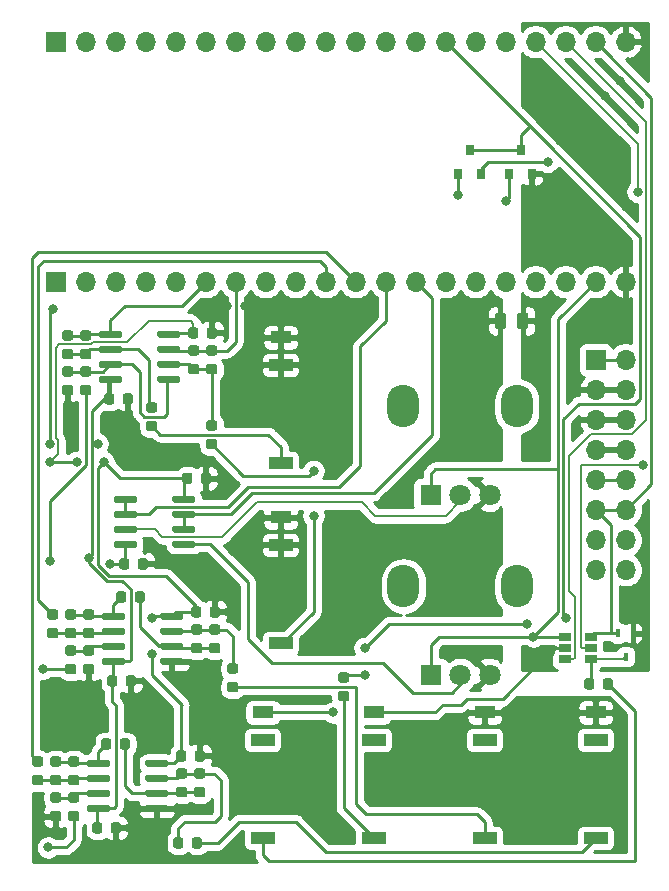
<source format=gbr>
%TF.GenerationSoftware,KiCad,Pcbnew,5.1.6+dfsg1-1*%
%TF.CreationDate,2020-08-05T10:23:58+08:00*%
%TF.ProjectId,stm32dev-analog,73746d33-3264-4657-962d-616e616c6f67,rev?*%
%TF.SameCoordinates,Original*%
%TF.FileFunction,Copper,L1,Top*%
%TF.FilePolarity,Positive*%
%FSLAX46Y46*%
G04 Gerber Fmt 4.6, Leading zero omitted, Abs format (unit mm)*
G04 Created by KiCad (PCBNEW 5.1.6+dfsg1-1) date 2020-08-05 10:23:58*
%MOMM*%
%LPD*%
G01*
G04 APERTURE LIST*
%TA.AperFunction,SMDPad,CuDef*%
%ADD10R,0.800000X0.900000*%
%TD*%
%TA.AperFunction,ComponentPad*%
%ADD11R,2.000000X1.000000*%
%TD*%
%TA.AperFunction,ComponentPad*%
%ADD12R,1.800000X1.000000*%
%TD*%
%TA.AperFunction,ComponentPad*%
%ADD13O,1.700000X1.700000*%
%TD*%
%TA.AperFunction,ComponentPad*%
%ADD14R,1.700000X1.700000*%
%TD*%
%TA.AperFunction,SMDPad,CuDef*%
%ADD15R,1.060000X0.650000*%
%TD*%
%TA.AperFunction,ComponentPad*%
%ADD16R,1.800000X1.800000*%
%TD*%
%TA.AperFunction,ComponentPad*%
%ADD17C,1.800000*%
%TD*%
%TA.AperFunction,ComponentPad*%
%ADD18O,2.720000X3.600000*%
%TD*%
%TA.AperFunction,SMDPad,CuDef*%
%ADD19R,0.450000X0.700000*%
%TD*%
%TA.AperFunction,ViaPad*%
%ADD20C,0.800000*%
%TD*%
%TA.AperFunction,Conductor*%
%ADD21C,0.250000*%
%TD*%
%TA.AperFunction,Conductor*%
%ADD22C,0.200000*%
%TD*%
%TA.AperFunction,Conductor*%
%ADD23C,0.400000*%
%TD*%
%TA.AperFunction,Conductor*%
%ADD24C,0.254000*%
%TD*%
G04 APERTURE END LIST*
%TO.P,C13,2*%
%TO.N,GNDA*%
%TA.AperFunction,SMDPad,CuDef*%
G36*
G01*
X112364000Y-73408250D02*
X112364000Y-72895750D01*
G75*
G02*
X112582750Y-72677000I218750J0D01*
G01*
X113020250Y-72677000D01*
G75*
G02*
X113239000Y-72895750I0J-218750D01*
G01*
X113239000Y-73408250D01*
G75*
G02*
X113020250Y-73627000I-218750J0D01*
G01*
X112582750Y-73627000D01*
G75*
G02*
X112364000Y-73408250I0J218750D01*
G01*
G37*
%TD.AperFunction*%
%TO.P,C13,1*%
%TO.N,-12V*%
%TA.AperFunction,SMDPad,CuDef*%
G36*
G01*
X110789000Y-73408250D02*
X110789000Y-72895750D01*
G75*
G02*
X111007750Y-72677000I218750J0D01*
G01*
X111445250Y-72677000D01*
G75*
G02*
X111664000Y-72895750I0J-218750D01*
G01*
X111664000Y-73408250D01*
G75*
G02*
X111445250Y-73627000I-218750J0D01*
G01*
X111007750Y-73627000D01*
G75*
G02*
X110789000Y-73408250I0J218750D01*
G01*
G37*
%TD.AperFunction*%
%TD*%
D10*
%TO.P,Q2,3*%
%TO.N,PB14*%
X144780000Y-38116000D03*
%TO.P,Q2,2*%
%TO.N,GNDD*%
X145730000Y-40116000D03*
%TO.P,Q2,1*%
%TO.N,PB12*%
X143830000Y-40116000D03*
%TD*%
%TO.P,R23,2*%
%TO.N,PB14*%
%TA.AperFunction,SMDPad,CuDef*%
G36*
G01*
X130050250Y-83216000D02*
X129537750Y-83216000D01*
G75*
G02*
X129319000Y-82997250I0J218750D01*
G01*
X129319000Y-82559750D01*
G75*
G02*
X129537750Y-82341000I218750J0D01*
G01*
X130050250Y-82341000D01*
G75*
G02*
X130269000Y-82559750I0J-218750D01*
G01*
X130269000Y-82997250D01*
G75*
G02*
X130050250Y-83216000I-218750J0D01*
G01*
G37*
%TD.AperFunction*%
%TO.P,R23,1*%
%TO.N,Net-(J9-PadT)*%
%TA.AperFunction,SMDPad,CuDef*%
G36*
G01*
X130050250Y-84791000D02*
X129537750Y-84791000D01*
G75*
G02*
X129319000Y-84572250I0J218750D01*
G01*
X129319000Y-84134750D01*
G75*
G02*
X129537750Y-83916000I218750J0D01*
G01*
X130050250Y-83916000D01*
G75*
G02*
X130269000Y-84134750I0J-218750D01*
G01*
X130269000Y-84572250D01*
G75*
G02*
X130050250Y-84791000I-218750J0D01*
G01*
G37*
%TD.AperFunction*%
%TD*%
%TO.P,Q1,3*%
%TO.N,PB14*%
X140462000Y-38116000D03*
%TO.P,Q1,2*%
%TO.N,+5V*%
X141412000Y-40116000D03*
%TO.P,Q1,1*%
%TO.N,PB13*%
X139512000Y-40116000D03*
%TD*%
D11*
%TO.P,J9,T*%
%TO.N,Net-(J9-PadT)*%
X132334000Y-96360000D03*
%TO.P,J9,TN*%
%TO.N,N/C*%
X132334000Y-88060000D03*
D12*
%TO.P,J9,S*%
%TO.N,GNDD*%
X132334000Y-85725000D03*
%TD*%
%TO.P,C12,2*%
%TO.N,GNDA*%
%TA.AperFunction,SMDPad,CuDef*%
G36*
G01*
X110078000Y-95760250D02*
X110078000Y-95247750D01*
G75*
G02*
X110296750Y-95029000I218750J0D01*
G01*
X110734250Y-95029000D01*
G75*
G02*
X110953000Y-95247750I0J-218750D01*
G01*
X110953000Y-95760250D01*
G75*
G02*
X110734250Y-95979000I-218750J0D01*
G01*
X110296750Y-95979000D01*
G75*
G02*
X110078000Y-95760250I0J218750D01*
G01*
G37*
%TD.AperFunction*%
%TO.P,C12,1*%
%TO.N,-12V*%
%TA.AperFunction,SMDPad,CuDef*%
G36*
G01*
X108503000Y-95760250D02*
X108503000Y-95247750D01*
G75*
G02*
X108721750Y-95029000I218750J0D01*
G01*
X109159250Y-95029000D01*
G75*
G02*
X109378000Y-95247750I0J-218750D01*
G01*
X109378000Y-95760250D01*
G75*
G02*
X109159250Y-95979000I-218750J0D01*
G01*
X108721750Y-95979000D01*
G75*
G02*
X108503000Y-95760250I0J218750D01*
G01*
G37*
%TD.AperFunction*%
%TD*%
%TO.P,C11,2*%
%TO.N,GNDA*%
%TA.AperFunction,SMDPad,CuDef*%
G36*
G01*
X117190000Y-89664250D02*
X117190000Y-89151750D01*
G75*
G02*
X117408750Y-88933000I218750J0D01*
G01*
X117846250Y-88933000D01*
G75*
G02*
X118065000Y-89151750I0J-218750D01*
G01*
X118065000Y-89664250D01*
G75*
G02*
X117846250Y-89883000I-218750J0D01*
G01*
X117408750Y-89883000D01*
G75*
G02*
X117190000Y-89664250I0J218750D01*
G01*
G37*
%TD.AperFunction*%
%TO.P,C11,1*%
%TO.N,+12V*%
%TA.AperFunction,SMDPad,CuDef*%
G36*
G01*
X115615000Y-89664250D02*
X115615000Y-89151750D01*
G75*
G02*
X115833750Y-88933000I218750J0D01*
G01*
X116271250Y-88933000D01*
G75*
G02*
X116490000Y-89151750I0J-218750D01*
G01*
X116490000Y-89664250D01*
G75*
G02*
X116271250Y-89883000I-218750J0D01*
G01*
X115833750Y-89883000D01*
G75*
G02*
X115615000Y-89664250I0J218750D01*
G01*
G37*
%TD.AperFunction*%
%TD*%
D13*
%TO.P,J8,16*%
%TO.N,N/C*%
X153670000Y-73660000D03*
%TO.P,J8,15*%
X151130000Y-73660000D03*
%TO.P,J8,14*%
X153670000Y-71120000D03*
%TO.P,J8,13*%
X151130000Y-71120000D03*
%TO.P,J8,12*%
%TO.N,+5V*%
X153670000Y-68580000D03*
%TO.P,J8,11*%
X151130000Y-68580000D03*
%TO.P,J8,10*%
%TO.N,+12V*%
X153670000Y-66040000D03*
%TO.P,J8,9*%
X151130000Y-66040000D03*
%TO.P,J8,8*%
%TO.N,GNDD*%
X153670000Y-63500000D03*
%TO.P,J8,7*%
X151130000Y-63500000D03*
%TO.P,J8,6*%
X153670000Y-60960000D03*
%TO.P,J8,5*%
X151130000Y-60960000D03*
%TO.P,J8,4*%
X153670000Y-58420000D03*
%TO.P,J8,3*%
X151130000Y-58420000D03*
%TO.P,J8,2*%
%TO.N,-12V*%
X153670000Y-55880000D03*
D14*
%TO.P,J8,1*%
X151130000Y-55880000D03*
%TD*%
%TO.P,U2,8*%
%TO.N,+12V*%
%TA.AperFunction,SMDPad,CuDef*%
G36*
G01*
X114276000Y-77747000D02*
X114276000Y-77447000D01*
G75*
G02*
X114426000Y-77297000I150000J0D01*
G01*
X116076000Y-77297000D01*
G75*
G02*
X116226000Y-77447000I0J-150000D01*
G01*
X116226000Y-77747000D01*
G75*
G02*
X116076000Y-77897000I-150000J0D01*
G01*
X114426000Y-77897000D01*
G75*
G02*
X114276000Y-77747000I0J150000D01*
G01*
G37*
%TD.AperFunction*%
%TO.P,U2,7*%
%TO.N,Net-(C3-Pad2)*%
%TA.AperFunction,SMDPad,CuDef*%
G36*
G01*
X114276000Y-79017000D02*
X114276000Y-78717000D01*
G75*
G02*
X114426000Y-78567000I150000J0D01*
G01*
X116076000Y-78567000D01*
G75*
G02*
X116226000Y-78717000I0J-150000D01*
G01*
X116226000Y-79017000D01*
G75*
G02*
X116076000Y-79167000I-150000J0D01*
G01*
X114426000Y-79167000D01*
G75*
G02*
X114276000Y-79017000I0J150000D01*
G01*
G37*
%TD.AperFunction*%
%TO.P,U2,6*%
%TO.N,Net-(C3-Pad1)*%
%TA.AperFunction,SMDPad,CuDef*%
G36*
G01*
X114276000Y-80287000D02*
X114276000Y-79987000D01*
G75*
G02*
X114426000Y-79837000I150000J0D01*
G01*
X116076000Y-79837000D01*
G75*
G02*
X116226000Y-79987000I0J-150000D01*
G01*
X116226000Y-80287000D01*
G75*
G02*
X116076000Y-80437000I-150000J0D01*
G01*
X114426000Y-80437000D01*
G75*
G02*
X114276000Y-80287000I0J150000D01*
G01*
G37*
%TD.AperFunction*%
%TO.P,U2,5*%
%TO.N,GNDA*%
%TA.AperFunction,SMDPad,CuDef*%
G36*
G01*
X114276000Y-81557000D02*
X114276000Y-81257000D01*
G75*
G02*
X114426000Y-81107000I150000J0D01*
G01*
X116076000Y-81107000D01*
G75*
G02*
X116226000Y-81257000I0J-150000D01*
G01*
X116226000Y-81557000D01*
G75*
G02*
X116076000Y-81707000I-150000J0D01*
G01*
X114426000Y-81707000D01*
G75*
G02*
X114276000Y-81557000I0J150000D01*
G01*
G37*
%TD.AperFunction*%
%TO.P,U2,4*%
%TO.N,-12V*%
%TA.AperFunction,SMDPad,CuDef*%
G36*
G01*
X109326000Y-81557000D02*
X109326000Y-81257000D01*
G75*
G02*
X109476000Y-81107000I150000J0D01*
G01*
X111126000Y-81107000D01*
G75*
G02*
X111276000Y-81257000I0J-150000D01*
G01*
X111276000Y-81557000D01*
G75*
G02*
X111126000Y-81707000I-150000J0D01*
G01*
X109476000Y-81707000D01*
G75*
G02*
X109326000Y-81557000I0J150000D01*
G01*
G37*
%TD.AperFunction*%
%TO.P,U2,3*%
%TO.N,Net-(R10-Pad1)*%
%TA.AperFunction,SMDPad,CuDef*%
G36*
G01*
X109326000Y-80287000D02*
X109326000Y-79987000D01*
G75*
G02*
X109476000Y-79837000I150000J0D01*
G01*
X111126000Y-79837000D01*
G75*
G02*
X111276000Y-79987000I0J-150000D01*
G01*
X111276000Y-80287000D01*
G75*
G02*
X111126000Y-80437000I-150000J0D01*
G01*
X109476000Y-80437000D01*
G75*
G02*
X109326000Y-80287000I0J150000D01*
G01*
G37*
%TD.AperFunction*%
%TO.P,U2,2*%
%TO.N,Net-(C2-Pad1)*%
%TA.AperFunction,SMDPad,CuDef*%
G36*
G01*
X109326000Y-79017000D02*
X109326000Y-78717000D01*
G75*
G02*
X109476000Y-78567000I150000J0D01*
G01*
X111126000Y-78567000D01*
G75*
G02*
X111276000Y-78717000I0J-150000D01*
G01*
X111276000Y-79017000D01*
G75*
G02*
X111126000Y-79167000I-150000J0D01*
G01*
X109476000Y-79167000D01*
G75*
G02*
X109326000Y-79017000I0J150000D01*
G01*
G37*
%TD.AperFunction*%
%TO.P,U2,1*%
%TO.N,Net-(C2-Pad2)*%
%TA.AperFunction,SMDPad,CuDef*%
G36*
G01*
X109326000Y-77747000D02*
X109326000Y-77447000D01*
G75*
G02*
X109476000Y-77297000I150000J0D01*
G01*
X111126000Y-77297000D01*
G75*
G02*
X111276000Y-77447000I0J-150000D01*
G01*
X111276000Y-77747000D01*
G75*
G02*
X111126000Y-77897000I-150000J0D01*
G01*
X109476000Y-77897000D01*
G75*
G02*
X109326000Y-77747000I0J150000D01*
G01*
G37*
%TD.AperFunction*%
%TD*%
D13*
%TO.P,J4,20*%
%TO.N,GNDD*%
X153670000Y-28956000D03*
%TO.P,J4,19*%
%TO.N,+5V*%
X151130000Y-28956000D03*
%TO.P,J4,18*%
%TO.N,PB10*%
X148590000Y-28956000D03*
%TO.P,J4,17*%
%TO.N,PB11*%
X146050000Y-28956000D03*
%TO.P,J4,16*%
%TO.N,PB12*%
X143510000Y-28956000D03*
%TO.P,J4,15*%
%TO.N,PB13*%
X140970000Y-28956000D03*
%TO.P,J4,14*%
%TO.N,PB14*%
X138430000Y-28956000D03*
%TO.P,J4,13*%
%TO.N,N/C*%
X135890000Y-28956000D03*
%TO.P,J4,12*%
X133350000Y-28956000D03*
%TO.P,J4,11*%
X130810000Y-28956000D03*
%TO.P,J4,10*%
X128270000Y-28956000D03*
%TO.P,J4,9*%
X125730000Y-28956000D03*
%TO.P,J4,8*%
X123190000Y-28956000D03*
%TO.P,J4,7*%
X120650000Y-28956000D03*
%TO.P,J4,6*%
X118110000Y-28956000D03*
%TO.P,J4,5*%
X115570000Y-28956000D03*
%TO.P,J4,4*%
X113030000Y-28956000D03*
%TO.P,J4,3*%
X110490000Y-28956000D03*
%TO.P,J4,2*%
X107950000Y-28956000D03*
D14*
%TO.P,J4,1*%
X105410000Y-28956000D03*
%TD*%
D13*
%TO.P,J3,20*%
%TO.N,GNDD*%
X153670000Y-49276000D03*
%TO.P,J3,19*%
%TO.N,+3V3*%
X151130000Y-49276000D03*
%TO.P,J3,18*%
%TO.N,N/C*%
X148590000Y-49276000D03*
%TO.P,J3,17*%
X146050000Y-49276000D03*
%TO.P,J3,16*%
X143510000Y-49276000D03*
%TO.P,J3,15*%
X140970000Y-49276000D03*
%TO.P,J3,14*%
X138430000Y-49276000D03*
%TO.P,J3,13*%
%TO.N,PA7*%
X135890000Y-49276000D03*
%TO.P,J3,12*%
%TO.N,PA6*%
X133350000Y-49276000D03*
%TO.P,J3,11*%
%TO.N,PA5*%
X130810000Y-49276000D03*
%TO.P,J3,10*%
%TO.N,PA4*%
X128270000Y-49276000D03*
%TO.P,J3,9*%
%TO.N,N/C*%
X125730000Y-49276000D03*
%TO.P,J3,8*%
X123190000Y-49276000D03*
%TO.P,J3,7*%
%TO.N,PA1*%
X120650000Y-49276000D03*
%TO.P,J3,6*%
%TO.N,PA0*%
X118110000Y-49276000D03*
%TO.P,J3,5*%
%TO.N,N/C*%
X115570000Y-49276000D03*
%TO.P,J3,4*%
X113030000Y-49276000D03*
%TO.P,J3,3*%
X110490000Y-49276000D03*
%TO.P,J3,2*%
X107950000Y-49276000D03*
D14*
%TO.P,J3,1*%
X105410000Y-49276000D03*
%TD*%
%TO.P,C14,2*%
%TO.N,GNDA*%
%TA.AperFunction,SMDPad,CuDef*%
G36*
G01*
X117698000Y-66169250D02*
X117698000Y-65656750D01*
G75*
G02*
X117916750Y-65438000I218750J0D01*
G01*
X118354250Y-65438000D01*
G75*
G02*
X118573000Y-65656750I0J-218750D01*
G01*
X118573000Y-66169250D01*
G75*
G02*
X118354250Y-66388000I-218750J0D01*
G01*
X117916750Y-66388000D01*
G75*
G02*
X117698000Y-66169250I0J218750D01*
G01*
G37*
%TD.AperFunction*%
%TO.P,C14,1*%
%TO.N,+12V*%
%TA.AperFunction,SMDPad,CuDef*%
G36*
G01*
X116123000Y-66169250D02*
X116123000Y-65656750D01*
G75*
G02*
X116341750Y-65438000I218750J0D01*
G01*
X116779250Y-65438000D01*
G75*
G02*
X116998000Y-65656750I0J-218750D01*
G01*
X116998000Y-66169250D01*
G75*
G02*
X116779250Y-66388000I-218750J0D01*
G01*
X116341750Y-66388000D01*
G75*
G02*
X116123000Y-66169250I0J218750D01*
G01*
G37*
%TD.AperFunction*%
%TD*%
%TO.P,C10,2*%
%TO.N,GNDA*%
%TA.AperFunction,SMDPad,CuDef*%
G36*
G01*
X111348000Y-83314250D02*
X111348000Y-82801750D01*
G75*
G02*
X111566750Y-82583000I218750J0D01*
G01*
X112004250Y-82583000D01*
G75*
G02*
X112223000Y-82801750I0J-218750D01*
G01*
X112223000Y-83314250D01*
G75*
G02*
X112004250Y-83533000I-218750J0D01*
G01*
X111566750Y-83533000D01*
G75*
G02*
X111348000Y-83314250I0J218750D01*
G01*
G37*
%TD.AperFunction*%
%TO.P,C10,1*%
%TO.N,-12V*%
%TA.AperFunction,SMDPad,CuDef*%
G36*
G01*
X109773000Y-83314250D02*
X109773000Y-82801750D01*
G75*
G02*
X109991750Y-82583000I218750J0D01*
G01*
X110429250Y-82583000D01*
G75*
G02*
X110648000Y-82801750I0J-218750D01*
G01*
X110648000Y-83314250D01*
G75*
G02*
X110429250Y-83533000I-218750J0D01*
G01*
X109991750Y-83533000D01*
G75*
G02*
X109773000Y-83314250I0J218750D01*
G01*
G37*
%TD.AperFunction*%
%TD*%
%TO.P,C9,2*%
%TO.N,GNDA*%
%TA.AperFunction,SMDPad,CuDef*%
G36*
G01*
X111094000Y-59438250D02*
X111094000Y-58925750D01*
G75*
G02*
X111312750Y-58707000I218750J0D01*
G01*
X111750250Y-58707000D01*
G75*
G02*
X111969000Y-58925750I0J-218750D01*
G01*
X111969000Y-59438250D01*
G75*
G02*
X111750250Y-59657000I-218750J0D01*
G01*
X111312750Y-59657000D01*
G75*
G02*
X111094000Y-59438250I0J218750D01*
G01*
G37*
%TD.AperFunction*%
%TO.P,C9,1*%
%TO.N,-12V*%
%TA.AperFunction,SMDPad,CuDef*%
G36*
G01*
X109519000Y-59438250D02*
X109519000Y-58925750D01*
G75*
G02*
X109737750Y-58707000I218750J0D01*
G01*
X110175250Y-58707000D01*
G75*
G02*
X110394000Y-58925750I0J-218750D01*
G01*
X110394000Y-59438250D01*
G75*
G02*
X110175250Y-59657000I-218750J0D01*
G01*
X109737750Y-59657000D01*
G75*
G02*
X109519000Y-59438250I0J218750D01*
G01*
G37*
%TD.AperFunction*%
%TD*%
%TO.P,C8,2*%
%TO.N,GNDA*%
%TA.AperFunction,SMDPad,CuDef*%
G36*
G01*
X118206000Y-53850250D02*
X118206000Y-53337750D01*
G75*
G02*
X118424750Y-53119000I218750J0D01*
G01*
X118862250Y-53119000D01*
G75*
G02*
X119081000Y-53337750I0J-218750D01*
G01*
X119081000Y-53850250D01*
G75*
G02*
X118862250Y-54069000I-218750J0D01*
G01*
X118424750Y-54069000D01*
G75*
G02*
X118206000Y-53850250I0J218750D01*
G01*
G37*
%TD.AperFunction*%
%TO.P,C8,1*%
%TO.N,+12V*%
%TA.AperFunction,SMDPad,CuDef*%
G36*
G01*
X116631000Y-53850250D02*
X116631000Y-53337750D01*
G75*
G02*
X116849750Y-53119000I218750J0D01*
G01*
X117287250Y-53119000D01*
G75*
G02*
X117506000Y-53337750I0J-218750D01*
G01*
X117506000Y-53850250D01*
G75*
G02*
X117287250Y-54069000I-218750J0D01*
G01*
X116849750Y-54069000D01*
G75*
G02*
X116631000Y-53850250I0J218750D01*
G01*
G37*
%TD.AperFunction*%
%TD*%
%TO.P,C7,2*%
%TO.N,GNDA*%
%TA.AperFunction,SMDPad,CuDef*%
G36*
G01*
X118460000Y-77472250D02*
X118460000Y-76959750D01*
G75*
G02*
X118678750Y-76741000I218750J0D01*
G01*
X119116250Y-76741000D01*
G75*
G02*
X119335000Y-76959750I0J-218750D01*
G01*
X119335000Y-77472250D01*
G75*
G02*
X119116250Y-77691000I-218750J0D01*
G01*
X118678750Y-77691000D01*
G75*
G02*
X118460000Y-77472250I0J218750D01*
G01*
G37*
%TD.AperFunction*%
%TO.P,C7,1*%
%TO.N,+12V*%
%TA.AperFunction,SMDPad,CuDef*%
G36*
G01*
X116885000Y-77472250D02*
X116885000Y-76959750D01*
G75*
G02*
X117103750Y-76741000I218750J0D01*
G01*
X117541250Y-76741000D01*
G75*
G02*
X117760000Y-76959750I0J-218750D01*
G01*
X117760000Y-77472250D01*
G75*
G02*
X117541250Y-77691000I-218750J0D01*
G01*
X117103750Y-77691000D01*
G75*
G02*
X116885000Y-77472250I0J218750D01*
G01*
G37*
%TD.AperFunction*%
%TD*%
%TO.P,U5,8*%
%TO.N,+12V*%
%TA.AperFunction,SMDPad,CuDef*%
G36*
G01*
X115292000Y-67841000D02*
X115292000Y-67541000D01*
G75*
G02*
X115442000Y-67391000I150000J0D01*
G01*
X117092000Y-67391000D01*
G75*
G02*
X117242000Y-67541000I0J-150000D01*
G01*
X117242000Y-67841000D01*
G75*
G02*
X117092000Y-67991000I-150000J0D01*
G01*
X115442000Y-67991000D01*
G75*
G02*
X115292000Y-67841000I0J150000D01*
G01*
G37*
%TD.AperFunction*%
%TO.P,U5,7*%
%TO.N,PA7*%
%TA.AperFunction,SMDPad,CuDef*%
G36*
G01*
X115292000Y-69111000D02*
X115292000Y-68811000D01*
G75*
G02*
X115442000Y-68661000I150000J0D01*
G01*
X117092000Y-68661000D01*
G75*
G02*
X117242000Y-68811000I0J-150000D01*
G01*
X117242000Y-69111000D01*
G75*
G02*
X117092000Y-69261000I-150000J0D01*
G01*
X115442000Y-69261000D01*
G75*
G02*
X115292000Y-69111000I0J150000D01*
G01*
G37*
%TD.AperFunction*%
%TO.P,U5,6*%
%TA.AperFunction,SMDPad,CuDef*%
G36*
G01*
X115292000Y-70381000D02*
X115292000Y-70081000D01*
G75*
G02*
X115442000Y-69931000I150000J0D01*
G01*
X117092000Y-69931000D01*
G75*
G02*
X117242000Y-70081000I0J-150000D01*
G01*
X117242000Y-70381000D01*
G75*
G02*
X117092000Y-70531000I-150000J0D01*
G01*
X115442000Y-70531000D01*
G75*
G02*
X115292000Y-70381000I0J150000D01*
G01*
G37*
%TD.AperFunction*%
%TO.P,U5,5*%
%TO.N,Net-(RV1-Pad2)*%
%TA.AperFunction,SMDPad,CuDef*%
G36*
G01*
X115292000Y-71651000D02*
X115292000Y-71351000D01*
G75*
G02*
X115442000Y-71201000I150000J0D01*
G01*
X117092000Y-71201000D01*
G75*
G02*
X117242000Y-71351000I0J-150000D01*
G01*
X117242000Y-71651000D01*
G75*
G02*
X117092000Y-71801000I-150000J0D01*
G01*
X115442000Y-71801000D01*
G75*
G02*
X115292000Y-71651000I0J150000D01*
G01*
G37*
%TD.AperFunction*%
%TO.P,U5,4*%
%TO.N,-12V*%
%TA.AperFunction,SMDPad,CuDef*%
G36*
G01*
X110342000Y-71651000D02*
X110342000Y-71351000D01*
G75*
G02*
X110492000Y-71201000I150000J0D01*
G01*
X112142000Y-71201000D01*
G75*
G02*
X112292000Y-71351000I0J-150000D01*
G01*
X112292000Y-71651000D01*
G75*
G02*
X112142000Y-71801000I-150000J0D01*
G01*
X110492000Y-71801000D01*
G75*
G02*
X110342000Y-71651000I0J150000D01*
G01*
G37*
%TD.AperFunction*%
%TO.P,U5,3*%
%TO.N,Net-(RV2-Pad2)*%
%TA.AperFunction,SMDPad,CuDef*%
G36*
G01*
X110342000Y-70381000D02*
X110342000Y-70081000D01*
G75*
G02*
X110492000Y-69931000I150000J0D01*
G01*
X112142000Y-69931000D01*
G75*
G02*
X112292000Y-70081000I0J-150000D01*
G01*
X112292000Y-70381000D01*
G75*
G02*
X112142000Y-70531000I-150000J0D01*
G01*
X110492000Y-70531000D01*
G75*
G02*
X110342000Y-70381000I0J150000D01*
G01*
G37*
%TD.AperFunction*%
%TO.P,U5,2*%
%TO.N,PA6*%
%TA.AperFunction,SMDPad,CuDef*%
G36*
G01*
X110342000Y-69111000D02*
X110342000Y-68811000D01*
G75*
G02*
X110492000Y-68661000I150000J0D01*
G01*
X112142000Y-68661000D01*
G75*
G02*
X112292000Y-68811000I0J-150000D01*
G01*
X112292000Y-69111000D01*
G75*
G02*
X112142000Y-69261000I-150000J0D01*
G01*
X110492000Y-69261000D01*
G75*
G02*
X110342000Y-69111000I0J150000D01*
G01*
G37*
%TD.AperFunction*%
%TO.P,U5,1*%
%TA.AperFunction,SMDPad,CuDef*%
G36*
G01*
X110342000Y-67841000D02*
X110342000Y-67541000D01*
G75*
G02*
X110492000Y-67391000I150000J0D01*
G01*
X112142000Y-67391000D01*
G75*
G02*
X112292000Y-67541000I0J-150000D01*
G01*
X112292000Y-67841000D01*
G75*
G02*
X112142000Y-67991000I-150000J0D01*
G01*
X110492000Y-67991000D01*
G75*
G02*
X110342000Y-67841000I0J150000D01*
G01*
G37*
%TD.AperFunction*%
%TD*%
D15*
%TO.P,U4,5*%
%TO.N,PB11*%
X150706000Y-80264000D03*
%TO.P,U4,6*%
%TO.N,+5V*%
X150706000Y-79314000D03*
%TO.P,U4,4*%
%TO.N,Net-(D1-Pad3)*%
X150706000Y-81214000D03*
%TO.P,U4,3*%
%TO.N,PB10*%
X148506000Y-81214000D03*
%TO.P,U4,2*%
%TO.N,GNDD*%
X148506000Y-80264000D03*
%TO.P,U4,1*%
%TO.N,+3V3*%
X148506000Y-79314000D03*
%TD*%
%TO.P,U3,8*%
%TO.N,+12V*%
%TA.AperFunction,SMDPad,CuDef*%
G36*
G01*
X113006000Y-90193000D02*
X113006000Y-89893000D01*
G75*
G02*
X113156000Y-89743000I150000J0D01*
G01*
X114806000Y-89743000D01*
G75*
G02*
X114956000Y-89893000I0J-150000D01*
G01*
X114956000Y-90193000D01*
G75*
G02*
X114806000Y-90343000I-150000J0D01*
G01*
X113156000Y-90343000D01*
G75*
G02*
X113006000Y-90193000I0J150000D01*
G01*
G37*
%TD.AperFunction*%
%TO.P,U3,7*%
%TO.N,Net-(C6-Pad2)*%
%TA.AperFunction,SMDPad,CuDef*%
G36*
G01*
X113006000Y-91463000D02*
X113006000Y-91163000D01*
G75*
G02*
X113156000Y-91013000I150000J0D01*
G01*
X114806000Y-91013000D01*
G75*
G02*
X114956000Y-91163000I0J-150000D01*
G01*
X114956000Y-91463000D01*
G75*
G02*
X114806000Y-91613000I-150000J0D01*
G01*
X113156000Y-91613000D01*
G75*
G02*
X113006000Y-91463000I0J150000D01*
G01*
G37*
%TD.AperFunction*%
%TO.P,U3,6*%
%TO.N,Net-(C6-Pad1)*%
%TA.AperFunction,SMDPad,CuDef*%
G36*
G01*
X113006000Y-92733000D02*
X113006000Y-92433000D01*
G75*
G02*
X113156000Y-92283000I150000J0D01*
G01*
X114806000Y-92283000D01*
G75*
G02*
X114956000Y-92433000I0J-150000D01*
G01*
X114956000Y-92733000D01*
G75*
G02*
X114806000Y-92883000I-150000J0D01*
G01*
X113156000Y-92883000D01*
G75*
G02*
X113006000Y-92733000I0J150000D01*
G01*
G37*
%TD.AperFunction*%
%TO.P,U3,5*%
%TO.N,GNDA*%
%TA.AperFunction,SMDPad,CuDef*%
G36*
G01*
X113006000Y-94003000D02*
X113006000Y-93703000D01*
G75*
G02*
X113156000Y-93553000I150000J0D01*
G01*
X114806000Y-93553000D01*
G75*
G02*
X114956000Y-93703000I0J-150000D01*
G01*
X114956000Y-94003000D01*
G75*
G02*
X114806000Y-94153000I-150000J0D01*
G01*
X113156000Y-94153000D01*
G75*
G02*
X113006000Y-94003000I0J150000D01*
G01*
G37*
%TD.AperFunction*%
%TO.P,U3,4*%
%TO.N,-12V*%
%TA.AperFunction,SMDPad,CuDef*%
G36*
G01*
X108056000Y-94003000D02*
X108056000Y-93703000D01*
G75*
G02*
X108206000Y-93553000I150000J0D01*
G01*
X109856000Y-93553000D01*
G75*
G02*
X110006000Y-93703000I0J-150000D01*
G01*
X110006000Y-94003000D01*
G75*
G02*
X109856000Y-94153000I-150000J0D01*
G01*
X108206000Y-94153000D01*
G75*
G02*
X108056000Y-94003000I0J150000D01*
G01*
G37*
%TD.AperFunction*%
%TO.P,U3,3*%
%TO.N,Net-(R15-Pad2)*%
%TA.AperFunction,SMDPad,CuDef*%
G36*
G01*
X108056000Y-92733000D02*
X108056000Y-92433000D01*
G75*
G02*
X108206000Y-92283000I150000J0D01*
G01*
X109856000Y-92283000D01*
G75*
G02*
X110006000Y-92433000I0J-150000D01*
G01*
X110006000Y-92733000D01*
G75*
G02*
X109856000Y-92883000I-150000J0D01*
G01*
X108206000Y-92883000D01*
G75*
G02*
X108056000Y-92733000I0J150000D01*
G01*
G37*
%TD.AperFunction*%
%TO.P,U3,2*%
%TO.N,Net-(C5-Pad1)*%
%TA.AperFunction,SMDPad,CuDef*%
G36*
G01*
X108056000Y-91463000D02*
X108056000Y-91163000D01*
G75*
G02*
X108206000Y-91013000I150000J0D01*
G01*
X109856000Y-91013000D01*
G75*
G02*
X110006000Y-91163000I0J-150000D01*
G01*
X110006000Y-91463000D01*
G75*
G02*
X109856000Y-91613000I-150000J0D01*
G01*
X108206000Y-91613000D01*
G75*
G02*
X108056000Y-91463000I0J150000D01*
G01*
G37*
%TD.AperFunction*%
%TO.P,U3,1*%
%TO.N,Net-(C5-Pad2)*%
%TA.AperFunction,SMDPad,CuDef*%
G36*
G01*
X108056000Y-90193000D02*
X108056000Y-89893000D01*
G75*
G02*
X108206000Y-89743000I150000J0D01*
G01*
X109856000Y-89743000D01*
G75*
G02*
X110006000Y-89893000I0J-150000D01*
G01*
X110006000Y-90193000D01*
G75*
G02*
X109856000Y-90343000I-150000J0D01*
G01*
X108206000Y-90343000D01*
G75*
G02*
X108056000Y-90193000I0J150000D01*
G01*
G37*
%TD.AperFunction*%
%TD*%
%TO.P,U1,8*%
%TO.N,+12V*%
%TA.AperFunction,SMDPad,CuDef*%
G36*
G01*
X114022000Y-53871000D02*
X114022000Y-53571000D01*
G75*
G02*
X114172000Y-53421000I150000J0D01*
G01*
X115822000Y-53421000D01*
G75*
G02*
X115972000Y-53571000I0J-150000D01*
G01*
X115972000Y-53871000D01*
G75*
G02*
X115822000Y-54021000I-150000J0D01*
G01*
X114172000Y-54021000D01*
G75*
G02*
X114022000Y-53871000I0J150000D01*
G01*
G37*
%TD.AperFunction*%
%TO.P,U1,7*%
%TO.N,PA1*%
%TA.AperFunction,SMDPad,CuDef*%
G36*
G01*
X114022000Y-55141000D02*
X114022000Y-54841000D01*
G75*
G02*
X114172000Y-54691000I150000J0D01*
G01*
X115822000Y-54691000D01*
G75*
G02*
X115972000Y-54841000I0J-150000D01*
G01*
X115972000Y-55141000D01*
G75*
G02*
X115822000Y-55291000I-150000J0D01*
G01*
X114172000Y-55291000D01*
G75*
G02*
X114022000Y-55141000I0J150000D01*
G01*
G37*
%TD.AperFunction*%
%TO.P,U1,6*%
%TO.N,Net-(C4-Pad1)*%
%TA.AperFunction,SMDPad,CuDef*%
G36*
G01*
X114022000Y-56411000D02*
X114022000Y-56111000D01*
G75*
G02*
X114172000Y-55961000I150000J0D01*
G01*
X115822000Y-55961000D01*
G75*
G02*
X115972000Y-56111000I0J-150000D01*
G01*
X115972000Y-56411000D01*
G75*
G02*
X115822000Y-56561000I-150000J0D01*
G01*
X114172000Y-56561000D01*
G75*
G02*
X114022000Y-56411000I0J150000D01*
G01*
G37*
%TD.AperFunction*%
%TO.P,U1,5*%
%TO.N,Net-(R1-Pad1)*%
%TA.AperFunction,SMDPad,CuDef*%
G36*
G01*
X114022000Y-57681000D02*
X114022000Y-57381000D01*
G75*
G02*
X114172000Y-57231000I150000J0D01*
G01*
X115822000Y-57231000D01*
G75*
G02*
X115972000Y-57381000I0J-150000D01*
G01*
X115972000Y-57681000D01*
G75*
G02*
X115822000Y-57831000I-150000J0D01*
G01*
X114172000Y-57831000D01*
G75*
G02*
X114022000Y-57681000I0J150000D01*
G01*
G37*
%TD.AperFunction*%
%TO.P,U1,4*%
%TO.N,-12V*%
%TA.AperFunction,SMDPad,CuDef*%
G36*
G01*
X109072000Y-57681000D02*
X109072000Y-57381000D01*
G75*
G02*
X109222000Y-57231000I150000J0D01*
G01*
X110872000Y-57231000D01*
G75*
G02*
X111022000Y-57381000I0J-150000D01*
G01*
X111022000Y-57681000D01*
G75*
G02*
X110872000Y-57831000I-150000J0D01*
G01*
X109222000Y-57831000D01*
G75*
G02*
X109072000Y-57681000I0J150000D01*
G01*
G37*
%TD.AperFunction*%
%TO.P,U1,3*%
%TO.N,Net-(R1-Pad1)*%
%TA.AperFunction,SMDPad,CuDef*%
G36*
G01*
X109072000Y-56411000D02*
X109072000Y-56111000D01*
G75*
G02*
X109222000Y-55961000I150000J0D01*
G01*
X110872000Y-55961000D01*
G75*
G02*
X111022000Y-56111000I0J-150000D01*
G01*
X111022000Y-56411000D01*
G75*
G02*
X110872000Y-56561000I-150000J0D01*
G01*
X109222000Y-56561000D01*
G75*
G02*
X109072000Y-56411000I0J150000D01*
G01*
G37*
%TD.AperFunction*%
%TO.P,U1,2*%
%TO.N,Net-(C1-Pad1)*%
%TA.AperFunction,SMDPad,CuDef*%
G36*
G01*
X109072000Y-55141000D02*
X109072000Y-54841000D01*
G75*
G02*
X109222000Y-54691000I150000J0D01*
G01*
X110872000Y-54691000D01*
G75*
G02*
X111022000Y-54841000I0J-150000D01*
G01*
X111022000Y-55141000D01*
G75*
G02*
X110872000Y-55291000I-150000J0D01*
G01*
X109222000Y-55291000D01*
G75*
G02*
X109072000Y-55141000I0J150000D01*
G01*
G37*
%TD.AperFunction*%
%TO.P,U1,1*%
%TO.N,PA0*%
%TA.AperFunction,SMDPad,CuDef*%
G36*
G01*
X109072000Y-53871000D02*
X109072000Y-53571000D01*
G75*
G02*
X109222000Y-53421000I150000J0D01*
G01*
X110872000Y-53421000D01*
G75*
G02*
X111022000Y-53571000I0J-150000D01*
G01*
X111022000Y-53871000D01*
G75*
G02*
X110872000Y-54021000I-150000J0D01*
G01*
X109222000Y-54021000D01*
G75*
G02*
X109072000Y-53871000I0J150000D01*
G01*
G37*
%TD.AperFunction*%
%TD*%
D16*
%TO.P,RV2,1*%
%TO.N,+3V3*%
X137160000Y-67310000D03*
D17*
%TO.P,RV2,2*%
%TO.N,Net-(RV2-Pad2)*%
X139660000Y-67310000D03*
%TO.P,RV2,3*%
%TO.N,GNDA*%
X142160000Y-67310000D03*
D18*
%TO.P,RV2,*%
%TO.N,*%
X144460000Y-59810000D03*
X134860000Y-59810000D03*
%TD*%
D16*
%TO.P,RV1,1*%
%TO.N,+3V3*%
X137160000Y-82550000D03*
D17*
%TO.P,RV1,2*%
%TO.N,Net-(RV1-Pad2)*%
X139660000Y-82550000D03*
%TO.P,RV1,3*%
%TO.N,GNDA*%
X142160000Y-82550000D03*
D18*
%TO.P,RV1,*%
%TO.N,*%
X144460000Y-75050000D03*
X134860000Y-75050000D03*
%TD*%
%TO.P,R22,2*%
%TO.N,Net-(D1-Pad3)*%
%TA.AperFunction,SMDPad,CuDef*%
G36*
G01*
X151034000Y-83055750D02*
X151034000Y-83568250D01*
G75*
G02*
X150815250Y-83787000I-218750J0D01*
G01*
X150377750Y-83787000D01*
G75*
G02*
X150159000Y-83568250I0J218750D01*
G01*
X150159000Y-83055750D01*
G75*
G02*
X150377750Y-82837000I218750J0D01*
G01*
X150815250Y-82837000D01*
G75*
G02*
X151034000Y-83055750I0J-218750D01*
G01*
G37*
%TD.AperFunction*%
%TO.P,R22,1*%
%TO.N,Net-(J7-PadT)*%
%TA.AperFunction,SMDPad,CuDef*%
G36*
G01*
X152609000Y-83055750D02*
X152609000Y-83568250D01*
G75*
G02*
X152390250Y-83787000I-218750J0D01*
G01*
X151952750Y-83787000D01*
G75*
G02*
X151734000Y-83568250I0J218750D01*
G01*
X151734000Y-83055750D01*
G75*
G02*
X151952750Y-82837000I218750J0D01*
G01*
X152390250Y-82837000D01*
G75*
G02*
X152609000Y-83055750I0J-218750D01*
G01*
G37*
%TD.AperFunction*%
%TD*%
%TO.P,R21,2*%
%TO.N,GNDA*%
%TA.AperFunction,SMDPad,CuDef*%
G36*
G01*
X105153750Y-94076000D02*
X105666250Y-94076000D01*
G75*
G02*
X105885000Y-94294750I0J-218750D01*
G01*
X105885000Y-94732250D01*
G75*
G02*
X105666250Y-94951000I-218750J0D01*
G01*
X105153750Y-94951000D01*
G75*
G02*
X104935000Y-94732250I0J218750D01*
G01*
X104935000Y-94294750D01*
G75*
G02*
X105153750Y-94076000I218750J0D01*
G01*
G37*
%TD.AperFunction*%
%TO.P,R21,1*%
%TO.N,Net-(R15-Pad2)*%
%TA.AperFunction,SMDPad,CuDef*%
G36*
G01*
X105153750Y-92501000D02*
X105666250Y-92501000D01*
G75*
G02*
X105885000Y-92719750I0J-218750D01*
G01*
X105885000Y-93157250D01*
G75*
G02*
X105666250Y-93376000I-218750J0D01*
G01*
X105153750Y-93376000D01*
G75*
G02*
X104935000Y-93157250I0J218750D01*
G01*
X104935000Y-92719750D01*
G75*
G02*
X105153750Y-92501000I218750J0D01*
G01*
G37*
%TD.AperFunction*%
%TD*%
%TO.P,R20,2*%
%TO.N,Net-(C6-Pad2)*%
%TA.AperFunction,SMDPad,CuDef*%
G36*
G01*
X116236000Y-96517750D02*
X116236000Y-97030250D01*
G75*
G02*
X116017250Y-97249000I-218750J0D01*
G01*
X115579750Y-97249000D01*
G75*
G02*
X115361000Y-97030250I0J218750D01*
G01*
X115361000Y-96517750D01*
G75*
G02*
X115579750Y-96299000I218750J0D01*
G01*
X116017250Y-96299000D01*
G75*
G02*
X116236000Y-96517750I0J-218750D01*
G01*
G37*
%TD.AperFunction*%
%TO.P,R20,1*%
%TO.N,Net-(J6-PadT)*%
%TA.AperFunction,SMDPad,CuDef*%
G36*
G01*
X117811000Y-96517750D02*
X117811000Y-97030250D01*
G75*
G02*
X117592250Y-97249000I-218750J0D01*
G01*
X117154750Y-97249000D01*
G75*
G02*
X116936000Y-97030250I0J218750D01*
G01*
X116936000Y-96517750D01*
G75*
G02*
X117154750Y-96299000I218750J0D01*
G01*
X117592250Y-96299000D01*
G75*
G02*
X117811000Y-96517750I0J-218750D01*
G01*
G37*
%TD.AperFunction*%
%TD*%
%TO.P,R19,2*%
%TO.N,Net-(C5-Pad2)*%
%TA.AperFunction,SMDPad,CuDef*%
G36*
G01*
X110140000Y-88135750D02*
X110140000Y-88648250D01*
G75*
G02*
X109921250Y-88867000I-218750J0D01*
G01*
X109483750Y-88867000D01*
G75*
G02*
X109265000Y-88648250I0J218750D01*
G01*
X109265000Y-88135750D01*
G75*
G02*
X109483750Y-87917000I218750J0D01*
G01*
X109921250Y-87917000D01*
G75*
G02*
X110140000Y-88135750I0J-218750D01*
G01*
G37*
%TD.AperFunction*%
%TO.P,R19,1*%
%TO.N,Net-(C6-Pad1)*%
%TA.AperFunction,SMDPad,CuDef*%
G36*
G01*
X111715000Y-88135750D02*
X111715000Y-88648250D01*
G75*
G02*
X111496250Y-88867000I-218750J0D01*
G01*
X111058750Y-88867000D01*
G75*
G02*
X110840000Y-88648250I0J218750D01*
G01*
X110840000Y-88135750D01*
G75*
G02*
X111058750Y-87917000I218750J0D01*
G01*
X111496250Y-87917000D01*
G75*
G02*
X111715000Y-88135750I0J-218750D01*
G01*
G37*
%TD.AperFunction*%
%TD*%
%TO.P,R18,2*%
%TO.N,PA5*%
%TA.AperFunction,SMDPad,CuDef*%
G36*
G01*
X104142250Y-90328000D02*
X103629750Y-90328000D01*
G75*
G02*
X103411000Y-90109250I0J218750D01*
G01*
X103411000Y-89671750D01*
G75*
G02*
X103629750Y-89453000I218750J0D01*
G01*
X104142250Y-89453000D01*
G75*
G02*
X104361000Y-89671750I0J-218750D01*
G01*
X104361000Y-90109250D01*
G75*
G02*
X104142250Y-90328000I-218750J0D01*
G01*
G37*
%TD.AperFunction*%
%TO.P,R18,1*%
%TO.N,Net-(C5-Pad1)*%
%TA.AperFunction,SMDPad,CuDef*%
G36*
G01*
X104142250Y-91903000D02*
X103629750Y-91903000D01*
G75*
G02*
X103411000Y-91684250I0J218750D01*
G01*
X103411000Y-91246750D01*
G75*
G02*
X103629750Y-91028000I218750J0D01*
G01*
X104142250Y-91028000D01*
G75*
G02*
X104361000Y-91246750I0J-218750D01*
G01*
X104361000Y-91684250D01*
G75*
G02*
X104142250Y-91903000I-218750J0D01*
G01*
G37*
%TD.AperFunction*%
%TD*%
%TO.P,R17,2*%
%TO.N,Net-(C6-Pad1)*%
%TA.AperFunction,SMDPad,CuDef*%
G36*
G01*
X117345750Y-92044000D02*
X117858250Y-92044000D01*
G75*
G02*
X118077000Y-92262750I0J-218750D01*
G01*
X118077000Y-92700250D01*
G75*
G02*
X117858250Y-92919000I-218750J0D01*
G01*
X117345750Y-92919000D01*
G75*
G02*
X117127000Y-92700250I0J218750D01*
G01*
X117127000Y-92262750D01*
G75*
G02*
X117345750Y-92044000I218750J0D01*
G01*
G37*
%TD.AperFunction*%
%TO.P,R17,1*%
%TO.N,Net-(C6-Pad2)*%
%TA.AperFunction,SMDPad,CuDef*%
G36*
G01*
X117345750Y-90469000D02*
X117858250Y-90469000D01*
G75*
G02*
X118077000Y-90687750I0J-218750D01*
G01*
X118077000Y-91125250D01*
G75*
G02*
X117858250Y-91344000I-218750J0D01*
G01*
X117345750Y-91344000D01*
G75*
G02*
X117127000Y-91125250I0J218750D01*
G01*
X117127000Y-90687750D01*
G75*
G02*
X117345750Y-90469000I218750J0D01*
G01*
G37*
%TD.AperFunction*%
%TD*%
%TO.P,R16,2*%
%TO.N,Net-(C5-Pad1)*%
%TA.AperFunction,SMDPad,CuDef*%
G36*
G01*
X105153750Y-91028000D02*
X105666250Y-91028000D01*
G75*
G02*
X105885000Y-91246750I0J-218750D01*
G01*
X105885000Y-91684250D01*
G75*
G02*
X105666250Y-91903000I-218750J0D01*
G01*
X105153750Y-91903000D01*
G75*
G02*
X104935000Y-91684250I0J218750D01*
G01*
X104935000Y-91246750D01*
G75*
G02*
X105153750Y-91028000I218750J0D01*
G01*
G37*
%TD.AperFunction*%
%TO.P,R16,1*%
%TO.N,Net-(C5-Pad2)*%
%TA.AperFunction,SMDPad,CuDef*%
G36*
G01*
X105153750Y-89453000D02*
X105666250Y-89453000D01*
G75*
G02*
X105885000Y-89671750I0J-218750D01*
G01*
X105885000Y-90109250D01*
G75*
G02*
X105666250Y-90328000I-218750J0D01*
G01*
X105153750Y-90328000D01*
G75*
G02*
X104935000Y-90109250I0J218750D01*
G01*
X104935000Y-89671750D01*
G75*
G02*
X105153750Y-89453000I218750J0D01*
G01*
G37*
%TD.AperFunction*%
%TD*%
%TO.P,R15,2*%
%TO.N,Net-(R15-Pad2)*%
%TA.AperFunction,SMDPad,CuDef*%
G36*
G01*
X107190250Y-93376000D02*
X106677750Y-93376000D01*
G75*
G02*
X106459000Y-93157250I0J218750D01*
G01*
X106459000Y-92719750D01*
G75*
G02*
X106677750Y-92501000I218750J0D01*
G01*
X107190250Y-92501000D01*
G75*
G02*
X107409000Y-92719750I0J-218750D01*
G01*
X107409000Y-93157250D01*
G75*
G02*
X107190250Y-93376000I-218750J0D01*
G01*
G37*
%TD.AperFunction*%
%TO.P,R15,1*%
%TO.N,+3V3*%
%TA.AperFunction,SMDPad,CuDef*%
G36*
G01*
X107190250Y-94951000D02*
X106677750Y-94951000D01*
G75*
G02*
X106459000Y-94732250I0J218750D01*
G01*
X106459000Y-94294750D01*
G75*
G02*
X106677750Y-94076000I218750J0D01*
G01*
X107190250Y-94076000D01*
G75*
G02*
X107409000Y-94294750I0J-218750D01*
G01*
X107409000Y-94732250D01*
G75*
G02*
X107190250Y-94951000I-218750J0D01*
G01*
G37*
%TD.AperFunction*%
%TD*%
%TO.P,R14,2*%
%TO.N,GNDA*%
%TA.AperFunction,SMDPad,CuDef*%
G36*
G01*
X143568000Y-52121750D02*
X143568000Y-53034250D01*
G75*
G02*
X143324250Y-53278000I-243750J0D01*
G01*
X142836750Y-53278000D01*
G75*
G02*
X142593000Y-53034250I0J243750D01*
G01*
X142593000Y-52121750D01*
G75*
G02*
X142836750Y-51878000I243750J0D01*
G01*
X143324250Y-51878000D01*
G75*
G02*
X143568000Y-52121750I0J-243750D01*
G01*
G37*
%TD.AperFunction*%
%TO.P,R14,1*%
%TO.N,GNDD*%
%TA.AperFunction,SMDPad,CuDef*%
G36*
G01*
X145443000Y-52121750D02*
X145443000Y-53034250D01*
G75*
G02*
X145199250Y-53278000I-243750J0D01*
G01*
X144711750Y-53278000D01*
G75*
G02*
X144468000Y-53034250I0J243750D01*
G01*
X144468000Y-52121750D01*
G75*
G02*
X144711750Y-51878000I243750J0D01*
G01*
X145199250Y-51878000D01*
G75*
G02*
X145443000Y-52121750I0J-243750D01*
G01*
G37*
%TD.AperFunction*%
%TD*%
%TO.P,R13,2*%
%TO.N,Net-(R1-Pad1)*%
%TA.AperFunction,SMDPad,CuDef*%
G36*
G01*
X106682250Y-57308000D02*
X106169750Y-57308000D01*
G75*
G02*
X105951000Y-57089250I0J218750D01*
G01*
X105951000Y-56651750D01*
G75*
G02*
X106169750Y-56433000I218750J0D01*
G01*
X106682250Y-56433000D01*
G75*
G02*
X106901000Y-56651750I0J-218750D01*
G01*
X106901000Y-57089250D01*
G75*
G02*
X106682250Y-57308000I-218750J0D01*
G01*
G37*
%TD.AperFunction*%
%TO.P,R13,1*%
%TO.N,GNDA*%
%TA.AperFunction,SMDPad,CuDef*%
G36*
G01*
X106682250Y-58883000D02*
X106169750Y-58883000D01*
G75*
G02*
X105951000Y-58664250I0J218750D01*
G01*
X105951000Y-58226750D01*
G75*
G02*
X106169750Y-58008000I218750J0D01*
G01*
X106682250Y-58008000D01*
G75*
G02*
X106901000Y-58226750I0J-218750D01*
G01*
X106901000Y-58664250D01*
G75*
G02*
X106682250Y-58883000I-218750J0D01*
G01*
G37*
%TD.AperFunction*%
%TD*%
%TO.P,R12,2*%
%TO.N,Net-(J5-PadT)*%
%TA.AperFunction,SMDPad,CuDef*%
G36*
G01*
X118361750Y-62580000D02*
X118874250Y-62580000D01*
G75*
G02*
X119093000Y-62798750I0J-218750D01*
G01*
X119093000Y-63236250D01*
G75*
G02*
X118874250Y-63455000I-218750J0D01*
G01*
X118361750Y-63455000D01*
G75*
G02*
X118143000Y-63236250I0J218750D01*
G01*
X118143000Y-62798750D01*
G75*
G02*
X118361750Y-62580000I218750J0D01*
G01*
G37*
%TD.AperFunction*%
%TO.P,R12,1*%
%TO.N,Net-(C4-Pad1)*%
%TA.AperFunction,SMDPad,CuDef*%
G36*
G01*
X118361750Y-61005000D02*
X118874250Y-61005000D01*
G75*
G02*
X119093000Y-61223750I0J-218750D01*
G01*
X119093000Y-61661250D01*
G75*
G02*
X118874250Y-61880000I-218750J0D01*
G01*
X118361750Y-61880000D01*
G75*
G02*
X118143000Y-61661250I0J218750D01*
G01*
X118143000Y-61223750D01*
G75*
G02*
X118361750Y-61005000I218750J0D01*
G01*
G37*
%TD.AperFunction*%
%TD*%
%TO.P,R11,2*%
%TO.N,Net-(C4-Pad1)*%
%TA.AperFunction,SMDPad,CuDef*%
G36*
G01*
X118361750Y-56230000D02*
X118874250Y-56230000D01*
G75*
G02*
X119093000Y-56448750I0J-218750D01*
G01*
X119093000Y-56886250D01*
G75*
G02*
X118874250Y-57105000I-218750J0D01*
G01*
X118361750Y-57105000D01*
G75*
G02*
X118143000Y-56886250I0J218750D01*
G01*
X118143000Y-56448750D01*
G75*
G02*
X118361750Y-56230000I218750J0D01*
G01*
G37*
%TD.AperFunction*%
%TO.P,R11,1*%
%TO.N,PA1*%
%TA.AperFunction,SMDPad,CuDef*%
G36*
G01*
X118361750Y-54655000D02*
X118874250Y-54655000D01*
G75*
G02*
X119093000Y-54873750I0J-218750D01*
G01*
X119093000Y-55311250D01*
G75*
G02*
X118874250Y-55530000I-218750J0D01*
G01*
X118361750Y-55530000D01*
G75*
G02*
X118143000Y-55311250I0J218750D01*
G01*
X118143000Y-54873750D01*
G75*
G02*
X118361750Y-54655000I218750J0D01*
G01*
G37*
%TD.AperFunction*%
%TD*%
%TO.P,R10,2*%
%TO.N,GNDA*%
%TA.AperFunction,SMDPad,CuDef*%
G36*
G01*
X107947750Y-81630000D02*
X108460250Y-81630000D01*
G75*
G02*
X108679000Y-81848750I0J-218750D01*
G01*
X108679000Y-82286250D01*
G75*
G02*
X108460250Y-82505000I-218750J0D01*
G01*
X107947750Y-82505000D01*
G75*
G02*
X107729000Y-82286250I0J218750D01*
G01*
X107729000Y-81848750D01*
G75*
G02*
X107947750Y-81630000I218750J0D01*
G01*
G37*
%TD.AperFunction*%
%TO.P,R10,1*%
%TO.N,Net-(R10-Pad1)*%
%TA.AperFunction,SMDPad,CuDef*%
G36*
G01*
X107947750Y-80055000D02*
X108460250Y-80055000D01*
G75*
G02*
X108679000Y-80273750I0J-218750D01*
G01*
X108679000Y-80711250D01*
G75*
G02*
X108460250Y-80930000I-218750J0D01*
G01*
X107947750Y-80930000D01*
G75*
G02*
X107729000Y-80711250I0J218750D01*
G01*
X107729000Y-80273750D01*
G75*
G02*
X107947750Y-80055000I218750J0D01*
G01*
G37*
%TD.AperFunction*%
%TD*%
%TO.P,R9,2*%
%TO.N,Net-(C3-Pad2)*%
%TA.AperFunction,SMDPad,CuDef*%
G36*
G01*
X120652250Y-82454000D02*
X120139750Y-82454000D01*
G75*
G02*
X119921000Y-82235250I0J218750D01*
G01*
X119921000Y-81797750D01*
G75*
G02*
X120139750Y-81579000I218750J0D01*
G01*
X120652250Y-81579000D01*
G75*
G02*
X120871000Y-81797750I0J-218750D01*
G01*
X120871000Y-82235250D01*
G75*
G02*
X120652250Y-82454000I-218750J0D01*
G01*
G37*
%TD.AperFunction*%
%TO.P,R9,1*%
%TO.N,Net-(J2-PadT)*%
%TA.AperFunction,SMDPad,CuDef*%
G36*
G01*
X120652250Y-84029000D02*
X120139750Y-84029000D01*
G75*
G02*
X119921000Y-83810250I0J218750D01*
G01*
X119921000Y-83372750D01*
G75*
G02*
X120139750Y-83154000I218750J0D01*
G01*
X120652250Y-83154000D01*
G75*
G02*
X120871000Y-83372750I0J-218750D01*
G01*
X120871000Y-83810250D01*
G75*
G02*
X120652250Y-84029000I-218750J0D01*
G01*
G37*
%TD.AperFunction*%
%TD*%
%TO.P,R8,2*%
%TO.N,Net-(C2-Pad2)*%
%TA.AperFunction,SMDPad,CuDef*%
G36*
G01*
X111410000Y-75689750D02*
X111410000Y-76202250D01*
G75*
G02*
X111191250Y-76421000I-218750J0D01*
G01*
X110753750Y-76421000D01*
G75*
G02*
X110535000Y-76202250I0J218750D01*
G01*
X110535000Y-75689750D01*
G75*
G02*
X110753750Y-75471000I218750J0D01*
G01*
X111191250Y-75471000D01*
G75*
G02*
X111410000Y-75689750I0J-218750D01*
G01*
G37*
%TD.AperFunction*%
%TO.P,R8,1*%
%TO.N,Net-(C3-Pad1)*%
%TA.AperFunction,SMDPad,CuDef*%
G36*
G01*
X112985000Y-75689750D02*
X112985000Y-76202250D01*
G75*
G02*
X112766250Y-76421000I-218750J0D01*
G01*
X112328750Y-76421000D01*
G75*
G02*
X112110000Y-76202250I0J218750D01*
G01*
X112110000Y-75689750D01*
G75*
G02*
X112328750Y-75471000I218750J0D01*
G01*
X112766250Y-75471000D01*
G75*
G02*
X112985000Y-75689750I0J-218750D01*
G01*
G37*
%TD.AperFunction*%
%TD*%
%TO.P,R7,2*%
%TO.N,PA4*%
%TA.AperFunction,SMDPad,CuDef*%
G36*
G01*
X105412250Y-77882000D02*
X104899750Y-77882000D01*
G75*
G02*
X104681000Y-77663250I0J218750D01*
G01*
X104681000Y-77225750D01*
G75*
G02*
X104899750Y-77007000I218750J0D01*
G01*
X105412250Y-77007000D01*
G75*
G02*
X105631000Y-77225750I0J-218750D01*
G01*
X105631000Y-77663250D01*
G75*
G02*
X105412250Y-77882000I-218750J0D01*
G01*
G37*
%TD.AperFunction*%
%TO.P,R7,1*%
%TO.N,Net-(C2-Pad1)*%
%TA.AperFunction,SMDPad,CuDef*%
G36*
G01*
X105412250Y-79457000D02*
X104899750Y-79457000D01*
G75*
G02*
X104681000Y-79238250I0J218750D01*
G01*
X104681000Y-78800750D01*
G75*
G02*
X104899750Y-78582000I218750J0D01*
G01*
X105412250Y-78582000D01*
G75*
G02*
X105631000Y-78800750I0J-218750D01*
G01*
X105631000Y-79238250D01*
G75*
G02*
X105412250Y-79457000I-218750J0D01*
G01*
G37*
%TD.AperFunction*%
%TD*%
%TO.P,R6,2*%
%TO.N,Net-(C3-Pad1)*%
%TA.AperFunction,SMDPad,CuDef*%
G36*
G01*
X118615750Y-79852000D02*
X119128250Y-79852000D01*
G75*
G02*
X119347000Y-80070750I0J-218750D01*
G01*
X119347000Y-80508250D01*
G75*
G02*
X119128250Y-80727000I-218750J0D01*
G01*
X118615750Y-80727000D01*
G75*
G02*
X118397000Y-80508250I0J218750D01*
G01*
X118397000Y-80070750D01*
G75*
G02*
X118615750Y-79852000I218750J0D01*
G01*
G37*
%TD.AperFunction*%
%TO.P,R6,1*%
%TO.N,Net-(C3-Pad2)*%
%TA.AperFunction,SMDPad,CuDef*%
G36*
G01*
X118615750Y-78277000D02*
X119128250Y-78277000D01*
G75*
G02*
X119347000Y-78495750I0J-218750D01*
G01*
X119347000Y-78933250D01*
G75*
G02*
X119128250Y-79152000I-218750J0D01*
G01*
X118615750Y-79152000D01*
G75*
G02*
X118397000Y-78933250I0J218750D01*
G01*
X118397000Y-78495750D01*
G75*
G02*
X118615750Y-78277000I218750J0D01*
G01*
G37*
%TD.AperFunction*%
%TD*%
%TO.P,R5,2*%
%TO.N,Net-(J1-PadT)*%
%TA.AperFunction,SMDPad,CuDef*%
G36*
G01*
X113281750Y-61056000D02*
X113794250Y-61056000D01*
G75*
G02*
X114013000Y-61274750I0J-218750D01*
G01*
X114013000Y-61712250D01*
G75*
G02*
X113794250Y-61931000I-218750J0D01*
G01*
X113281750Y-61931000D01*
G75*
G02*
X113063000Y-61712250I0J218750D01*
G01*
X113063000Y-61274750D01*
G75*
G02*
X113281750Y-61056000I218750J0D01*
G01*
G37*
%TD.AperFunction*%
%TO.P,R5,1*%
%TO.N,Net-(C1-Pad1)*%
%TA.AperFunction,SMDPad,CuDef*%
G36*
G01*
X113281750Y-59481000D02*
X113794250Y-59481000D01*
G75*
G02*
X114013000Y-59699750I0J-218750D01*
G01*
X114013000Y-60137250D01*
G75*
G02*
X113794250Y-60356000I-218750J0D01*
G01*
X113281750Y-60356000D01*
G75*
G02*
X113063000Y-60137250I0J218750D01*
G01*
X113063000Y-59699750D01*
G75*
G02*
X113281750Y-59481000I218750J0D01*
G01*
G37*
%TD.AperFunction*%
%TD*%
%TO.P,R4,2*%
%TO.N,Net-(C2-Pad1)*%
%TA.AperFunction,SMDPad,CuDef*%
G36*
G01*
X106423750Y-78582000D02*
X106936250Y-78582000D01*
G75*
G02*
X107155000Y-78800750I0J-218750D01*
G01*
X107155000Y-79238250D01*
G75*
G02*
X106936250Y-79457000I-218750J0D01*
G01*
X106423750Y-79457000D01*
G75*
G02*
X106205000Y-79238250I0J218750D01*
G01*
X106205000Y-78800750D01*
G75*
G02*
X106423750Y-78582000I218750J0D01*
G01*
G37*
%TD.AperFunction*%
%TO.P,R4,1*%
%TO.N,Net-(C2-Pad2)*%
%TA.AperFunction,SMDPad,CuDef*%
G36*
G01*
X106423750Y-77007000D02*
X106936250Y-77007000D01*
G75*
G02*
X107155000Y-77225750I0J-218750D01*
G01*
X107155000Y-77663250D01*
G75*
G02*
X106936250Y-77882000I-218750J0D01*
G01*
X106423750Y-77882000D01*
G75*
G02*
X106205000Y-77663250I0J218750D01*
G01*
X106205000Y-77225750D01*
G75*
G02*
X106423750Y-77007000I218750J0D01*
G01*
G37*
%TD.AperFunction*%
%TD*%
%TO.P,R3,2*%
%TO.N,Net-(R10-Pad1)*%
%TA.AperFunction,SMDPad,CuDef*%
G36*
G01*
X106936250Y-80930000D02*
X106423750Y-80930000D01*
G75*
G02*
X106205000Y-80711250I0J218750D01*
G01*
X106205000Y-80273750D01*
G75*
G02*
X106423750Y-80055000I218750J0D01*
G01*
X106936250Y-80055000D01*
G75*
G02*
X107155000Y-80273750I0J-218750D01*
G01*
X107155000Y-80711250D01*
G75*
G02*
X106936250Y-80930000I-218750J0D01*
G01*
G37*
%TD.AperFunction*%
%TO.P,R3,1*%
%TO.N,+3V3*%
%TA.AperFunction,SMDPad,CuDef*%
G36*
G01*
X106936250Y-82505000D02*
X106423750Y-82505000D01*
G75*
G02*
X106205000Y-82286250I0J218750D01*
G01*
X106205000Y-81848750D01*
G75*
G02*
X106423750Y-81630000I218750J0D01*
G01*
X106936250Y-81630000D01*
G75*
G02*
X107155000Y-81848750I0J-218750D01*
G01*
X107155000Y-82286250D01*
G75*
G02*
X106936250Y-82505000I-218750J0D01*
G01*
G37*
%TD.AperFunction*%
%TD*%
%TO.P,R2,2*%
%TO.N,Net-(C1-Pad1)*%
%TA.AperFunction,SMDPad,CuDef*%
G36*
G01*
X106169750Y-54960000D02*
X106682250Y-54960000D01*
G75*
G02*
X106901000Y-55178750I0J-218750D01*
G01*
X106901000Y-55616250D01*
G75*
G02*
X106682250Y-55835000I-218750J0D01*
G01*
X106169750Y-55835000D01*
G75*
G02*
X105951000Y-55616250I0J218750D01*
G01*
X105951000Y-55178750D01*
G75*
G02*
X106169750Y-54960000I218750J0D01*
G01*
G37*
%TD.AperFunction*%
%TO.P,R2,1*%
%TO.N,PA0*%
%TA.AperFunction,SMDPad,CuDef*%
G36*
G01*
X106169750Y-53385000D02*
X106682250Y-53385000D01*
G75*
G02*
X106901000Y-53603750I0J-218750D01*
G01*
X106901000Y-54041250D01*
G75*
G02*
X106682250Y-54260000I-218750J0D01*
G01*
X106169750Y-54260000D01*
G75*
G02*
X105951000Y-54041250I0J218750D01*
G01*
X105951000Y-53603750D01*
G75*
G02*
X106169750Y-53385000I218750J0D01*
G01*
G37*
%TD.AperFunction*%
%TD*%
%TO.P,R1,2*%
%TO.N,+3V3*%
%TA.AperFunction,SMDPad,CuDef*%
G36*
G01*
X107693750Y-58008000D02*
X108206250Y-58008000D01*
G75*
G02*
X108425000Y-58226750I0J-218750D01*
G01*
X108425000Y-58664250D01*
G75*
G02*
X108206250Y-58883000I-218750J0D01*
G01*
X107693750Y-58883000D01*
G75*
G02*
X107475000Y-58664250I0J218750D01*
G01*
X107475000Y-58226750D01*
G75*
G02*
X107693750Y-58008000I218750J0D01*
G01*
G37*
%TD.AperFunction*%
%TO.P,R1,1*%
%TO.N,Net-(R1-Pad1)*%
%TA.AperFunction,SMDPad,CuDef*%
G36*
G01*
X107693750Y-56433000D02*
X108206250Y-56433000D01*
G75*
G02*
X108425000Y-56651750I0J-218750D01*
G01*
X108425000Y-57089250D01*
G75*
G02*
X108206250Y-57308000I-218750J0D01*
G01*
X107693750Y-57308000D01*
G75*
G02*
X107475000Y-57089250I0J218750D01*
G01*
X107475000Y-56651750D01*
G75*
G02*
X107693750Y-56433000I218750J0D01*
G01*
G37*
%TD.AperFunction*%
%TD*%
D11*
%TO.P,J7,T*%
%TO.N,Net-(J7-PadT)*%
X122936000Y-96360000D03*
%TO.P,J7,TN*%
%TO.N,N/C*%
X122936000Y-88060000D03*
D12*
%TO.P,J7,S*%
%TO.N,GNDD*%
X122936000Y-85725000D03*
%TD*%
D11*
%TO.P,J6,T*%
%TO.N,Net-(J6-PadT)*%
X151130000Y-96360000D03*
%TO.P,J6,TN*%
%TO.N,N/C*%
X151130000Y-88060000D03*
D12*
%TO.P,J6,S*%
%TO.N,GNDA*%
X151130000Y-85725000D03*
%TD*%
D11*
%TO.P,J5,T*%
%TO.N,Net-(J5-PadT)*%
X124460000Y-79850000D03*
%TO.P,J5,TN*%
%TO.N,GNDA*%
X124460000Y-71550000D03*
D12*
%TO.P,J5,S*%
X124460000Y-69215000D03*
%TD*%
D11*
%TO.P,J2,T*%
%TO.N,Net-(J2-PadT)*%
X141732000Y-96360000D03*
%TO.P,J2,TN*%
%TO.N,N/C*%
X141732000Y-88060000D03*
D12*
%TO.P,J2,S*%
%TO.N,GNDA*%
X141732000Y-85725000D03*
%TD*%
D11*
%TO.P,J1,T*%
%TO.N,Net-(J1-PadT)*%
X124460000Y-64610000D03*
%TO.P,J1,TN*%
%TO.N,GNDA*%
X124460000Y-56310000D03*
D12*
%TO.P,J1,S*%
X124460000Y-53975000D03*
%TD*%
D19*
%TO.P,D1,3*%
%TO.N,Net-(D1-Pad3)*%
X153670000Y-81010000D03*
%TO.P,D1,2*%
%TO.N,+5V*%
X153020000Y-79010000D03*
%TO.P,D1,1*%
%TO.N,GNDD*%
X154320000Y-79010000D03*
%TD*%
%TO.P,C6,2*%
%TO.N,Net-(C6-Pad2)*%
%TA.AperFunction,SMDPad,CuDef*%
G36*
G01*
X116334250Y-91344000D02*
X115821750Y-91344000D01*
G75*
G02*
X115603000Y-91125250I0J218750D01*
G01*
X115603000Y-90687750D01*
G75*
G02*
X115821750Y-90469000I218750J0D01*
G01*
X116334250Y-90469000D01*
G75*
G02*
X116553000Y-90687750I0J-218750D01*
G01*
X116553000Y-91125250D01*
G75*
G02*
X116334250Y-91344000I-218750J0D01*
G01*
G37*
%TD.AperFunction*%
%TO.P,C6,1*%
%TO.N,Net-(C6-Pad1)*%
%TA.AperFunction,SMDPad,CuDef*%
G36*
G01*
X116334250Y-92919000D02*
X115821750Y-92919000D01*
G75*
G02*
X115603000Y-92700250I0J218750D01*
G01*
X115603000Y-92262750D01*
G75*
G02*
X115821750Y-92044000I218750J0D01*
G01*
X116334250Y-92044000D01*
G75*
G02*
X116553000Y-92262750I0J-218750D01*
G01*
X116553000Y-92700250D01*
G75*
G02*
X116334250Y-92919000I-218750J0D01*
G01*
G37*
%TD.AperFunction*%
%TD*%
%TO.P,C5,2*%
%TO.N,Net-(C5-Pad2)*%
%TA.AperFunction,SMDPad,CuDef*%
G36*
G01*
X107190250Y-90328000D02*
X106677750Y-90328000D01*
G75*
G02*
X106459000Y-90109250I0J218750D01*
G01*
X106459000Y-89671750D01*
G75*
G02*
X106677750Y-89453000I218750J0D01*
G01*
X107190250Y-89453000D01*
G75*
G02*
X107409000Y-89671750I0J-218750D01*
G01*
X107409000Y-90109250D01*
G75*
G02*
X107190250Y-90328000I-218750J0D01*
G01*
G37*
%TD.AperFunction*%
%TO.P,C5,1*%
%TO.N,Net-(C5-Pad1)*%
%TA.AperFunction,SMDPad,CuDef*%
G36*
G01*
X107190250Y-91903000D02*
X106677750Y-91903000D01*
G75*
G02*
X106459000Y-91684250I0J218750D01*
G01*
X106459000Y-91246750D01*
G75*
G02*
X106677750Y-91028000I218750J0D01*
G01*
X107190250Y-91028000D01*
G75*
G02*
X107409000Y-91246750I0J-218750D01*
G01*
X107409000Y-91684250D01*
G75*
G02*
X107190250Y-91903000I-218750J0D01*
G01*
G37*
%TD.AperFunction*%
%TD*%
%TO.P,C4,2*%
%TO.N,PA1*%
%TA.AperFunction,SMDPad,CuDef*%
G36*
G01*
X117350250Y-55530000D02*
X116837750Y-55530000D01*
G75*
G02*
X116619000Y-55311250I0J218750D01*
G01*
X116619000Y-54873750D01*
G75*
G02*
X116837750Y-54655000I218750J0D01*
G01*
X117350250Y-54655000D01*
G75*
G02*
X117569000Y-54873750I0J-218750D01*
G01*
X117569000Y-55311250D01*
G75*
G02*
X117350250Y-55530000I-218750J0D01*
G01*
G37*
%TD.AperFunction*%
%TO.P,C4,1*%
%TO.N,Net-(C4-Pad1)*%
%TA.AperFunction,SMDPad,CuDef*%
G36*
G01*
X117350250Y-57105000D02*
X116837750Y-57105000D01*
G75*
G02*
X116619000Y-56886250I0J218750D01*
G01*
X116619000Y-56448750D01*
G75*
G02*
X116837750Y-56230000I218750J0D01*
G01*
X117350250Y-56230000D01*
G75*
G02*
X117569000Y-56448750I0J-218750D01*
G01*
X117569000Y-56886250D01*
G75*
G02*
X117350250Y-57105000I-218750J0D01*
G01*
G37*
%TD.AperFunction*%
%TD*%
%TO.P,C3,2*%
%TO.N,Net-(C3-Pad2)*%
%TA.AperFunction,SMDPad,CuDef*%
G36*
G01*
X117604250Y-79152000D02*
X117091750Y-79152000D01*
G75*
G02*
X116873000Y-78933250I0J218750D01*
G01*
X116873000Y-78495750D01*
G75*
G02*
X117091750Y-78277000I218750J0D01*
G01*
X117604250Y-78277000D01*
G75*
G02*
X117823000Y-78495750I0J-218750D01*
G01*
X117823000Y-78933250D01*
G75*
G02*
X117604250Y-79152000I-218750J0D01*
G01*
G37*
%TD.AperFunction*%
%TO.P,C3,1*%
%TO.N,Net-(C3-Pad1)*%
%TA.AperFunction,SMDPad,CuDef*%
G36*
G01*
X117604250Y-80727000D02*
X117091750Y-80727000D01*
G75*
G02*
X116873000Y-80508250I0J218750D01*
G01*
X116873000Y-80070750D01*
G75*
G02*
X117091750Y-79852000I218750J0D01*
G01*
X117604250Y-79852000D01*
G75*
G02*
X117823000Y-80070750I0J-218750D01*
G01*
X117823000Y-80508250D01*
G75*
G02*
X117604250Y-80727000I-218750J0D01*
G01*
G37*
%TD.AperFunction*%
%TD*%
%TO.P,C2,2*%
%TO.N,Net-(C2-Pad2)*%
%TA.AperFunction,SMDPad,CuDef*%
G36*
G01*
X108460250Y-77882000D02*
X107947750Y-77882000D01*
G75*
G02*
X107729000Y-77663250I0J218750D01*
G01*
X107729000Y-77225750D01*
G75*
G02*
X107947750Y-77007000I218750J0D01*
G01*
X108460250Y-77007000D01*
G75*
G02*
X108679000Y-77225750I0J-218750D01*
G01*
X108679000Y-77663250D01*
G75*
G02*
X108460250Y-77882000I-218750J0D01*
G01*
G37*
%TD.AperFunction*%
%TO.P,C2,1*%
%TO.N,Net-(C2-Pad1)*%
%TA.AperFunction,SMDPad,CuDef*%
G36*
G01*
X108460250Y-79457000D02*
X107947750Y-79457000D01*
G75*
G02*
X107729000Y-79238250I0J218750D01*
G01*
X107729000Y-78800750D01*
G75*
G02*
X107947750Y-78582000I218750J0D01*
G01*
X108460250Y-78582000D01*
G75*
G02*
X108679000Y-78800750I0J-218750D01*
G01*
X108679000Y-79238250D01*
G75*
G02*
X108460250Y-79457000I-218750J0D01*
G01*
G37*
%TD.AperFunction*%
%TD*%
%TO.P,C1,2*%
%TO.N,PA0*%
%TA.AperFunction,SMDPad,CuDef*%
G36*
G01*
X108206250Y-54260000D02*
X107693750Y-54260000D01*
G75*
G02*
X107475000Y-54041250I0J218750D01*
G01*
X107475000Y-53603750D01*
G75*
G02*
X107693750Y-53385000I218750J0D01*
G01*
X108206250Y-53385000D01*
G75*
G02*
X108425000Y-53603750I0J-218750D01*
G01*
X108425000Y-54041250D01*
G75*
G02*
X108206250Y-54260000I-218750J0D01*
G01*
G37*
%TD.AperFunction*%
%TO.P,C1,1*%
%TO.N,Net-(C1-Pad1)*%
%TA.AperFunction,SMDPad,CuDef*%
G36*
G01*
X108206250Y-55835000D02*
X107693750Y-55835000D01*
G75*
G02*
X107475000Y-55616250I0J218750D01*
G01*
X107475000Y-55178750D01*
G75*
G02*
X107693750Y-54960000I218750J0D01*
G01*
X108206250Y-54960000D01*
G75*
G02*
X108425000Y-55178750I0J-218750D01*
G01*
X108425000Y-55616250D01*
G75*
G02*
X108206250Y-55835000I-218750J0D01*
G01*
G37*
%TD.AperFunction*%
%TD*%
D20*
%TO.N,+12V*%
X113538000Y-77724000D03*
X113538000Y-80772000D03*
X104902000Y-64516000D03*
X109474000Y-64516000D03*
X107183345Y-64511335D03*
%TO.N,+5V*%
X147066000Y-39116000D03*
%TO.N,GNDD*%
X154432000Y-77851000D03*
X146558000Y-51816000D03*
X146558000Y-53086000D03*
X151638000Y-51816000D03*
X151638000Y-53086000D03*
X147269000Y-80721000D03*
X153670000Y-42926000D03*
X150876000Y-39878000D03*
X148082000Y-37338000D03*
X145796000Y-34798000D03*
X153162000Y-32258000D03*
X151892000Y-33528000D03*
X128905000Y-85725000D03*
%TO.N,GNDA*%
X119888000Y-51308000D03*
X121412000Y-51308000D03*
X111506000Y-60452000D03*
X106426000Y-59690000D03*
X115189000Y-82550000D03*
X111760000Y-84328000D03*
X108204000Y-83312000D03*
X105410000Y-95758000D03*
X111633000Y-95504000D03*
X120015000Y-77216000D03*
X141478000Y-51816000D03*
X141478000Y-52832000D03*
%TO.N,+3V3*%
X104775000Y-97155000D03*
X145857000Y-79314000D03*
X104357010Y-82025567D03*
X104902000Y-72898000D03*
%TO.N,Net-(J5-PadT)*%
X127254000Y-69088000D03*
X127254000Y-65278000D03*
%TO.N,-12V*%
X105156000Y-51562000D03*
X104902000Y-62992000D03*
X108966000Y-62992000D03*
X109982000Y-73152000D03*
X108204000Y-72644000D03*
%TO.N,PB12*%
X143510000Y-42418000D03*
%TO.N,PB14*%
X148590000Y-77724000D03*
X131572000Y-82550000D03*
X145288000Y-78232000D03*
X131572000Y-80264000D03*
%TO.N,PB11*%
X154684967Y-41656000D03*
X155134980Y-64770000D03*
%TO.N,PB13*%
X139446000Y-41910000D03*
%TD*%
D21*
%TO.N,PA1*%
X118618000Y-55092500D02*
X117094000Y-55092500D01*
X115098500Y-55092500D02*
X114997000Y-54991000D01*
X117094000Y-55092500D02*
X115098500Y-55092500D01*
X118618000Y-55092500D02*
X119913500Y-55092500D01*
X120650000Y-54356000D02*
X120650000Y-49276000D01*
X119913500Y-55092500D02*
X120650000Y-54356000D01*
%TO.N,Net-(C1-Pad1)*%
X106426000Y-55397500D02*
X107950000Y-55397500D01*
X108356500Y-54991000D02*
X107950000Y-55397500D01*
X110047000Y-54991000D02*
X108356500Y-54991000D01*
X112395000Y-54991000D02*
X110047000Y-54991000D01*
X113284000Y-55880000D02*
X112395000Y-54991000D01*
X113284000Y-59664500D02*
X113284000Y-55880000D01*
X113538000Y-59918500D02*
X113284000Y-59664500D01*
%TO.N,Net-(C2-Pad2)*%
X108356500Y-77597000D02*
X108204000Y-77444500D01*
X110301000Y-77597000D02*
X108356500Y-77597000D01*
X108204000Y-77444500D02*
X106680000Y-77444500D01*
X110301000Y-76617500D02*
X110972500Y-75946000D01*
X110301000Y-77597000D02*
X110301000Y-76617500D01*
%TO.N,Net-(C2-Pad1)*%
X105156000Y-79019500D02*
X106680000Y-79019500D01*
X106680000Y-79019500D02*
X108204000Y-79019500D01*
X110148500Y-79019500D02*
X110301000Y-78867000D01*
X108204000Y-79019500D02*
X110148500Y-79019500D01*
%TO.N,Net-(C3-Pad2)*%
X117195500Y-78867000D02*
X117348000Y-78714500D01*
X115251000Y-78867000D02*
X117195500Y-78867000D01*
X117348000Y-78714500D02*
X118872000Y-78714500D01*
X118872000Y-78714500D02*
X119862500Y-78714500D01*
X119862500Y-78714500D02*
X120396000Y-79248000D01*
X120396000Y-79248000D02*
X120396000Y-82016500D01*
%TO.N,Net-(C3-Pad1)*%
X115251000Y-80137000D02*
X114173000Y-80137000D01*
X112547500Y-78511500D02*
X112547500Y-75946000D01*
X114173000Y-80137000D02*
X112547500Y-78511500D01*
X118872000Y-80289500D02*
X117348000Y-80289500D01*
X115403500Y-80289500D02*
X115251000Y-80137000D01*
X117348000Y-80289500D02*
X115403500Y-80289500D01*
%TO.N,Net-(C4-Pad1)*%
X116687500Y-56261000D02*
X117094000Y-56667500D01*
X114997000Y-56261000D02*
X116687500Y-56261000D01*
X118618000Y-56667500D02*
X117094000Y-56667500D01*
X118618000Y-56667500D02*
X118618000Y-61442500D01*
%TO.N,Net-(C5-Pad2)*%
X105410000Y-89890500D02*
X106934000Y-89890500D01*
X107086500Y-90043000D02*
X106934000Y-89890500D01*
X109031000Y-90043000D02*
X107086500Y-90043000D01*
X109031000Y-89063500D02*
X109702500Y-88392000D01*
X109031000Y-90043000D02*
X109031000Y-89063500D01*
%TO.N,Net-(C5-Pad1)*%
X107086500Y-91313000D02*
X106934000Y-91465500D01*
X109031000Y-91313000D02*
X107086500Y-91313000D01*
X106934000Y-91465500D02*
X105410000Y-91465500D01*
X105410000Y-91465500D02*
X103886000Y-91465500D01*
%TO.N,Net-(C6-Pad2)*%
X115671500Y-91313000D02*
X116078000Y-90906500D01*
X113981000Y-91313000D02*
X115671500Y-91313000D01*
X116078000Y-90906500D02*
X117602000Y-90906500D01*
X117602000Y-90906500D02*
X118846500Y-90906500D01*
X118846500Y-90906500D02*
X119380000Y-91440000D01*
X119380000Y-91440000D02*
X119380000Y-94488000D01*
X119380000Y-94488000D02*
X118872000Y-94996000D01*
X118872000Y-94996000D02*
X116332000Y-94996000D01*
X115798500Y-95529500D02*
X115798500Y-96774000D01*
X116332000Y-94996000D02*
X115798500Y-95529500D01*
%TO.N,Net-(C6-Pad1)*%
X117602000Y-92481500D02*
X116078000Y-92481500D01*
X115976500Y-92583000D02*
X116078000Y-92481500D01*
X113981000Y-92583000D02*
X115976500Y-92583000D01*
X111277500Y-88392000D02*
X111277500Y-91973500D01*
X111887000Y-92583000D02*
X113981000Y-92583000D01*
X111277500Y-91973500D02*
X111887000Y-92583000D01*
%TO.N,+12V*%
X151130000Y-66040000D02*
X153670000Y-66040000D01*
X115124000Y-53594000D02*
X114997000Y-53721000D01*
X117068500Y-53594000D02*
X115124000Y-53594000D01*
X115632000Y-77216000D02*
X115251000Y-77597000D01*
X117322500Y-77216000D02*
X115632000Y-77216000D01*
X115417500Y-90043000D02*
X116052500Y-89408000D01*
X113981000Y-90043000D02*
X115417500Y-90043000D01*
X113665000Y-77597000D02*
X113538000Y-77724000D01*
X115251000Y-77597000D02*
X113665000Y-77597000D01*
X113538000Y-80772000D02*
X113538000Y-82550000D01*
X116267000Y-66206500D02*
X116560500Y-65913000D01*
X116267000Y-67691000D02*
X116267000Y-66206500D01*
X110871000Y-65913000D02*
X109474000Y-64516000D01*
X116560500Y-65913000D02*
X110871000Y-65913000D01*
X116052500Y-89408000D02*
X116052500Y-85115500D01*
X116052500Y-85115500D02*
X116078000Y-85090000D01*
X113538000Y-82550000D02*
X116078000Y-85090000D01*
D22*
X105602001Y-63815999D02*
X104902000Y-64516000D01*
X108590150Y-54390990D02*
X108421130Y-54560010D01*
X105602001Y-62655999D02*
X105602001Y-63815999D01*
X105410000Y-62463998D02*
X105602001Y-62655999D01*
X105410000Y-54864000D02*
X105410000Y-62463998D01*
X108421130Y-54560010D02*
X105713990Y-54560010D01*
X111471010Y-54390990D02*
X108590150Y-54390990D01*
X116840000Y-52578000D02*
X113284000Y-52578000D01*
X117068500Y-52806500D02*
X116840000Y-52578000D01*
X113284000Y-52578000D02*
X111471010Y-54390990D01*
X117068500Y-53594000D02*
X117068500Y-52806500D01*
X105713990Y-54560010D02*
X105410000Y-54864000D01*
D21*
X104902000Y-64516000D02*
X107178680Y-64516000D01*
X107178680Y-64516000D02*
X107183345Y-64511335D01*
X109924996Y-74168000D02*
X114749500Y-74168000D01*
X117322500Y-76741000D02*
X117322500Y-77216000D01*
X109474000Y-64516000D02*
X108966000Y-65024000D01*
X114749500Y-74168000D02*
X117322500Y-76741000D01*
X108966000Y-73209004D02*
X109924996Y-74168000D01*
X108966000Y-65024000D02*
X108966000Y-73209004D01*
D22*
%TO.N,Net-(D1-Pad3)*%
X153466000Y-81214000D02*
X153670000Y-81010000D01*
X150706000Y-81214000D02*
X153466000Y-81214000D01*
D21*
X150706000Y-83202500D02*
X150596500Y-83312000D01*
X150706000Y-81214000D02*
X150706000Y-83202500D01*
%TO.N,+5V*%
X151130000Y-68580000D02*
X153670000Y-68580000D01*
X151010000Y-79010000D02*
X150706000Y-79314000D01*
X152384000Y-79010000D02*
X151010000Y-79010000D01*
X153020000Y-79010000D02*
X152384000Y-79010000D01*
X152400000Y-78994000D02*
X152384000Y-79010000D01*
X152400000Y-69850000D02*
X152400000Y-78994000D01*
X151130000Y-68580000D02*
X152400000Y-69850000D01*
X153670000Y-68580000D02*
X155859990Y-66390010D01*
X155859990Y-66390010D02*
X155859990Y-33685990D01*
X155859990Y-33685990D02*
X151979999Y-29805999D01*
X151979999Y-29805999D02*
X151130000Y-28956000D01*
X141412000Y-40116000D02*
X141412000Y-39690000D01*
X141986000Y-39116000D02*
X147066000Y-39116000D01*
X141412000Y-39690000D02*
X141986000Y-39116000D01*
%TO.N,GNDD*%
X147269000Y-80721000D02*
X147726000Y-80264000D01*
X147726000Y-80264000D02*
X148506000Y-80264000D01*
X122936000Y-85725000D02*
X128905000Y-85725000D01*
X147117000Y-80721000D02*
X147269000Y-80721000D01*
X143256000Y-84582000D02*
X147117000Y-80721000D01*
X140208000Y-84582000D02*
X143256000Y-84582000D01*
X139700000Y-85090000D02*
X140208000Y-84582000D01*
X138176000Y-85090000D02*
X139700000Y-85090000D01*
X137541000Y-85725000D02*
X138176000Y-85090000D01*
X132334000Y-85725000D02*
X137541000Y-85725000D01*
%TO.N,Net-(J1-PadT)*%
X124460000Y-63246000D02*
X124460000Y-64610000D01*
X123419010Y-62205010D02*
X124460000Y-63246000D01*
X114249510Y-62205010D02*
X123419010Y-62205010D01*
X113538000Y-61493500D02*
X114249510Y-62205010D01*
%TO.N,Net-(J2-PadT)*%
X141732000Y-94996000D02*
X141732000Y-96360000D01*
X141097000Y-94361000D02*
X141732000Y-94996000D01*
X131699000Y-94361000D02*
X141097000Y-94361000D01*
X130834990Y-93496990D02*
X131699000Y-94361000D01*
X130834990Y-83566000D02*
X130834990Y-93496990D01*
X120421500Y-83566000D02*
X130834990Y-83566000D01*
X120396000Y-83591500D02*
X120421500Y-83566000D01*
%TO.N,+3V3*%
X148506000Y-79314000D02*
X145857000Y-79314000D01*
X147955000Y-52451000D02*
X151130000Y-49276000D01*
X147955000Y-77216000D02*
X145857000Y-79314000D01*
X137160000Y-80010000D02*
X137160000Y-82550000D01*
X137856000Y-79314000D02*
X137160000Y-80010000D01*
X145857000Y-79314000D02*
X137856000Y-79314000D01*
X147955000Y-52451000D02*
X147955000Y-65151000D01*
X147955000Y-65151000D02*
X137541000Y-65151000D01*
X147955000Y-65151000D02*
X147955000Y-77216000D01*
X137160000Y-65532000D02*
X137160000Y-67310000D01*
X137541000Y-65151000D02*
X137160000Y-65532000D01*
X104398943Y-82067500D02*
X104357010Y-82025567D01*
X106680000Y-82067500D02*
X104398943Y-82067500D01*
X106299000Y-97155000D02*
X104775000Y-97155000D01*
X106934000Y-96520000D02*
X106299000Y-97155000D01*
X106934000Y-94513500D02*
X106934000Y-96520000D01*
X104902000Y-67818000D02*
X104902000Y-72898000D01*
X107950000Y-64770000D02*
X104902000Y-67818000D01*
X107950000Y-58445500D02*
X107950000Y-64770000D01*
%TO.N,PA7*%
X116267000Y-70231000D02*
X116267000Y-68961000D01*
X116267000Y-68961000D02*
X120269000Y-68961000D01*
X120269000Y-68961000D02*
X122047000Y-67183000D01*
X122047000Y-67183000D02*
X132334000Y-67183000D01*
X132334000Y-67183000D02*
X137287000Y-62230000D01*
X137254999Y-50640999D02*
X135890000Y-49276000D01*
X137254999Y-62197999D02*
X137254999Y-50640999D01*
X137287000Y-62230000D02*
X137254999Y-62197999D01*
%TO.N,PA6*%
X111317000Y-68961000D02*
X111317000Y-67691000D01*
X133350000Y-52578000D02*
X133350000Y-49276000D01*
X131191000Y-54737000D02*
X133350000Y-52578000D01*
X129413000Y-66675000D02*
X131191000Y-64897000D01*
X121666000Y-66675000D02*
X129413000Y-66675000D01*
X120024990Y-68316010D02*
X121666000Y-66675000D01*
X113928990Y-68316010D02*
X120024990Y-68316010D01*
X113284000Y-68961000D02*
X113928990Y-68316010D01*
X131191000Y-64897000D02*
X131191000Y-54737000D01*
X111317000Y-68961000D02*
X113284000Y-68961000D01*
%TO.N,PA5*%
X103378000Y-89382500D02*
X103886000Y-89890500D01*
X103378000Y-47244000D02*
X103378000Y-89382500D01*
X103886000Y-46736000D02*
X103378000Y-47244000D01*
X128270000Y-46736000D02*
X103886000Y-46736000D01*
X130810000Y-49276000D02*
X128270000Y-46736000D01*
%TO.N,PA4*%
X103931998Y-47960002D02*
X103931998Y-76220498D01*
X128270000Y-48006000D02*
X127762000Y-47498000D01*
X104394000Y-47498000D02*
X103931998Y-47960002D01*
X127762000Y-47498000D02*
X104394000Y-47498000D01*
X128270000Y-49276000D02*
X128270000Y-48006000D01*
X103931998Y-76220498D02*
X105156000Y-77444500D01*
%TO.N,Net-(J5-PadT)*%
X124460000Y-79850000D02*
X124620000Y-79850000D01*
X127254000Y-77216000D02*
X127254000Y-69088000D01*
X124620000Y-79850000D02*
X127254000Y-77216000D01*
X121278499Y-65677999D02*
X118618000Y-63017500D01*
X126854001Y-65677999D02*
X121278499Y-65677999D01*
X127254000Y-65278000D02*
X126854001Y-65677999D01*
%TO.N,Net-(J6-PadT)*%
X149954000Y-97536000D02*
X151130000Y-96360000D01*
X128270000Y-97536000D02*
X149954000Y-97536000D01*
X125730000Y-94996000D02*
X128270000Y-97536000D01*
X119126000Y-96774000D02*
X120904000Y-94996000D01*
X120904000Y-94996000D02*
X125730000Y-94996000D01*
X117373500Y-96774000D02*
X119126000Y-96774000D01*
%TO.N,Net-(J7-PadT)*%
X154432000Y-85572500D02*
X152171500Y-83312000D01*
X154432000Y-98298000D02*
X154432000Y-85572500D01*
X123444000Y-98298000D02*
X154432000Y-98298000D01*
X122936000Y-97790000D02*
X123444000Y-98298000D01*
X122936000Y-96360000D02*
X122936000Y-97790000D01*
%TO.N,Net-(R1-Pad1)*%
X109437500Y-56870500D02*
X110047000Y-56261000D01*
X107950000Y-56870500D02*
X109437500Y-56870500D01*
X106426000Y-56870500D02*
X107950000Y-56870500D01*
X114808000Y-57720000D02*
X114997000Y-57531000D01*
X114808000Y-60452000D02*
X114808000Y-57720000D01*
X114554000Y-60706000D02*
X114808000Y-60452000D01*
X112903000Y-60706000D02*
X114554000Y-60706000D01*
X112522000Y-56896000D02*
X112522000Y-60325000D01*
X112522000Y-60325000D02*
X112903000Y-60706000D01*
X111887000Y-56261000D02*
X112522000Y-56896000D01*
X110047000Y-56261000D02*
X111887000Y-56261000D01*
%TO.N,Net-(R10-Pad1)*%
X106680000Y-80492500D02*
X108204000Y-80492500D01*
X108559500Y-80137000D02*
X108204000Y-80492500D01*
X110301000Y-80137000D02*
X108559500Y-80137000D01*
%TO.N,Net-(R15-Pad2)*%
X105410000Y-92938500D02*
X106934000Y-92938500D01*
X107289500Y-92583000D02*
X106934000Y-92938500D01*
X109031000Y-92583000D02*
X107289500Y-92583000D01*
%TO.N,Net-(RV1-Pad2)*%
X139660000Y-83352000D02*
X139660000Y-82550000D01*
X138938000Y-84074000D02*
X139660000Y-83352000D01*
X135636000Y-84074000D02*
X138938000Y-84074000D01*
X133096000Y-81534000D02*
X135636000Y-84074000D01*
X123698000Y-81534000D02*
X133096000Y-81534000D01*
X121666000Y-79502000D02*
X123698000Y-81534000D01*
X121666000Y-74676000D02*
X121666000Y-79502000D01*
X118491000Y-71501000D02*
X121666000Y-74676000D01*
X116267000Y-71501000D02*
X118491000Y-71501000D01*
D22*
%TO.N,Net-(RV2-Pad2)*%
X139660000Y-67858000D02*
X139660000Y-67310000D01*
X132461000Y-69088000D02*
X138430000Y-69088000D01*
X122428000Y-67945000D02*
X131318000Y-67945000D01*
X119507000Y-70866000D02*
X122428000Y-67945000D01*
X114427000Y-70866000D02*
X119507000Y-70866000D01*
X138430000Y-69088000D02*
X139660000Y-67858000D01*
X131318000Y-67945000D02*
X132461000Y-69088000D01*
X113792000Y-70231000D02*
X114427000Y-70866000D01*
X111317000Y-70231000D02*
X113792000Y-70231000D01*
D21*
%TO.N,-12V*%
X151130000Y-55880000D02*
X153670000Y-55880000D01*
D23*
X109956500Y-57621500D02*
X110047000Y-57531000D01*
X109956500Y-59182000D02*
X109956500Y-57621500D01*
D21*
X110301000Y-82967500D02*
X110210500Y-83058000D01*
X110301000Y-81407000D02*
X110301000Y-82967500D01*
X108940500Y-93943500D02*
X109031000Y-93853000D01*
X108940500Y-95504000D02*
X108940500Y-93943500D01*
X108458000Y-60243000D02*
X109519000Y-59182000D01*
X109519000Y-59182000D02*
X109956500Y-59182000D01*
X110210500Y-84810500D02*
X110210500Y-83058000D01*
X110490000Y-85090000D02*
X110210500Y-84810500D01*
X110490000Y-93676020D02*
X110490000Y-85090000D01*
X110313020Y-93853000D02*
X110490000Y-93676020D01*
X109031000Y-93853000D02*
X110313020Y-93853000D01*
X108458000Y-62992000D02*
X108458000Y-60243000D01*
X104902000Y-51816000D02*
X105156000Y-51562000D01*
X104902000Y-62992000D02*
X104902000Y-51816000D01*
X108458000Y-62992000D02*
X108966000Y-62992000D01*
X111317000Y-73061500D02*
X111226500Y-73152000D01*
X111317000Y-71501000D02*
X111317000Y-73061500D01*
X111226500Y-73152000D02*
X109982000Y-73152000D01*
X108458000Y-72390000D02*
X108458000Y-62992000D01*
X108204000Y-72644000D02*
X108458000Y-72390000D01*
X109738596Y-74618011D02*
X108204000Y-73083415D01*
X111760000Y-75312410D02*
X111065601Y-74618011D01*
X111065601Y-74618011D02*
X109738596Y-74618011D01*
X111760000Y-81280000D02*
X111760000Y-75312410D01*
X108204000Y-73083415D02*
X108204000Y-72644000D01*
X111633000Y-81407000D02*
X111760000Y-81280000D01*
X110301000Y-81407000D02*
X111633000Y-81407000D01*
%TO.N,PA0*%
X108051500Y-53721000D02*
X107950000Y-53822500D01*
X110047000Y-53721000D02*
X108051500Y-53721000D01*
X107950000Y-53822500D02*
X106426000Y-53822500D01*
X110047000Y-53721000D02*
X110047000Y-52513000D01*
X110047000Y-52513000D02*
X111252000Y-51308000D01*
X116078000Y-51308000D02*
X118110000Y-49276000D01*
X111252000Y-51308000D02*
X116078000Y-51308000D01*
%TO.N,PB12*%
X143830000Y-42098000D02*
X143510000Y-42418000D01*
X143830000Y-40166000D02*
X143830000Y-42098000D01*
%TO.N,PB14*%
X130022500Y-82550000D02*
X129794000Y-82778500D01*
X131572000Y-82550000D02*
X130022500Y-82550000D01*
X154928978Y-45454978D02*
X146558000Y-37084000D01*
X154928978Y-59170978D02*
X154928978Y-45454978D01*
X149700999Y-59595001D02*
X154504955Y-59595001D01*
X148405011Y-60890989D02*
X149700999Y-59595001D01*
X148405011Y-77539011D02*
X148405011Y-60890989D01*
X154504955Y-59595001D02*
X154928978Y-59170978D01*
X148590000Y-77724000D02*
X148405011Y-77539011D01*
X144780000Y-36830000D02*
X145542000Y-36068000D01*
X144780000Y-38066000D02*
X144780000Y-36830000D01*
X145542000Y-36068000D02*
X138430000Y-28956000D01*
X146558000Y-37084000D02*
X145542000Y-36068000D01*
X140512000Y-38066000D02*
X140462000Y-38116000D01*
X144780000Y-38066000D02*
X140512000Y-38066000D01*
X133604000Y-78232000D02*
X131572000Y-80264000D01*
X145288000Y-78232000D02*
X133604000Y-78232000D01*
D22*
%TO.N,PB10*%
X155409979Y-35775979D02*
X149439999Y-29805999D01*
X149439999Y-29805999D02*
X148590000Y-28956000D01*
X155409979Y-42259025D02*
X155409979Y-35775979D01*
X155378989Y-42290015D02*
X155409979Y-42259025D01*
X154234001Y-62135001D02*
X155378989Y-60990013D01*
X155378989Y-60990013D02*
X155378989Y-42290015D01*
X150755997Y-62135001D02*
X154234001Y-62135001D01*
X148855022Y-64035976D02*
X150755997Y-62135001D01*
X149236000Y-81214000D02*
X149352000Y-81098000D01*
X148506000Y-81214000D02*
X149236000Y-81214000D01*
X149352000Y-75923956D02*
X148855022Y-75426978D01*
X148855022Y-75426978D02*
X148855022Y-64035976D01*
X149352000Y-81098000D02*
X149352000Y-75923956D01*
%TO.N,PB11*%
X154684967Y-37590967D02*
X154684967Y-41656000D01*
X146050000Y-28956000D02*
X154684967Y-37590967D01*
X149860000Y-64770000D02*
X155134980Y-64770000D01*
X149860000Y-80148000D02*
X149860000Y-64770000D01*
X149976000Y-80264000D02*
X149860000Y-80148000D01*
X150706000Y-80264000D02*
X149976000Y-80264000D01*
D21*
%TO.N,PB13*%
X139446000Y-40182000D02*
X139512000Y-40116000D01*
X139446000Y-41910000D02*
X139446000Y-40182000D01*
%TO.N,Net-(J9-PadT)*%
X129794000Y-93820000D02*
X132334000Y-96360000D01*
X129794000Y-84353500D02*
X129794000Y-93820000D01*
%TD*%
D24*
%TO.N,GNDA*%
G36*
X104313392Y-92552592D02*
G01*
X104296928Y-92719750D01*
X104296928Y-93157250D01*
X104313392Y-93324408D01*
X104362150Y-93485142D01*
X104441329Y-93633275D01*
X104459100Y-93654930D01*
X104404463Y-93721506D01*
X104345498Y-93831820D01*
X104309188Y-93951518D01*
X104296928Y-94076000D01*
X104300000Y-94227750D01*
X104458750Y-94386500D01*
X105283000Y-94386500D01*
X105283000Y-94366500D01*
X105537000Y-94366500D01*
X105537000Y-94386500D01*
X105557000Y-94386500D01*
X105557000Y-94640500D01*
X105537000Y-94640500D01*
X105537000Y-95427250D01*
X105695750Y-95586000D01*
X105885000Y-95589072D01*
X106009482Y-95576812D01*
X106129180Y-95540502D01*
X106174000Y-95516545D01*
X106174001Y-96205198D01*
X105984199Y-96395000D01*
X105478711Y-96395000D01*
X105434774Y-96351063D01*
X105265256Y-96237795D01*
X105076898Y-96159774D01*
X104876939Y-96120000D01*
X104673061Y-96120000D01*
X104473102Y-96159774D01*
X104284744Y-96237795D01*
X104115226Y-96351063D01*
X103971063Y-96495226D01*
X103857795Y-96664744D01*
X103779774Y-96853102D01*
X103740000Y-97053061D01*
X103740000Y-97256939D01*
X103779774Y-97456898D01*
X103857795Y-97645256D01*
X103971063Y-97814774D01*
X104115226Y-97958937D01*
X104284744Y-98072205D01*
X104473102Y-98150226D01*
X104673061Y-98190000D01*
X104876939Y-98190000D01*
X105076898Y-98150226D01*
X105265256Y-98072205D01*
X105434774Y-97958937D01*
X105478711Y-97915000D01*
X106261678Y-97915000D01*
X106299000Y-97918676D01*
X106336322Y-97915000D01*
X106336333Y-97915000D01*
X106447986Y-97904003D01*
X106591247Y-97860546D01*
X106723276Y-97789974D01*
X106839001Y-97695001D01*
X106862803Y-97665998D01*
X107445002Y-97083800D01*
X107474001Y-97060001D01*
X107568974Y-96944276D01*
X107639546Y-96812247D01*
X107683003Y-96668986D01*
X107694000Y-96557333D01*
X107697677Y-96520000D01*
X107694000Y-96482667D01*
X107694000Y-95421918D01*
X107796115Y-95338115D01*
X107864928Y-95254265D01*
X107864928Y-95760250D01*
X107881392Y-95927408D01*
X107930150Y-96088142D01*
X108009329Y-96236275D01*
X108115885Y-96366115D01*
X108245725Y-96472671D01*
X108393858Y-96551850D01*
X108554592Y-96600608D01*
X108721750Y-96617072D01*
X109159250Y-96617072D01*
X109326408Y-96600608D01*
X109487142Y-96551850D01*
X109635275Y-96472671D01*
X109656930Y-96454900D01*
X109723506Y-96509537D01*
X109833820Y-96568502D01*
X109953518Y-96604812D01*
X110078000Y-96617072D01*
X110229750Y-96614000D01*
X110388500Y-96455250D01*
X110388500Y-95631000D01*
X110642500Y-95631000D01*
X110642500Y-96455250D01*
X110801250Y-96614000D01*
X110953000Y-96617072D01*
X111077482Y-96604812D01*
X111197180Y-96568502D01*
X111307494Y-96509537D01*
X111404185Y-96430185D01*
X111483537Y-96333494D01*
X111542502Y-96223180D01*
X111578812Y-96103482D01*
X111591072Y-95979000D01*
X111588000Y-95789750D01*
X111429250Y-95631000D01*
X110642500Y-95631000D01*
X110388500Y-95631000D01*
X110368500Y-95631000D01*
X110368500Y-95377000D01*
X110388500Y-95377000D01*
X110388500Y-95357000D01*
X110642500Y-95357000D01*
X110642500Y-95377000D01*
X111429250Y-95377000D01*
X111588000Y-95218250D01*
X111591072Y-95029000D01*
X111578812Y-94904518D01*
X111542502Y-94784820D01*
X111483537Y-94674506D01*
X111404185Y-94577815D01*
X111307494Y-94498463D01*
X111197180Y-94439498D01*
X111077482Y-94403188D01*
X110953000Y-94390928D01*
X110853062Y-94392951D01*
X110876824Y-94363997D01*
X111000998Y-94239823D01*
X111030001Y-94216021D01*
X111081720Y-94153000D01*
X112367928Y-94153000D01*
X112380188Y-94277482D01*
X112416498Y-94397180D01*
X112475463Y-94507494D01*
X112554815Y-94604185D01*
X112651506Y-94683537D01*
X112761820Y-94742502D01*
X112881518Y-94778812D01*
X113006000Y-94791072D01*
X113695250Y-94788000D01*
X113854000Y-94629250D01*
X113854000Y-93980000D01*
X114108000Y-93980000D01*
X114108000Y-94629250D01*
X114266750Y-94788000D01*
X114956000Y-94791072D01*
X115080482Y-94778812D01*
X115200180Y-94742502D01*
X115310494Y-94683537D01*
X115407185Y-94604185D01*
X115486537Y-94507494D01*
X115545502Y-94397180D01*
X115581812Y-94277482D01*
X115594072Y-94153000D01*
X115591000Y-94138750D01*
X115432250Y-93980000D01*
X114108000Y-93980000D01*
X113854000Y-93980000D01*
X112529750Y-93980000D01*
X112371000Y-94138750D01*
X112367928Y-94153000D01*
X111081720Y-94153000D01*
X111124974Y-94100296D01*
X111195546Y-93968267D01*
X111239003Y-93825006D01*
X111250000Y-93713353D01*
X111250000Y-93713352D01*
X111253677Y-93676020D01*
X111250000Y-93638687D01*
X111250000Y-93020802D01*
X111323200Y-93094002D01*
X111346999Y-93123001D01*
X111462724Y-93217974D01*
X111594753Y-93288546D01*
X111738014Y-93332003D01*
X111849667Y-93343000D01*
X111849676Y-93343000D01*
X111886999Y-93346676D01*
X111924322Y-93343000D01*
X112406130Y-93343000D01*
X112380188Y-93428518D01*
X112367928Y-93553000D01*
X112371000Y-93567250D01*
X112529750Y-93726000D01*
X113854000Y-93726000D01*
X113854000Y-93706000D01*
X114108000Y-93706000D01*
X114108000Y-93726000D01*
X115432250Y-93726000D01*
X115591000Y-93567250D01*
X115594072Y-93553000D01*
X115590950Y-93521303D01*
X115654592Y-93540608D01*
X115821750Y-93557072D01*
X116334250Y-93557072D01*
X116501408Y-93540608D01*
X116662142Y-93491850D01*
X116810275Y-93412671D01*
X116840000Y-93388277D01*
X116869725Y-93412671D01*
X117017858Y-93491850D01*
X117178592Y-93540608D01*
X117345750Y-93557072D01*
X117858250Y-93557072D01*
X118025408Y-93540608D01*
X118186142Y-93491850D01*
X118334275Y-93412671D01*
X118464115Y-93306115D01*
X118570671Y-93176275D01*
X118620001Y-93083986D01*
X118620001Y-94173198D01*
X118557199Y-94236000D01*
X116369323Y-94236000D01*
X116332000Y-94232324D01*
X116294677Y-94236000D01*
X116294667Y-94236000D01*
X116183014Y-94246997D01*
X116039753Y-94290454D01*
X115907723Y-94361026D01*
X115871288Y-94390928D01*
X115791999Y-94455999D01*
X115768201Y-94484997D01*
X115287502Y-94965697D01*
X115258499Y-94989499D01*
X115226902Y-95028001D01*
X115163526Y-95105224D01*
X115142273Y-95144986D01*
X115092954Y-95237254D01*
X115049497Y-95380515D01*
X115038500Y-95492168D01*
X115038500Y-95492178D01*
X115034824Y-95529500D01*
X115038500Y-95566823D01*
X115038500Y-95858857D01*
X114973885Y-95911885D01*
X114867329Y-96041725D01*
X114788150Y-96189858D01*
X114739392Y-96350592D01*
X114722928Y-96517750D01*
X114722928Y-97030250D01*
X114739392Y-97197408D01*
X114788150Y-97358142D01*
X114867329Y-97506275D01*
X114973885Y-97636115D01*
X115103725Y-97742671D01*
X115251858Y-97821850D01*
X115412592Y-97870608D01*
X115579750Y-97887072D01*
X116017250Y-97887072D01*
X116184408Y-97870608D01*
X116345142Y-97821850D01*
X116493275Y-97742671D01*
X116586000Y-97666574D01*
X116678725Y-97742671D01*
X116826858Y-97821850D01*
X116987592Y-97870608D01*
X117154750Y-97887072D01*
X117592250Y-97887072D01*
X117759408Y-97870608D01*
X117920142Y-97821850D01*
X118068275Y-97742671D01*
X118198115Y-97636115D01*
X118281918Y-97534000D01*
X119088678Y-97534000D01*
X119126000Y-97537676D01*
X119163322Y-97534000D01*
X119163333Y-97534000D01*
X119274986Y-97523003D01*
X119418247Y-97479546D01*
X119550276Y-97408974D01*
X119666001Y-97314001D01*
X119689804Y-97284997D01*
X121218802Y-95756000D01*
X121308171Y-95756000D01*
X121297928Y-95860000D01*
X121297928Y-96860000D01*
X121310188Y-96984482D01*
X121346498Y-97104180D01*
X121405463Y-97214494D01*
X121484815Y-97311185D01*
X121581506Y-97390537D01*
X121691820Y-97449502D01*
X121811518Y-97485812D01*
X121936000Y-97498072D01*
X122176001Y-97498072D01*
X122176001Y-97752668D01*
X122172324Y-97790000D01*
X122176001Y-97827333D01*
X122183553Y-97904003D01*
X122186998Y-97938985D01*
X122230454Y-98082246D01*
X122301026Y-98214276D01*
X122369737Y-98298000D01*
X122396000Y-98330001D01*
X122424998Y-98353799D01*
X122471199Y-98400000D01*
X103530000Y-98400000D01*
X103530000Y-94951000D01*
X104296928Y-94951000D01*
X104309188Y-95075482D01*
X104345498Y-95195180D01*
X104404463Y-95305494D01*
X104483815Y-95402185D01*
X104580506Y-95481537D01*
X104690820Y-95540502D01*
X104810518Y-95576812D01*
X104935000Y-95589072D01*
X105124250Y-95586000D01*
X105283000Y-95427250D01*
X105283000Y-94640500D01*
X104458750Y-94640500D01*
X104300000Y-94799250D01*
X104296928Y-94951000D01*
X103530000Y-94951000D01*
X103530000Y-92531247D01*
X103629750Y-92541072D01*
X104142250Y-92541072D01*
X104309408Y-92524608D01*
X104323145Y-92520441D01*
X104313392Y-92552592D01*
G37*
X104313392Y-92552592D02*
X104296928Y-92719750D01*
X104296928Y-93157250D01*
X104313392Y-93324408D01*
X104362150Y-93485142D01*
X104441329Y-93633275D01*
X104459100Y-93654930D01*
X104404463Y-93721506D01*
X104345498Y-93831820D01*
X104309188Y-93951518D01*
X104296928Y-94076000D01*
X104300000Y-94227750D01*
X104458750Y-94386500D01*
X105283000Y-94386500D01*
X105283000Y-94366500D01*
X105537000Y-94366500D01*
X105537000Y-94386500D01*
X105557000Y-94386500D01*
X105557000Y-94640500D01*
X105537000Y-94640500D01*
X105537000Y-95427250D01*
X105695750Y-95586000D01*
X105885000Y-95589072D01*
X106009482Y-95576812D01*
X106129180Y-95540502D01*
X106174000Y-95516545D01*
X106174001Y-96205198D01*
X105984199Y-96395000D01*
X105478711Y-96395000D01*
X105434774Y-96351063D01*
X105265256Y-96237795D01*
X105076898Y-96159774D01*
X104876939Y-96120000D01*
X104673061Y-96120000D01*
X104473102Y-96159774D01*
X104284744Y-96237795D01*
X104115226Y-96351063D01*
X103971063Y-96495226D01*
X103857795Y-96664744D01*
X103779774Y-96853102D01*
X103740000Y-97053061D01*
X103740000Y-97256939D01*
X103779774Y-97456898D01*
X103857795Y-97645256D01*
X103971063Y-97814774D01*
X104115226Y-97958937D01*
X104284744Y-98072205D01*
X104473102Y-98150226D01*
X104673061Y-98190000D01*
X104876939Y-98190000D01*
X105076898Y-98150226D01*
X105265256Y-98072205D01*
X105434774Y-97958937D01*
X105478711Y-97915000D01*
X106261678Y-97915000D01*
X106299000Y-97918676D01*
X106336322Y-97915000D01*
X106336333Y-97915000D01*
X106447986Y-97904003D01*
X106591247Y-97860546D01*
X106723276Y-97789974D01*
X106839001Y-97695001D01*
X106862803Y-97665998D01*
X107445002Y-97083800D01*
X107474001Y-97060001D01*
X107568974Y-96944276D01*
X107639546Y-96812247D01*
X107683003Y-96668986D01*
X107694000Y-96557333D01*
X107697677Y-96520000D01*
X107694000Y-96482667D01*
X107694000Y-95421918D01*
X107796115Y-95338115D01*
X107864928Y-95254265D01*
X107864928Y-95760250D01*
X107881392Y-95927408D01*
X107930150Y-96088142D01*
X108009329Y-96236275D01*
X108115885Y-96366115D01*
X108245725Y-96472671D01*
X108393858Y-96551850D01*
X108554592Y-96600608D01*
X108721750Y-96617072D01*
X109159250Y-96617072D01*
X109326408Y-96600608D01*
X109487142Y-96551850D01*
X109635275Y-96472671D01*
X109656930Y-96454900D01*
X109723506Y-96509537D01*
X109833820Y-96568502D01*
X109953518Y-96604812D01*
X110078000Y-96617072D01*
X110229750Y-96614000D01*
X110388500Y-96455250D01*
X110388500Y-95631000D01*
X110642500Y-95631000D01*
X110642500Y-96455250D01*
X110801250Y-96614000D01*
X110953000Y-96617072D01*
X111077482Y-96604812D01*
X111197180Y-96568502D01*
X111307494Y-96509537D01*
X111404185Y-96430185D01*
X111483537Y-96333494D01*
X111542502Y-96223180D01*
X111578812Y-96103482D01*
X111591072Y-95979000D01*
X111588000Y-95789750D01*
X111429250Y-95631000D01*
X110642500Y-95631000D01*
X110388500Y-95631000D01*
X110368500Y-95631000D01*
X110368500Y-95377000D01*
X110388500Y-95377000D01*
X110388500Y-95357000D01*
X110642500Y-95357000D01*
X110642500Y-95377000D01*
X111429250Y-95377000D01*
X111588000Y-95218250D01*
X111591072Y-95029000D01*
X111578812Y-94904518D01*
X111542502Y-94784820D01*
X111483537Y-94674506D01*
X111404185Y-94577815D01*
X111307494Y-94498463D01*
X111197180Y-94439498D01*
X111077482Y-94403188D01*
X110953000Y-94390928D01*
X110853062Y-94392951D01*
X110876824Y-94363997D01*
X111000998Y-94239823D01*
X111030001Y-94216021D01*
X111081720Y-94153000D01*
X112367928Y-94153000D01*
X112380188Y-94277482D01*
X112416498Y-94397180D01*
X112475463Y-94507494D01*
X112554815Y-94604185D01*
X112651506Y-94683537D01*
X112761820Y-94742502D01*
X112881518Y-94778812D01*
X113006000Y-94791072D01*
X113695250Y-94788000D01*
X113854000Y-94629250D01*
X113854000Y-93980000D01*
X114108000Y-93980000D01*
X114108000Y-94629250D01*
X114266750Y-94788000D01*
X114956000Y-94791072D01*
X115080482Y-94778812D01*
X115200180Y-94742502D01*
X115310494Y-94683537D01*
X115407185Y-94604185D01*
X115486537Y-94507494D01*
X115545502Y-94397180D01*
X115581812Y-94277482D01*
X115594072Y-94153000D01*
X115591000Y-94138750D01*
X115432250Y-93980000D01*
X114108000Y-93980000D01*
X113854000Y-93980000D01*
X112529750Y-93980000D01*
X112371000Y-94138750D01*
X112367928Y-94153000D01*
X111081720Y-94153000D01*
X111124974Y-94100296D01*
X111195546Y-93968267D01*
X111239003Y-93825006D01*
X111250000Y-93713353D01*
X111250000Y-93713352D01*
X111253677Y-93676020D01*
X111250000Y-93638687D01*
X111250000Y-93020802D01*
X111323200Y-93094002D01*
X111346999Y-93123001D01*
X111462724Y-93217974D01*
X111594753Y-93288546D01*
X111738014Y-93332003D01*
X111849667Y-93343000D01*
X111849676Y-93343000D01*
X111886999Y-93346676D01*
X111924322Y-93343000D01*
X112406130Y-93343000D01*
X112380188Y-93428518D01*
X112367928Y-93553000D01*
X112371000Y-93567250D01*
X112529750Y-93726000D01*
X113854000Y-93726000D01*
X113854000Y-93706000D01*
X114108000Y-93706000D01*
X114108000Y-93726000D01*
X115432250Y-93726000D01*
X115591000Y-93567250D01*
X115594072Y-93553000D01*
X115590950Y-93521303D01*
X115654592Y-93540608D01*
X115821750Y-93557072D01*
X116334250Y-93557072D01*
X116501408Y-93540608D01*
X116662142Y-93491850D01*
X116810275Y-93412671D01*
X116840000Y-93388277D01*
X116869725Y-93412671D01*
X117017858Y-93491850D01*
X117178592Y-93540608D01*
X117345750Y-93557072D01*
X117858250Y-93557072D01*
X118025408Y-93540608D01*
X118186142Y-93491850D01*
X118334275Y-93412671D01*
X118464115Y-93306115D01*
X118570671Y-93176275D01*
X118620001Y-93083986D01*
X118620001Y-94173198D01*
X118557199Y-94236000D01*
X116369323Y-94236000D01*
X116332000Y-94232324D01*
X116294677Y-94236000D01*
X116294667Y-94236000D01*
X116183014Y-94246997D01*
X116039753Y-94290454D01*
X115907723Y-94361026D01*
X115871288Y-94390928D01*
X115791999Y-94455999D01*
X115768201Y-94484997D01*
X115287502Y-94965697D01*
X115258499Y-94989499D01*
X115226902Y-95028001D01*
X115163526Y-95105224D01*
X115142273Y-95144986D01*
X115092954Y-95237254D01*
X115049497Y-95380515D01*
X115038500Y-95492168D01*
X115038500Y-95492178D01*
X115034824Y-95529500D01*
X115038500Y-95566823D01*
X115038500Y-95858857D01*
X114973885Y-95911885D01*
X114867329Y-96041725D01*
X114788150Y-96189858D01*
X114739392Y-96350592D01*
X114722928Y-96517750D01*
X114722928Y-97030250D01*
X114739392Y-97197408D01*
X114788150Y-97358142D01*
X114867329Y-97506275D01*
X114973885Y-97636115D01*
X115103725Y-97742671D01*
X115251858Y-97821850D01*
X115412592Y-97870608D01*
X115579750Y-97887072D01*
X116017250Y-97887072D01*
X116184408Y-97870608D01*
X116345142Y-97821850D01*
X116493275Y-97742671D01*
X116586000Y-97666574D01*
X116678725Y-97742671D01*
X116826858Y-97821850D01*
X116987592Y-97870608D01*
X117154750Y-97887072D01*
X117592250Y-97887072D01*
X117759408Y-97870608D01*
X117920142Y-97821850D01*
X118068275Y-97742671D01*
X118198115Y-97636115D01*
X118281918Y-97534000D01*
X119088678Y-97534000D01*
X119126000Y-97537676D01*
X119163322Y-97534000D01*
X119163333Y-97534000D01*
X119274986Y-97523003D01*
X119418247Y-97479546D01*
X119550276Y-97408974D01*
X119666001Y-97314001D01*
X119689804Y-97284997D01*
X121218802Y-95756000D01*
X121308171Y-95756000D01*
X121297928Y-95860000D01*
X121297928Y-96860000D01*
X121310188Y-96984482D01*
X121346498Y-97104180D01*
X121405463Y-97214494D01*
X121484815Y-97311185D01*
X121581506Y-97390537D01*
X121691820Y-97449502D01*
X121811518Y-97485812D01*
X121936000Y-97498072D01*
X122176001Y-97498072D01*
X122176001Y-97752668D01*
X122172324Y-97790000D01*
X122176001Y-97827333D01*
X122183553Y-97904003D01*
X122186998Y-97938985D01*
X122230454Y-98082246D01*
X122301026Y-98214276D01*
X122369737Y-98298000D01*
X122396000Y-98330001D01*
X122424998Y-98353799D01*
X122471199Y-98400000D01*
X103530000Y-98400000D01*
X103530000Y-94951000D01*
X104296928Y-94951000D01*
X104309188Y-95075482D01*
X104345498Y-95195180D01*
X104404463Y-95305494D01*
X104483815Y-95402185D01*
X104580506Y-95481537D01*
X104690820Y-95540502D01*
X104810518Y-95576812D01*
X104935000Y-95589072D01*
X105124250Y-95586000D01*
X105283000Y-95427250D01*
X105283000Y-94640500D01*
X104458750Y-94640500D01*
X104300000Y-94799250D01*
X104296928Y-94951000D01*
X103530000Y-94951000D01*
X103530000Y-92531247D01*
X103629750Y-92541072D01*
X104142250Y-92541072D01*
X104309408Y-92524608D01*
X104323145Y-92520441D01*
X104313392Y-92552592D01*
G36*
X153672001Y-85887303D02*
G01*
X153672000Y-97538000D01*
X151026801Y-97538000D01*
X151066729Y-97498072D01*
X152130000Y-97498072D01*
X152254482Y-97485812D01*
X152374180Y-97449502D01*
X152484494Y-97390537D01*
X152581185Y-97311185D01*
X152660537Y-97214494D01*
X152719502Y-97104180D01*
X152755812Y-96984482D01*
X152768072Y-96860000D01*
X152768072Y-95860000D01*
X152755812Y-95735518D01*
X152719502Y-95615820D01*
X152660537Y-95505506D01*
X152581185Y-95408815D01*
X152484494Y-95329463D01*
X152374180Y-95270498D01*
X152254482Y-95234188D01*
X152130000Y-95221928D01*
X150130000Y-95221928D01*
X150005518Y-95234188D01*
X149885820Y-95270498D01*
X149775506Y-95329463D01*
X149678815Y-95408815D01*
X149599463Y-95505506D01*
X149540498Y-95615820D01*
X149504188Y-95735518D01*
X149491928Y-95860000D01*
X149491928Y-96776000D01*
X143370072Y-96776000D01*
X143370072Y-95860000D01*
X143357812Y-95735518D01*
X143321502Y-95615820D01*
X143262537Y-95505506D01*
X143183185Y-95408815D01*
X143086494Y-95329463D01*
X142976180Y-95270498D01*
X142856482Y-95234188D01*
X142732000Y-95221928D01*
X142492000Y-95221928D01*
X142492000Y-95033333D01*
X142495677Y-94996000D01*
X142481003Y-94847014D01*
X142437546Y-94703753D01*
X142366974Y-94571724D01*
X142295799Y-94484997D01*
X142272001Y-94455999D01*
X142243003Y-94432201D01*
X141660803Y-93850002D01*
X141637001Y-93820999D01*
X141521276Y-93726026D01*
X141389247Y-93655454D01*
X141245986Y-93611997D01*
X141134333Y-93601000D01*
X141134322Y-93601000D01*
X141097000Y-93597324D01*
X141059678Y-93601000D01*
X132013802Y-93601000D01*
X131594990Y-93182189D01*
X131594990Y-89198072D01*
X133334000Y-89198072D01*
X133458482Y-89185812D01*
X133578180Y-89149502D01*
X133688494Y-89090537D01*
X133785185Y-89011185D01*
X133864537Y-88914494D01*
X133923502Y-88804180D01*
X133959812Y-88684482D01*
X133972072Y-88560000D01*
X133972072Y-87560000D01*
X140093928Y-87560000D01*
X140093928Y-88560000D01*
X140106188Y-88684482D01*
X140142498Y-88804180D01*
X140201463Y-88914494D01*
X140280815Y-89011185D01*
X140377506Y-89090537D01*
X140487820Y-89149502D01*
X140607518Y-89185812D01*
X140732000Y-89198072D01*
X142732000Y-89198072D01*
X142856482Y-89185812D01*
X142976180Y-89149502D01*
X143086494Y-89090537D01*
X143183185Y-89011185D01*
X143262537Y-88914494D01*
X143321502Y-88804180D01*
X143357812Y-88684482D01*
X143370072Y-88560000D01*
X143370072Y-87560000D01*
X149491928Y-87560000D01*
X149491928Y-88560000D01*
X149504188Y-88684482D01*
X149540498Y-88804180D01*
X149599463Y-88914494D01*
X149678815Y-89011185D01*
X149775506Y-89090537D01*
X149885820Y-89149502D01*
X150005518Y-89185812D01*
X150130000Y-89198072D01*
X152130000Y-89198072D01*
X152254482Y-89185812D01*
X152374180Y-89149502D01*
X152484494Y-89090537D01*
X152581185Y-89011185D01*
X152660537Y-88914494D01*
X152719502Y-88804180D01*
X152755812Y-88684482D01*
X152768072Y-88560000D01*
X152768072Y-87560000D01*
X152755812Y-87435518D01*
X152719502Y-87315820D01*
X152660537Y-87205506D01*
X152581185Y-87108815D01*
X152484494Y-87029463D01*
X152374180Y-86970498D01*
X152254482Y-86934188D01*
X152130000Y-86921928D01*
X150130000Y-86921928D01*
X150005518Y-86934188D01*
X149885820Y-86970498D01*
X149775506Y-87029463D01*
X149678815Y-87108815D01*
X149599463Y-87205506D01*
X149540498Y-87315820D01*
X149504188Y-87435518D01*
X149491928Y-87560000D01*
X143370072Y-87560000D01*
X143357812Y-87435518D01*
X143321502Y-87315820D01*
X143262537Y-87205506D01*
X143183185Y-87108815D01*
X143086494Y-87029463D01*
X142976180Y-86970498D01*
X142856482Y-86934188D01*
X142732000Y-86921928D01*
X140732000Y-86921928D01*
X140607518Y-86934188D01*
X140487820Y-86970498D01*
X140377506Y-87029463D01*
X140280815Y-87108815D01*
X140201463Y-87205506D01*
X140142498Y-87315820D01*
X140106188Y-87435518D01*
X140093928Y-87560000D01*
X133972072Y-87560000D01*
X133959812Y-87435518D01*
X133923502Y-87315820D01*
X133864537Y-87205506D01*
X133785185Y-87108815D01*
X133688494Y-87029463D01*
X133578180Y-86970498D01*
X133458482Y-86934188D01*
X133334000Y-86921928D01*
X131594990Y-86921928D01*
X131594990Y-86863072D01*
X133234000Y-86863072D01*
X133358482Y-86850812D01*
X133478180Y-86814502D01*
X133588494Y-86755537D01*
X133685185Y-86676185D01*
X133764537Y-86579494D01*
X133815046Y-86485000D01*
X137503678Y-86485000D01*
X137541000Y-86488676D01*
X137578322Y-86485000D01*
X137578333Y-86485000D01*
X137689986Y-86474003D01*
X137833247Y-86430546D01*
X137965276Y-86359974D01*
X138081001Y-86265001D01*
X138104803Y-86235998D01*
X138115801Y-86225000D01*
X140193928Y-86225000D01*
X140206188Y-86349482D01*
X140242498Y-86469180D01*
X140301463Y-86579494D01*
X140380815Y-86676185D01*
X140477506Y-86755537D01*
X140587820Y-86814502D01*
X140707518Y-86850812D01*
X140832000Y-86863072D01*
X141446250Y-86860000D01*
X141605000Y-86701250D01*
X141605000Y-85852000D01*
X141859000Y-85852000D01*
X141859000Y-86701250D01*
X142017750Y-86860000D01*
X142632000Y-86863072D01*
X142756482Y-86850812D01*
X142876180Y-86814502D01*
X142986494Y-86755537D01*
X143083185Y-86676185D01*
X143162537Y-86579494D01*
X143221502Y-86469180D01*
X143257812Y-86349482D01*
X143270072Y-86225000D01*
X149591928Y-86225000D01*
X149604188Y-86349482D01*
X149640498Y-86469180D01*
X149699463Y-86579494D01*
X149778815Y-86676185D01*
X149875506Y-86755537D01*
X149985820Y-86814502D01*
X150105518Y-86850812D01*
X150230000Y-86863072D01*
X150844250Y-86860000D01*
X151003000Y-86701250D01*
X151003000Y-85852000D01*
X151257000Y-85852000D01*
X151257000Y-86701250D01*
X151415750Y-86860000D01*
X152030000Y-86863072D01*
X152154482Y-86850812D01*
X152274180Y-86814502D01*
X152384494Y-86755537D01*
X152481185Y-86676185D01*
X152560537Y-86579494D01*
X152619502Y-86469180D01*
X152655812Y-86349482D01*
X152668072Y-86225000D01*
X152665000Y-86010750D01*
X152506250Y-85852000D01*
X151257000Y-85852000D01*
X151003000Y-85852000D01*
X149753750Y-85852000D01*
X149595000Y-86010750D01*
X149591928Y-86225000D01*
X143270072Y-86225000D01*
X143267000Y-86010750D01*
X143108250Y-85852000D01*
X141859000Y-85852000D01*
X141605000Y-85852000D01*
X140355750Y-85852000D01*
X140197000Y-86010750D01*
X140193928Y-86225000D01*
X138115801Y-86225000D01*
X138490802Y-85850000D01*
X139662678Y-85850000D01*
X139700000Y-85853676D01*
X139737322Y-85850000D01*
X139737333Y-85850000D01*
X139848986Y-85839003D01*
X139992247Y-85795546D01*
X140124276Y-85724974D01*
X140240001Y-85630001D01*
X140263803Y-85600998D01*
X140311276Y-85553526D01*
X140355750Y-85598000D01*
X141605000Y-85598000D01*
X141605000Y-85578000D01*
X141859000Y-85578000D01*
X141859000Y-85598000D01*
X143108250Y-85598000D01*
X143267000Y-85439250D01*
X143268359Y-85344459D01*
X143293322Y-85342000D01*
X143293333Y-85342000D01*
X143404986Y-85331003D01*
X143548247Y-85287546D01*
X143665260Y-85225000D01*
X149591928Y-85225000D01*
X149595000Y-85439250D01*
X149753750Y-85598000D01*
X151003000Y-85598000D01*
X151003000Y-84748750D01*
X151257000Y-84748750D01*
X151257000Y-85598000D01*
X152506250Y-85598000D01*
X152665000Y-85439250D01*
X152668072Y-85225000D01*
X152655812Y-85100518D01*
X152619502Y-84980820D01*
X152560537Y-84870506D01*
X152481185Y-84773815D01*
X152384494Y-84694463D01*
X152274180Y-84635498D01*
X152154482Y-84599188D01*
X152030000Y-84586928D01*
X151415750Y-84590000D01*
X151257000Y-84748750D01*
X151003000Y-84748750D01*
X150844250Y-84590000D01*
X150230000Y-84586928D01*
X150105518Y-84599188D01*
X149985820Y-84635498D01*
X149875506Y-84694463D01*
X149778815Y-84773815D01*
X149699463Y-84870506D01*
X149640498Y-84980820D01*
X149604188Y-85100518D01*
X149591928Y-85225000D01*
X143665260Y-85225000D01*
X143680276Y-85216974D01*
X143796001Y-85122001D01*
X143819804Y-85092997D01*
X144457801Y-84455000D01*
X152239699Y-84455000D01*
X153672001Y-85887303D01*
G37*
X153672001Y-85887303D02*
X153672000Y-97538000D01*
X151026801Y-97538000D01*
X151066729Y-97498072D01*
X152130000Y-97498072D01*
X152254482Y-97485812D01*
X152374180Y-97449502D01*
X152484494Y-97390537D01*
X152581185Y-97311185D01*
X152660537Y-97214494D01*
X152719502Y-97104180D01*
X152755812Y-96984482D01*
X152768072Y-96860000D01*
X152768072Y-95860000D01*
X152755812Y-95735518D01*
X152719502Y-95615820D01*
X152660537Y-95505506D01*
X152581185Y-95408815D01*
X152484494Y-95329463D01*
X152374180Y-95270498D01*
X152254482Y-95234188D01*
X152130000Y-95221928D01*
X150130000Y-95221928D01*
X150005518Y-95234188D01*
X149885820Y-95270498D01*
X149775506Y-95329463D01*
X149678815Y-95408815D01*
X149599463Y-95505506D01*
X149540498Y-95615820D01*
X149504188Y-95735518D01*
X149491928Y-95860000D01*
X149491928Y-96776000D01*
X143370072Y-96776000D01*
X143370072Y-95860000D01*
X143357812Y-95735518D01*
X143321502Y-95615820D01*
X143262537Y-95505506D01*
X143183185Y-95408815D01*
X143086494Y-95329463D01*
X142976180Y-95270498D01*
X142856482Y-95234188D01*
X142732000Y-95221928D01*
X142492000Y-95221928D01*
X142492000Y-95033333D01*
X142495677Y-94996000D01*
X142481003Y-94847014D01*
X142437546Y-94703753D01*
X142366974Y-94571724D01*
X142295799Y-94484997D01*
X142272001Y-94455999D01*
X142243003Y-94432201D01*
X141660803Y-93850002D01*
X141637001Y-93820999D01*
X141521276Y-93726026D01*
X141389247Y-93655454D01*
X141245986Y-93611997D01*
X141134333Y-93601000D01*
X141134322Y-93601000D01*
X141097000Y-93597324D01*
X141059678Y-93601000D01*
X132013802Y-93601000D01*
X131594990Y-93182189D01*
X131594990Y-89198072D01*
X133334000Y-89198072D01*
X133458482Y-89185812D01*
X133578180Y-89149502D01*
X133688494Y-89090537D01*
X133785185Y-89011185D01*
X133864537Y-88914494D01*
X133923502Y-88804180D01*
X133959812Y-88684482D01*
X133972072Y-88560000D01*
X133972072Y-87560000D01*
X140093928Y-87560000D01*
X140093928Y-88560000D01*
X140106188Y-88684482D01*
X140142498Y-88804180D01*
X140201463Y-88914494D01*
X140280815Y-89011185D01*
X140377506Y-89090537D01*
X140487820Y-89149502D01*
X140607518Y-89185812D01*
X140732000Y-89198072D01*
X142732000Y-89198072D01*
X142856482Y-89185812D01*
X142976180Y-89149502D01*
X143086494Y-89090537D01*
X143183185Y-89011185D01*
X143262537Y-88914494D01*
X143321502Y-88804180D01*
X143357812Y-88684482D01*
X143370072Y-88560000D01*
X143370072Y-87560000D01*
X149491928Y-87560000D01*
X149491928Y-88560000D01*
X149504188Y-88684482D01*
X149540498Y-88804180D01*
X149599463Y-88914494D01*
X149678815Y-89011185D01*
X149775506Y-89090537D01*
X149885820Y-89149502D01*
X150005518Y-89185812D01*
X150130000Y-89198072D01*
X152130000Y-89198072D01*
X152254482Y-89185812D01*
X152374180Y-89149502D01*
X152484494Y-89090537D01*
X152581185Y-89011185D01*
X152660537Y-88914494D01*
X152719502Y-88804180D01*
X152755812Y-88684482D01*
X152768072Y-88560000D01*
X152768072Y-87560000D01*
X152755812Y-87435518D01*
X152719502Y-87315820D01*
X152660537Y-87205506D01*
X152581185Y-87108815D01*
X152484494Y-87029463D01*
X152374180Y-86970498D01*
X152254482Y-86934188D01*
X152130000Y-86921928D01*
X150130000Y-86921928D01*
X150005518Y-86934188D01*
X149885820Y-86970498D01*
X149775506Y-87029463D01*
X149678815Y-87108815D01*
X149599463Y-87205506D01*
X149540498Y-87315820D01*
X149504188Y-87435518D01*
X149491928Y-87560000D01*
X143370072Y-87560000D01*
X143357812Y-87435518D01*
X143321502Y-87315820D01*
X143262537Y-87205506D01*
X143183185Y-87108815D01*
X143086494Y-87029463D01*
X142976180Y-86970498D01*
X142856482Y-86934188D01*
X142732000Y-86921928D01*
X140732000Y-86921928D01*
X140607518Y-86934188D01*
X140487820Y-86970498D01*
X140377506Y-87029463D01*
X140280815Y-87108815D01*
X140201463Y-87205506D01*
X140142498Y-87315820D01*
X140106188Y-87435518D01*
X140093928Y-87560000D01*
X133972072Y-87560000D01*
X133959812Y-87435518D01*
X133923502Y-87315820D01*
X133864537Y-87205506D01*
X133785185Y-87108815D01*
X133688494Y-87029463D01*
X133578180Y-86970498D01*
X133458482Y-86934188D01*
X133334000Y-86921928D01*
X131594990Y-86921928D01*
X131594990Y-86863072D01*
X133234000Y-86863072D01*
X133358482Y-86850812D01*
X133478180Y-86814502D01*
X133588494Y-86755537D01*
X133685185Y-86676185D01*
X133764537Y-86579494D01*
X133815046Y-86485000D01*
X137503678Y-86485000D01*
X137541000Y-86488676D01*
X137578322Y-86485000D01*
X137578333Y-86485000D01*
X137689986Y-86474003D01*
X137833247Y-86430546D01*
X137965276Y-86359974D01*
X138081001Y-86265001D01*
X138104803Y-86235998D01*
X138115801Y-86225000D01*
X140193928Y-86225000D01*
X140206188Y-86349482D01*
X140242498Y-86469180D01*
X140301463Y-86579494D01*
X140380815Y-86676185D01*
X140477506Y-86755537D01*
X140587820Y-86814502D01*
X140707518Y-86850812D01*
X140832000Y-86863072D01*
X141446250Y-86860000D01*
X141605000Y-86701250D01*
X141605000Y-85852000D01*
X141859000Y-85852000D01*
X141859000Y-86701250D01*
X142017750Y-86860000D01*
X142632000Y-86863072D01*
X142756482Y-86850812D01*
X142876180Y-86814502D01*
X142986494Y-86755537D01*
X143083185Y-86676185D01*
X143162537Y-86579494D01*
X143221502Y-86469180D01*
X143257812Y-86349482D01*
X143270072Y-86225000D01*
X149591928Y-86225000D01*
X149604188Y-86349482D01*
X149640498Y-86469180D01*
X149699463Y-86579494D01*
X149778815Y-86676185D01*
X149875506Y-86755537D01*
X149985820Y-86814502D01*
X150105518Y-86850812D01*
X150230000Y-86863072D01*
X150844250Y-86860000D01*
X151003000Y-86701250D01*
X151003000Y-85852000D01*
X151257000Y-85852000D01*
X151257000Y-86701250D01*
X151415750Y-86860000D01*
X152030000Y-86863072D01*
X152154482Y-86850812D01*
X152274180Y-86814502D01*
X152384494Y-86755537D01*
X152481185Y-86676185D01*
X152560537Y-86579494D01*
X152619502Y-86469180D01*
X152655812Y-86349482D01*
X152668072Y-86225000D01*
X152665000Y-86010750D01*
X152506250Y-85852000D01*
X151257000Y-85852000D01*
X151003000Y-85852000D01*
X149753750Y-85852000D01*
X149595000Y-86010750D01*
X149591928Y-86225000D01*
X143270072Y-86225000D01*
X143267000Y-86010750D01*
X143108250Y-85852000D01*
X141859000Y-85852000D01*
X141605000Y-85852000D01*
X140355750Y-85852000D01*
X140197000Y-86010750D01*
X140193928Y-86225000D01*
X138115801Y-86225000D01*
X138490802Y-85850000D01*
X139662678Y-85850000D01*
X139700000Y-85853676D01*
X139737322Y-85850000D01*
X139737333Y-85850000D01*
X139848986Y-85839003D01*
X139992247Y-85795546D01*
X140124276Y-85724974D01*
X140240001Y-85630001D01*
X140263803Y-85600998D01*
X140311276Y-85553526D01*
X140355750Y-85598000D01*
X141605000Y-85598000D01*
X141605000Y-85578000D01*
X141859000Y-85578000D01*
X141859000Y-85598000D01*
X143108250Y-85598000D01*
X143267000Y-85439250D01*
X143268359Y-85344459D01*
X143293322Y-85342000D01*
X143293333Y-85342000D01*
X143404986Y-85331003D01*
X143548247Y-85287546D01*
X143665260Y-85225000D01*
X149591928Y-85225000D01*
X149595000Y-85439250D01*
X149753750Y-85598000D01*
X151003000Y-85598000D01*
X151003000Y-84748750D01*
X151257000Y-84748750D01*
X151257000Y-85598000D01*
X152506250Y-85598000D01*
X152665000Y-85439250D01*
X152668072Y-85225000D01*
X152655812Y-85100518D01*
X152619502Y-84980820D01*
X152560537Y-84870506D01*
X152481185Y-84773815D01*
X152384494Y-84694463D01*
X152274180Y-84635498D01*
X152154482Y-84599188D01*
X152030000Y-84586928D01*
X151415750Y-84590000D01*
X151257000Y-84748750D01*
X151003000Y-84748750D01*
X150844250Y-84590000D01*
X150230000Y-84586928D01*
X150105518Y-84599188D01*
X149985820Y-84635498D01*
X149875506Y-84694463D01*
X149778815Y-84773815D01*
X149699463Y-84870506D01*
X149640498Y-84980820D01*
X149604188Y-85100518D01*
X149591928Y-85225000D01*
X143665260Y-85225000D01*
X143680276Y-85216974D01*
X143796001Y-85122001D01*
X143819804Y-85092997D01*
X144457801Y-84455000D01*
X152239699Y-84455000D01*
X153672001Y-85887303D01*
G36*
X118139725Y-81220671D02*
G01*
X118287858Y-81299850D01*
X118448592Y-81348608D01*
X118615750Y-81365072D01*
X119128250Y-81365072D01*
X119295408Y-81348608D01*
X119441681Y-81304237D01*
X119427329Y-81321725D01*
X119348150Y-81469858D01*
X119299392Y-81630592D01*
X119282928Y-81797750D01*
X119282928Y-82235250D01*
X119299392Y-82402408D01*
X119348150Y-82563142D01*
X119427329Y-82711275D01*
X119503426Y-82804000D01*
X119427329Y-82896725D01*
X119348150Y-83044858D01*
X119299392Y-83205592D01*
X119282928Y-83372750D01*
X119282928Y-83810250D01*
X119299392Y-83977408D01*
X119348150Y-84138142D01*
X119427329Y-84286275D01*
X119533885Y-84416115D01*
X119663725Y-84522671D01*
X119811858Y-84601850D01*
X119972592Y-84650608D01*
X120139750Y-84667072D01*
X120652250Y-84667072D01*
X120819408Y-84650608D01*
X120980142Y-84601850D01*
X121128275Y-84522671D01*
X121258115Y-84416115D01*
X121332070Y-84326000D01*
X128680928Y-84326000D01*
X128680928Y-84572250D01*
X128694650Y-84711564D01*
X128603102Y-84729774D01*
X128414744Y-84807795D01*
X128245226Y-84921063D01*
X128201289Y-84965000D01*
X124417046Y-84965000D01*
X124366537Y-84870506D01*
X124287185Y-84773815D01*
X124190494Y-84694463D01*
X124080180Y-84635498D01*
X123960482Y-84599188D01*
X123836000Y-84586928D01*
X122036000Y-84586928D01*
X121911518Y-84599188D01*
X121791820Y-84635498D01*
X121681506Y-84694463D01*
X121584815Y-84773815D01*
X121505463Y-84870506D01*
X121446498Y-84980820D01*
X121410188Y-85100518D01*
X121397928Y-85225000D01*
X121397928Y-86225000D01*
X121410188Y-86349482D01*
X121446498Y-86469180D01*
X121505463Y-86579494D01*
X121584815Y-86676185D01*
X121681506Y-86755537D01*
X121791820Y-86814502D01*
X121911518Y-86850812D01*
X122036000Y-86863072D01*
X123836000Y-86863072D01*
X123960482Y-86850812D01*
X124080180Y-86814502D01*
X124190494Y-86755537D01*
X124287185Y-86676185D01*
X124366537Y-86579494D01*
X124417046Y-86485000D01*
X128201289Y-86485000D01*
X128245226Y-86528937D01*
X128414744Y-86642205D01*
X128603102Y-86720226D01*
X128803061Y-86760000D01*
X129006939Y-86760000D01*
X129034000Y-86754617D01*
X129034001Y-93782668D01*
X129030324Y-93820000D01*
X129034001Y-93857333D01*
X129044789Y-93966858D01*
X129044998Y-93968985D01*
X129088454Y-94112246D01*
X129159026Y-94244276D01*
X129213781Y-94310994D01*
X129254000Y-94360001D01*
X129282998Y-94383799D01*
X130701601Y-95802403D01*
X130695928Y-95860000D01*
X130695928Y-96776000D01*
X128584803Y-96776000D01*
X126293804Y-94485003D01*
X126270001Y-94455999D01*
X126154276Y-94361026D01*
X126022247Y-94290454D01*
X125878986Y-94246997D01*
X125767333Y-94236000D01*
X125767322Y-94236000D01*
X125730000Y-94232324D01*
X125692678Y-94236000D01*
X120941325Y-94236000D01*
X120904000Y-94232324D01*
X120866675Y-94236000D01*
X120866667Y-94236000D01*
X120755014Y-94246997D01*
X120611753Y-94290454D01*
X120479724Y-94361026D01*
X120363999Y-94455999D01*
X120340201Y-94484997D01*
X120103222Y-94721976D01*
X120129003Y-94636986D01*
X120140000Y-94525333D01*
X120140000Y-94525324D01*
X120143676Y-94488001D01*
X120140000Y-94450678D01*
X120140000Y-91477323D01*
X120143676Y-91440000D01*
X120140000Y-91402677D01*
X120140000Y-91402667D01*
X120129003Y-91291014D01*
X120085546Y-91147753D01*
X120036227Y-91055485D01*
X120014974Y-91015723D01*
X119943799Y-90928997D01*
X119920001Y-90899999D01*
X119891003Y-90876202D01*
X119410303Y-90395502D01*
X119386501Y-90366499D01*
X119270776Y-90271526D01*
X119138747Y-90200954D01*
X118995486Y-90157497D01*
X118883833Y-90146500D01*
X118883822Y-90146500D01*
X118846500Y-90142824D01*
X118809178Y-90146500D01*
X118644175Y-90146500D01*
X118654502Y-90127180D01*
X118690812Y-90007482D01*
X118703072Y-89883000D01*
X118700000Y-89693750D01*
X118541250Y-89535000D01*
X117754500Y-89535000D01*
X117754500Y-89555000D01*
X117500500Y-89555000D01*
X117500500Y-89535000D01*
X117480500Y-89535000D01*
X117480500Y-89281000D01*
X117500500Y-89281000D01*
X117500500Y-88456750D01*
X117754500Y-88456750D01*
X117754500Y-89281000D01*
X118541250Y-89281000D01*
X118700000Y-89122250D01*
X118703072Y-88933000D01*
X118690812Y-88808518D01*
X118654502Y-88688820D01*
X118595537Y-88578506D01*
X118516185Y-88481815D01*
X118419494Y-88402463D01*
X118309180Y-88343498D01*
X118189482Y-88307188D01*
X118065000Y-88294928D01*
X117913250Y-88298000D01*
X117754500Y-88456750D01*
X117500500Y-88456750D01*
X117341750Y-88298000D01*
X117190000Y-88294928D01*
X117065518Y-88307188D01*
X116945820Y-88343498D01*
X116835506Y-88402463D01*
X116812500Y-88421343D01*
X116812500Y-87560000D01*
X121297928Y-87560000D01*
X121297928Y-88560000D01*
X121310188Y-88684482D01*
X121346498Y-88804180D01*
X121405463Y-88914494D01*
X121484815Y-89011185D01*
X121581506Y-89090537D01*
X121691820Y-89149502D01*
X121811518Y-89185812D01*
X121936000Y-89198072D01*
X123936000Y-89198072D01*
X124060482Y-89185812D01*
X124180180Y-89149502D01*
X124290494Y-89090537D01*
X124387185Y-89011185D01*
X124466537Y-88914494D01*
X124525502Y-88804180D01*
X124561812Y-88684482D01*
X124574072Y-88560000D01*
X124574072Y-87560000D01*
X124561812Y-87435518D01*
X124525502Y-87315820D01*
X124466537Y-87205506D01*
X124387185Y-87108815D01*
X124290494Y-87029463D01*
X124180180Y-86970498D01*
X124060482Y-86934188D01*
X123936000Y-86921928D01*
X121936000Y-86921928D01*
X121811518Y-86934188D01*
X121691820Y-86970498D01*
X121581506Y-87029463D01*
X121484815Y-87108815D01*
X121405463Y-87205506D01*
X121346498Y-87315820D01*
X121310188Y-87435518D01*
X121297928Y-87560000D01*
X116812500Y-87560000D01*
X116812500Y-85286793D01*
X116827002Y-85238986D01*
X116841676Y-85090001D01*
X116841676Y-85089999D01*
X116827002Y-84941013D01*
X116783545Y-84797753D01*
X116712973Y-84665723D01*
X116641799Y-84578996D01*
X116641784Y-84578981D01*
X116618000Y-84550000D01*
X116589018Y-84526215D01*
X114407288Y-82344487D01*
X114965250Y-82342000D01*
X115124000Y-82183250D01*
X115124000Y-81534000D01*
X115378000Y-81534000D01*
X115378000Y-82183250D01*
X115536750Y-82342000D01*
X116226000Y-82345072D01*
X116350482Y-82332812D01*
X116470180Y-82296502D01*
X116580494Y-82237537D01*
X116677185Y-82158185D01*
X116756537Y-82061494D01*
X116815502Y-81951180D01*
X116851812Y-81831482D01*
X116864072Y-81707000D01*
X116861000Y-81692750D01*
X116702250Y-81534000D01*
X115378000Y-81534000D01*
X115124000Y-81534000D01*
X115104000Y-81534000D01*
X115104000Y-81280000D01*
X115124000Y-81280000D01*
X115124000Y-81260000D01*
X115378000Y-81260000D01*
X115378000Y-81280000D01*
X116702250Y-81280000D01*
X116710774Y-81271476D01*
X116763858Y-81299850D01*
X116924592Y-81348608D01*
X117091750Y-81365072D01*
X117604250Y-81365072D01*
X117771408Y-81348608D01*
X117932142Y-81299850D01*
X118080275Y-81220671D01*
X118110000Y-81196277D01*
X118139725Y-81220671D01*
G37*
X118139725Y-81220671D02*
X118287858Y-81299850D01*
X118448592Y-81348608D01*
X118615750Y-81365072D01*
X119128250Y-81365072D01*
X119295408Y-81348608D01*
X119441681Y-81304237D01*
X119427329Y-81321725D01*
X119348150Y-81469858D01*
X119299392Y-81630592D01*
X119282928Y-81797750D01*
X119282928Y-82235250D01*
X119299392Y-82402408D01*
X119348150Y-82563142D01*
X119427329Y-82711275D01*
X119503426Y-82804000D01*
X119427329Y-82896725D01*
X119348150Y-83044858D01*
X119299392Y-83205592D01*
X119282928Y-83372750D01*
X119282928Y-83810250D01*
X119299392Y-83977408D01*
X119348150Y-84138142D01*
X119427329Y-84286275D01*
X119533885Y-84416115D01*
X119663725Y-84522671D01*
X119811858Y-84601850D01*
X119972592Y-84650608D01*
X120139750Y-84667072D01*
X120652250Y-84667072D01*
X120819408Y-84650608D01*
X120980142Y-84601850D01*
X121128275Y-84522671D01*
X121258115Y-84416115D01*
X121332070Y-84326000D01*
X128680928Y-84326000D01*
X128680928Y-84572250D01*
X128694650Y-84711564D01*
X128603102Y-84729774D01*
X128414744Y-84807795D01*
X128245226Y-84921063D01*
X128201289Y-84965000D01*
X124417046Y-84965000D01*
X124366537Y-84870506D01*
X124287185Y-84773815D01*
X124190494Y-84694463D01*
X124080180Y-84635498D01*
X123960482Y-84599188D01*
X123836000Y-84586928D01*
X122036000Y-84586928D01*
X121911518Y-84599188D01*
X121791820Y-84635498D01*
X121681506Y-84694463D01*
X121584815Y-84773815D01*
X121505463Y-84870506D01*
X121446498Y-84980820D01*
X121410188Y-85100518D01*
X121397928Y-85225000D01*
X121397928Y-86225000D01*
X121410188Y-86349482D01*
X121446498Y-86469180D01*
X121505463Y-86579494D01*
X121584815Y-86676185D01*
X121681506Y-86755537D01*
X121791820Y-86814502D01*
X121911518Y-86850812D01*
X122036000Y-86863072D01*
X123836000Y-86863072D01*
X123960482Y-86850812D01*
X124080180Y-86814502D01*
X124190494Y-86755537D01*
X124287185Y-86676185D01*
X124366537Y-86579494D01*
X124417046Y-86485000D01*
X128201289Y-86485000D01*
X128245226Y-86528937D01*
X128414744Y-86642205D01*
X128603102Y-86720226D01*
X128803061Y-86760000D01*
X129006939Y-86760000D01*
X129034000Y-86754617D01*
X129034001Y-93782668D01*
X129030324Y-93820000D01*
X129034001Y-93857333D01*
X129044789Y-93966858D01*
X129044998Y-93968985D01*
X129088454Y-94112246D01*
X129159026Y-94244276D01*
X129213781Y-94310994D01*
X129254000Y-94360001D01*
X129282998Y-94383799D01*
X130701601Y-95802403D01*
X130695928Y-95860000D01*
X130695928Y-96776000D01*
X128584803Y-96776000D01*
X126293804Y-94485003D01*
X126270001Y-94455999D01*
X126154276Y-94361026D01*
X126022247Y-94290454D01*
X125878986Y-94246997D01*
X125767333Y-94236000D01*
X125767322Y-94236000D01*
X125730000Y-94232324D01*
X125692678Y-94236000D01*
X120941325Y-94236000D01*
X120904000Y-94232324D01*
X120866675Y-94236000D01*
X120866667Y-94236000D01*
X120755014Y-94246997D01*
X120611753Y-94290454D01*
X120479724Y-94361026D01*
X120363999Y-94455999D01*
X120340201Y-94484997D01*
X120103222Y-94721976D01*
X120129003Y-94636986D01*
X120140000Y-94525333D01*
X120140000Y-94525324D01*
X120143676Y-94488001D01*
X120140000Y-94450678D01*
X120140000Y-91477323D01*
X120143676Y-91440000D01*
X120140000Y-91402677D01*
X120140000Y-91402667D01*
X120129003Y-91291014D01*
X120085546Y-91147753D01*
X120036227Y-91055485D01*
X120014974Y-91015723D01*
X119943799Y-90928997D01*
X119920001Y-90899999D01*
X119891003Y-90876202D01*
X119410303Y-90395502D01*
X119386501Y-90366499D01*
X119270776Y-90271526D01*
X119138747Y-90200954D01*
X118995486Y-90157497D01*
X118883833Y-90146500D01*
X118883822Y-90146500D01*
X118846500Y-90142824D01*
X118809178Y-90146500D01*
X118644175Y-90146500D01*
X118654502Y-90127180D01*
X118690812Y-90007482D01*
X118703072Y-89883000D01*
X118700000Y-89693750D01*
X118541250Y-89535000D01*
X117754500Y-89535000D01*
X117754500Y-89555000D01*
X117500500Y-89555000D01*
X117500500Y-89535000D01*
X117480500Y-89535000D01*
X117480500Y-89281000D01*
X117500500Y-89281000D01*
X117500500Y-88456750D01*
X117754500Y-88456750D01*
X117754500Y-89281000D01*
X118541250Y-89281000D01*
X118700000Y-89122250D01*
X118703072Y-88933000D01*
X118690812Y-88808518D01*
X118654502Y-88688820D01*
X118595537Y-88578506D01*
X118516185Y-88481815D01*
X118419494Y-88402463D01*
X118309180Y-88343498D01*
X118189482Y-88307188D01*
X118065000Y-88294928D01*
X117913250Y-88298000D01*
X117754500Y-88456750D01*
X117500500Y-88456750D01*
X117341750Y-88298000D01*
X117190000Y-88294928D01*
X117065518Y-88307188D01*
X116945820Y-88343498D01*
X116835506Y-88402463D01*
X116812500Y-88421343D01*
X116812500Y-87560000D01*
X121297928Y-87560000D01*
X121297928Y-88560000D01*
X121310188Y-88684482D01*
X121346498Y-88804180D01*
X121405463Y-88914494D01*
X121484815Y-89011185D01*
X121581506Y-89090537D01*
X121691820Y-89149502D01*
X121811518Y-89185812D01*
X121936000Y-89198072D01*
X123936000Y-89198072D01*
X124060482Y-89185812D01*
X124180180Y-89149502D01*
X124290494Y-89090537D01*
X124387185Y-89011185D01*
X124466537Y-88914494D01*
X124525502Y-88804180D01*
X124561812Y-88684482D01*
X124574072Y-88560000D01*
X124574072Y-87560000D01*
X124561812Y-87435518D01*
X124525502Y-87315820D01*
X124466537Y-87205506D01*
X124387185Y-87108815D01*
X124290494Y-87029463D01*
X124180180Y-86970498D01*
X124060482Y-86934188D01*
X123936000Y-86921928D01*
X121936000Y-86921928D01*
X121811518Y-86934188D01*
X121691820Y-86970498D01*
X121581506Y-87029463D01*
X121484815Y-87108815D01*
X121405463Y-87205506D01*
X121346498Y-87315820D01*
X121310188Y-87435518D01*
X121297928Y-87560000D01*
X116812500Y-87560000D01*
X116812500Y-85286793D01*
X116827002Y-85238986D01*
X116841676Y-85090001D01*
X116841676Y-85089999D01*
X116827002Y-84941013D01*
X116783545Y-84797753D01*
X116712973Y-84665723D01*
X116641799Y-84578996D01*
X116641784Y-84578981D01*
X116618000Y-84550000D01*
X116589018Y-84526215D01*
X114407288Y-82344487D01*
X114965250Y-82342000D01*
X115124000Y-82183250D01*
X115124000Y-81534000D01*
X115378000Y-81534000D01*
X115378000Y-82183250D01*
X115536750Y-82342000D01*
X116226000Y-82345072D01*
X116350482Y-82332812D01*
X116470180Y-82296502D01*
X116580494Y-82237537D01*
X116677185Y-82158185D01*
X116756537Y-82061494D01*
X116815502Y-81951180D01*
X116851812Y-81831482D01*
X116864072Y-81707000D01*
X116861000Y-81692750D01*
X116702250Y-81534000D01*
X115378000Y-81534000D01*
X115124000Y-81534000D01*
X115104000Y-81534000D01*
X115104000Y-81280000D01*
X115124000Y-81280000D01*
X115124000Y-81260000D01*
X115378000Y-81260000D01*
X115378000Y-81280000D01*
X116702250Y-81280000D01*
X116710774Y-81271476D01*
X116763858Y-81299850D01*
X116924592Y-81348608D01*
X117091750Y-81365072D01*
X117604250Y-81365072D01*
X117771408Y-81348608D01*
X117932142Y-81299850D01*
X118080275Y-81220671D01*
X118110000Y-81196277D01*
X118139725Y-81220671D01*
G36*
X112832454Y-82842246D02*
G01*
X112903026Y-82974276D01*
X112957175Y-83040256D01*
X112998000Y-83090001D01*
X113026998Y-83113799D01*
X115292501Y-85379304D01*
X115292500Y-88492857D01*
X115227885Y-88545885D01*
X115121329Y-88675725D01*
X115042150Y-88823858D01*
X114993392Y-88984592D01*
X114979459Y-89126051D01*
X114959745Y-89120071D01*
X114806000Y-89104928D01*
X113156000Y-89104928D01*
X113002255Y-89120071D01*
X112854418Y-89164916D01*
X112718171Y-89237742D01*
X112598749Y-89335749D01*
X112500742Y-89455171D01*
X112427916Y-89591418D01*
X112383071Y-89739255D01*
X112367928Y-89893000D01*
X112367928Y-90193000D01*
X112383071Y-90346745D01*
X112427916Y-90494582D01*
X112500742Y-90630829D01*
X112539454Y-90678000D01*
X112500742Y-90725171D01*
X112427916Y-90861418D01*
X112383071Y-91009255D01*
X112367928Y-91163000D01*
X112367928Y-91463000D01*
X112383071Y-91616745D01*
X112427916Y-91764582D01*
X112459141Y-91823000D01*
X112201802Y-91823000D01*
X112037500Y-91658699D01*
X112037500Y-89307143D01*
X112102115Y-89254115D01*
X112208671Y-89124275D01*
X112287850Y-88976142D01*
X112336608Y-88815408D01*
X112353072Y-88648250D01*
X112353072Y-88135750D01*
X112336608Y-87968592D01*
X112287850Y-87807858D01*
X112208671Y-87659725D01*
X112102115Y-87529885D01*
X111972275Y-87423329D01*
X111824142Y-87344150D01*
X111663408Y-87295392D01*
X111496250Y-87278928D01*
X111250000Y-87278928D01*
X111250000Y-85127325D01*
X111253676Y-85090000D01*
X111250000Y-85052675D01*
X111250000Y-85052667D01*
X111239003Y-84941014D01*
X111195546Y-84797753D01*
X111124974Y-84665724D01*
X111030001Y-84549999D01*
X111000997Y-84526196D01*
X110970500Y-84495699D01*
X110970500Y-84044657D01*
X110993506Y-84063537D01*
X111103820Y-84122502D01*
X111223518Y-84158812D01*
X111348000Y-84171072D01*
X111499750Y-84168000D01*
X111658500Y-84009250D01*
X111658500Y-83185000D01*
X111912500Y-83185000D01*
X111912500Y-84009250D01*
X112071250Y-84168000D01*
X112223000Y-84171072D01*
X112347482Y-84158812D01*
X112467180Y-84122502D01*
X112577494Y-84063537D01*
X112674185Y-83984185D01*
X112753537Y-83887494D01*
X112812502Y-83777180D01*
X112848812Y-83657482D01*
X112861072Y-83533000D01*
X112858000Y-83343750D01*
X112699250Y-83185000D01*
X111912500Y-83185000D01*
X111658500Y-83185000D01*
X111638500Y-83185000D01*
X111638500Y-82931000D01*
X111658500Y-82931000D01*
X111658500Y-82911000D01*
X111912500Y-82911000D01*
X111912500Y-82931000D01*
X112699250Y-82931000D01*
X112822109Y-82808141D01*
X112832454Y-82842246D01*
G37*
X112832454Y-82842246D02*
X112903026Y-82974276D01*
X112957175Y-83040256D01*
X112998000Y-83090001D01*
X113026998Y-83113799D01*
X115292501Y-85379304D01*
X115292500Y-88492857D01*
X115227885Y-88545885D01*
X115121329Y-88675725D01*
X115042150Y-88823858D01*
X114993392Y-88984592D01*
X114979459Y-89126051D01*
X114959745Y-89120071D01*
X114806000Y-89104928D01*
X113156000Y-89104928D01*
X113002255Y-89120071D01*
X112854418Y-89164916D01*
X112718171Y-89237742D01*
X112598749Y-89335749D01*
X112500742Y-89455171D01*
X112427916Y-89591418D01*
X112383071Y-89739255D01*
X112367928Y-89893000D01*
X112367928Y-90193000D01*
X112383071Y-90346745D01*
X112427916Y-90494582D01*
X112500742Y-90630829D01*
X112539454Y-90678000D01*
X112500742Y-90725171D01*
X112427916Y-90861418D01*
X112383071Y-91009255D01*
X112367928Y-91163000D01*
X112367928Y-91463000D01*
X112383071Y-91616745D01*
X112427916Y-91764582D01*
X112459141Y-91823000D01*
X112201802Y-91823000D01*
X112037500Y-91658699D01*
X112037500Y-89307143D01*
X112102115Y-89254115D01*
X112208671Y-89124275D01*
X112287850Y-88976142D01*
X112336608Y-88815408D01*
X112353072Y-88648250D01*
X112353072Y-88135750D01*
X112336608Y-87968592D01*
X112287850Y-87807858D01*
X112208671Y-87659725D01*
X112102115Y-87529885D01*
X111972275Y-87423329D01*
X111824142Y-87344150D01*
X111663408Y-87295392D01*
X111496250Y-87278928D01*
X111250000Y-87278928D01*
X111250000Y-85127325D01*
X111253676Y-85090000D01*
X111250000Y-85052675D01*
X111250000Y-85052667D01*
X111239003Y-84941014D01*
X111195546Y-84797753D01*
X111124974Y-84665724D01*
X111030001Y-84549999D01*
X111000997Y-84526196D01*
X110970500Y-84495699D01*
X110970500Y-84044657D01*
X110993506Y-84063537D01*
X111103820Y-84122502D01*
X111223518Y-84158812D01*
X111348000Y-84171072D01*
X111499750Y-84168000D01*
X111658500Y-84009250D01*
X111658500Y-83185000D01*
X111912500Y-83185000D01*
X111912500Y-84009250D01*
X112071250Y-84168000D01*
X112223000Y-84171072D01*
X112347482Y-84158812D01*
X112467180Y-84122502D01*
X112577494Y-84063537D01*
X112674185Y-83984185D01*
X112753537Y-83887494D01*
X112812502Y-83777180D01*
X112848812Y-83657482D01*
X112861072Y-83533000D01*
X112858000Y-83343750D01*
X112699250Y-83185000D01*
X111912500Y-83185000D01*
X111658500Y-83185000D01*
X111638500Y-83185000D01*
X111638500Y-82931000D01*
X111658500Y-82931000D01*
X111658500Y-82911000D01*
X111912500Y-82911000D01*
X111912500Y-82931000D01*
X112699250Y-82931000D01*
X112822109Y-82808141D01*
X112832454Y-82842246D01*
G36*
X108331000Y-81940500D02*
G01*
X108351000Y-81940500D01*
X108351000Y-82194500D01*
X108331000Y-82194500D01*
X108331000Y-82981250D01*
X108489750Y-83140000D01*
X108679000Y-83143072D01*
X108803482Y-83130812D01*
X108923180Y-83094502D01*
X109033494Y-83035537D01*
X109130185Y-82956185D01*
X109134928Y-82950406D01*
X109134928Y-83314250D01*
X109151392Y-83481408D01*
X109200150Y-83642142D01*
X109279329Y-83790275D01*
X109385885Y-83920115D01*
X109450500Y-83973143D01*
X109450500Y-84773177D01*
X109446824Y-84810500D01*
X109450500Y-84847822D01*
X109450500Y-84847832D01*
X109461497Y-84959485D01*
X109501999Y-85093003D01*
X109504954Y-85102746D01*
X109575526Y-85234776D01*
X109599908Y-85264485D01*
X109670499Y-85350501D01*
X109699503Y-85374304D01*
X109730001Y-85404802D01*
X109730001Y-87278928D01*
X109483750Y-87278928D01*
X109316592Y-87295392D01*
X109155858Y-87344150D01*
X109007725Y-87423329D01*
X108877885Y-87529885D01*
X108771329Y-87659725D01*
X108692150Y-87807858D01*
X108643392Y-87968592D01*
X108626928Y-88135750D01*
X108626928Y-88392771D01*
X108519997Y-88499701D01*
X108491000Y-88523499D01*
X108467202Y-88552497D01*
X108467201Y-88552498D01*
X108396026Y-88639224D01*
X108325454Y-88771254D01*
X108307212Y-88831392D01*
X108285490Y-88903004D01*
X108281998Y-88914515D01*
X108267324Y-89063500D01*
X108271001Y-89100832D01*
X108271001Y-89104928D01*
X108206000Y-89104928D01*
X108052255Y-89120071D01*
X107904418Y-89164916D01*
X107885629Y-89174959D01*
X107796115Y-89065885D01*
X107666275Y-88959329D01*
X107518142Y-88880150D01*
X107357408Y-88831392D01*
X107190250Y-88814928D01*
X106677750Y-88814928D01*
X106510592Y-88831392D01*
X106349858Y-88880150D01*
X106201725Y-88959329D01*
X106172000Y-88983723D01*
X106142275Y-88959329D01*
X105994142Y-88880150D01*
X105833408Y-88831392D01*
X105666250Y-88814928D01*
X105153750Y-88814928D01*
X104986592Y-88831392D01*
X104825858Y-88880150D01*
X104677725Y-88959329D01*
X104648000Y-88983723D01*
X104618275Y-88959329D01*
X104470142Y-88880150D01*
X104309408Y-88831392D01*
X104142250Y-88814928D01*
X104138000Y-88814928D01*
X104138000Y-83037280D01*
X104255071Y-83060567D01*
X104458949Y-83060567D01*
X104658908Y-83020793D01*
X104847266Y-82942772D01*
X105016784Y-82829504D01*
X105018788Y-82827500D01*
X105764857Y-82827500D01*
X105817885Y-82892115D01*
X105947725Y-82998671D01*
X106095858Y-83077850D01*
X106256592Y-83126608D01*
X106423750Y-83143072D01*
X106936250Y-83143072D01*
X107103408Y-83126608D01*
X107264142Y-83077850D01*
X107362199Y-83025437D01*
X107374506Y-83035537D01*
X107484820Y-83094502D01*
X107604518Y-83130812D01*
X107729000Y-83143072D01*
X107918250Y-83140000D01*
X108077000Y-82981250D01*
X108077000Y-82194500D01*
X108057000Y-82194500D01*
X108057000Y-81940500D01*
X108077000Y-81940500D01*
X108077000Y-81920500D01*
X108331000Y-81920500D01*
X108331000Y-81940500D01*
G37*
X108331000Y-81940500D02*
X108351000Y-81940500D01*
X108351000Y-82194500D01*
X108331000Y-82194500D01*
X108331000Y-82981250D01*
X108489750Y-83140000D01*
X108679000Y-83143072D01*
X108803482Y-83130812D01*
X108923180Y-83094502D01*
X109033494Y-83035537D01*
X109130185Y-82956185D01*
X109134928Y-82950406D01*
X109134928Y-83314250D01*
X109151392Y-83481408D01*
X109200150Y-83642142D01*
X109279329Y-83790275D01*
X109385885Y-83920115D01*
X109450500Y-83973143D01*
X109450500Y-84773177D01*
X109446824Y-84810500D01*
X109450500Y-84847822D01*
X109450500Y-84847832D01*
X109461497Y-84959485D01*
X109501999Y-85093003D01*
X109504954Y-85102746D01*
X109575526Y-85234776D01*
X109599908Y-85264485D01*
X109670499Y-85350501D01*
X109699503Y-85374304D01*
X109730001Y-85404802D01*
X109730001Y-87278928D01*
X109483750Y-87278928D01*
X109316592Y-87295392D01*
X109155858Y-87344150D01*
X109007725Y-87423329D01*
X108877885Y-87529885D01*
X108771329Y-87659725D01*
X108692150Y-87807858D01*
X108643392Y-87968592D01*
X108626928Y-88135750D01*
X108626928Y-88392771D01*
X108519997Y-88499701D01*
X108491000Y-88523499D01*
X108467202Y-88552497D01*
X108467201Y-88552498D01*
X108396026Y-88639224D01*
X108325454Y-88771254D01*
X108307212Y-88831392D01*
X108285490Y-88903004D01*
X108281998Y-88914515D01*
X108267324Y-89063500D01*
X108271001Y-89100832D01*
X108271001Y-89104928D01*
X108206000Y-89104928D01*
X108052255Y-89120071D01*
X107904418Y-89164916D01*
X107885629Y-89174959D01*
X107796115Y-89065885D01*
X107666275Y-88959329D01*
X107518142Y-88880150D01*
X107357408Y-88831392D01*
X107190250Y-88814928D01*
X106677750Y-88814928D01*
X106510592Y-88831392D01*
X106349858Y-88880150D01*
X106201725Y-88959329D01*
X106172000Y-88983723D01*
X106142275Y-88959329D01*
X105994142Y-88880150D01*
X105833408Y-88831392D01*
X105666250Y-88814928D01*
X105153750Y-88814928D01*
X104986592Y-88831392D01*
X104825858Y-88880150D01*
X104677725Y-88959329D01*
X104648000Y-88983723D01*
X104618275Y-88959329D01*
X104470142Y-88880150D01*
X104309408Y-88831392D01*
X104142250Y-88814928D01*
X104138000Y-88814928D01*
X104138000Y-83037280D01*
X104255071Y-83060567D01*
X104458949Y-83060567D01*
X104658908Y-83020793D01*
X104847266Y-82942772D01*
X105016784Y-82829504D01*
X105018788Y-82827500D01*
X105764857Y-82827500D01*
X105817885Y-82892115D01*
X105947725Y-82998671D01*
X106095858Y-83077850D01*
X106256592Y-83126608D01*
X106423750Y-83143072D01*
X106936250Y-83143072D01*
X107103408Y-83126608D01*
X107264142Y-83077850D01*
X107362199Y-83025437D01*
X107374506Y-83035537D01*
X107484820Y-83094502D01*
X107604518Y-83130812D01*
X107729000Y-83143072D01*
X107918250Y-83140000D01*
X108077000Y-82981250D01*
X108077000Y-82194500D01*
X108057000Y-82194500D01*
X108057000Y-81940500D01*
X108077000Y-81940500D01*
X108077000Y-81920500D01*
X108331000Y-81920500D01*
X108331000Y-81940500D01*
G36*
X143129000Y-81401392D02*
G01*
X143044474Y-81485918D01*
X142960792Y-81231739D01*
X142688225Y-81100842D01*
X142395358Y-81025635D01*
X142093447Y-81009009D01*
X141794093Y-81051603D01*
X141508801Y-81151778D01*
X141359208Y-81231739D01*
X141275525Y-81485920D01*
X142160000Y-82370395D01*
X142174143Y-82356253D01*
X142353748Y-82535858D01*
X142339605Y-82550000D01*
X142353748Y-82564143D01*
X142174143Y-82743748D01*
X142160000Y-82729605D01*
X141275525Y-83614080D01*
X141343978Y-83822000D01*
X140519244Y-83822000D01*
X140638505Y-83742312D01*
X140852312Y-83528505D01*
X140947738Y-83385690D01*
X141095920Y-83434475D01*
X141980395Y-82550000D01*
X141095920Y-81665525D01*
X140947738Y-81714310D01*
X140852312Y-81571495D01*
X140638505Y-81357688D01*
X140387095Y-81189701D01*
X140107743Y-81073989D01*
X139811184Y-81015000D01*
X139508816Y-81015000D01*
X139212257Y-81073989D01*
X138932905Y-81189701D01*
X138681495Y-81357688D01*
X138643880Y-81395303D01*
X138590537Y-81295506D01*
X138511185Y-81198815D01*
X138414494Y-81119463D01*
X138304180Y-81060498D01*
X138184482Y-81024188D01*
X138060000Y-81011928D01*
X137920000Y-81011928D01*
X137920000Y-80324801D01*
X138170802Y-80074000D01*
X143129000Y-80074000D01*
X143129000Y-81401392D01*
G37*
X143129000Y-81401392D02*
X143044474Y-81485918D01*
X142960792Y-81231739D01*
X142688225Y-81100842D01*
X142395358Y-81025635D01*
X142093447Y-81009009D01*
X141794093Y-81051603D01*
X141508801Y-81151778D01*
X141359208Y-81231739D01*
X141275525Y-81485920D01*
X142160000Y-82370395D01*
X142174143Y-82356253D01*
X142353748Y-82535858D01*
X142339605Y-82550000D01*
X142353748Y-82564143D01*
X142174143Y-82743748D01*
X142160000Y-82729605D01*
X141275525Y-83614080D01*
X141343978Y-83822000D01*
X140519244Y-83822000D01*
X140638505Y-83742312D01*
X140852312Y-83528505D01*
X140947738Y-83385690D01*
X141095920Y-83434475D01*
X141980395Y-82550000D01*
X141095920Y-81665525D01*
X140947738Y-81714310D01*
X140852312Y-81571495D01*
X140638505Y-81357688D01*
X140387095Y-81189701D01*
X140107743Y-81073989D01*
X139811184Y-81015000D01*
X139508816Y-81015000D01*
X139212257Y-81073989D01*
X138932905Y-81189701D01*
X138681495Y-81357688D01*
X138643880Y-81395303D01*
X138590537Y-81295506D01*
X138511185Y-81198815D01*
X138414494Y-81119463D01*
X138304180Y-81060498D01*
X138184482Y-81024188D01*
X138060000Y-81011928D01*
X137920000Y-81011928D01*
X137920000Y-80324801D01*
X138170802Y-80074000D01*
X143129000Y-80074000D01*
X143129000Y-81401392D01*
G36*
X141508801Y-65911778D02*
G01*
X141359208Y-65991739D01*
X141275525Y-66245920D01*
X142160000Y-67130395D01*
X142174143Y-67116253D01*
X142353748Y-67295858D01*
X142339605Y-67310000D01*
X142353748Y-67324143D01*
X142174143Y-67503748D01*
X142160000Y-67489605D01*
X141275525Y-68374080D01*
X141359208Y-68628261D01*
X141631775Y-68759158D01*
X141924642Y-68834365D01*
X142226553Y-68850991D01*
X142525907Y-68808397D01*
X142811199Y-68708222D01*
X142960792Y-68628261D01*
X143044474Y-68374082D01*
X143129000Y-68458608D01*
X143129000Y-73121507D01*
X143042498Y-73192497D01*
X142793194Y-73496275D01*
X142607943Y-73842853D01*
X142493867Y-74218912D01*
X142465000Y-74512002D01*
X142465000Y-75587997D01*
X142493867Y-75881087D01*
X142607943Y-76257146D01*
X142793193Y-76603725D01*
X143042497Y-76907503D01*
X143129000Y-76978494D01*
X143129000Y-77472000D01*
X135089988Y-77472000D01*
X135251087Y-77456133D01*
X135627146Y-77342057D01*
X135973725Y-77156807D01*
X136277503Y-76907503D01*
X136526807Y-76603725D01*
X136712057Y-76257147D01*
X136826133Y-75881088D01*
X136855000Y-75587998D01*
X136855000Y-74512003D01*
X136826133Y-74218913D01*
X136712057Y-73842853D01*
X136526807Y-73496275D01*
X136277503Y-73192497D01*
X135973725Y-72943193D01*
X135627147Y-72757943D01*
X135251088Y-72643867D01*
X134860000Y-72605348D01*
X134468913Y-72643867D01*
X134092854Y-72757943D01*
X133746276Y-72943193D01*
X133442498Y-73192497D01*
X133193194Y-73496275D01*
X133007943Y-73842853D01*
X132893867Y-74218912D01*
X132865000Y-74512002D01*
X132865000Y-75587997D01*
X132893867Y-75881087D01*
X133007943Y-76257146D01*
X133193193Y-76603725D01*
X133442497Y-76907503D01*
X133746275Y-77156807D01*
X134092853Y-77342057D01*
X134468912Y-77456133D01*
X134630012Y-77472000D01*
X133641323Y-77472000D01*
X133604000Y-77468324D01*
X133566677Y-77472000D01*
X133566667Y-77472000D01*
X133455014Y-77482997D01*
X133311753Y-77526454D01*
X133179723Y-77597026D01*
X133127022Y-77640277D01*
X133063999Y-77691999D01*
X133040201Y-77720997D01*
X131532199Y-79229000D01*
X131470061Y-79229000D01*
X131270102Y-79268774D01*
X131081744Y-79346795D01*
X130912226Y-79460063D01*
X130768063Y-79604226D01*
X130654795Y-79773744D01*
X130576774Y-79962102D01*
X130537000Y-80162061D01*
X130537000Y-80365939D01*
X130576774Y-80565898D01*
X130654795Y-80754256D01*
X130667987Y-80774000D01*
X125933495Y-80774000D01*
X125990537Y-80704494D01*
X126049502Y-80594180D01*
X126085812Y-80474482D01*
X126098072Y-80350000D01*
X126098072Y-79446729D01*
X127765004Y-77779798D01*
X127794001Y-77756001D01*
X127888974Y-77640276D01*
X127959546Y-77508247D01*
X128003003Y-77364986D01*
X128014000Y-77253333D01*
X128014000Y-77253332D01*
X128017677Y-77216000D01*
X128014000Y-77178667D01*
X128014000Y-69791711D01*
X128057937Y-69747774D01*
X128171205Y-69578256D01*
X128249226Y-69389898D01*
X128289000Y-69189939D01*
X128289000Y-68986061D01*
X128249226Y-68786102D01*
X128205277Y-68680000D01*
X131013554Y-68680000D01*
X131915746Y-69582193D01*
X131938762Y-69610238D01*
X132050680Y-69702087D01*
X132178367Y-69770337D01*
X132274886Y-69799616D01*
X132316914Y-69812365D01*
X132319981Y-69812667D01*
X132424895Y-69823000D01*
X132424902Y-69823000D01*
X132460999Y-69826555D01*
X132497096Y-69823000D01*
X138393895Y-69823000D01*
X138430000Y-69826556D01*
X138466105Y-69823000D01*
X138574085Y-69812365D01*
X138712633Y-69770337D01*
X138840320Y-69702087D01*
X138952238Y-69610238D01*
X138975258Y-69582188D01*
X139712447Y-68845000D01*
X139811184Y-68845000D01*
X140107743Y-68786011D01*
X140387095Y-68670299D01*
X140638505Y-68502312D01*
X140852312Y-68288505D01*
X140947738Y-68145690D01*
X141095920Y-68194475D01*
X141980395Y-67310000D01*
X141095920Y-66425525D01*
X140947738Y-66474310D01*
X140852312Y-66331495D01*
X140638505Y-66117688D01*
X140387095Y-65949701D01*
X140293663Y-65911000D01*
X141511017Y-65911000D01*
X141508801Y-65911778D01*
G37*
X141508801Y-65911778D02*
X141359208Y-65991739D01*
X141275525Y-66245920D01*
X142160000Y-67130395D01*
X142174143Y-67116253D01*
X142353748Y-67295858D01*
X142339605Y-67310000D01*
X142353748Y-67324143D01*
X142174143Y-67503748D01*
X142160000Y-67489605D01*
X141275525Y-68374080D01*
X141359208Y-68628261D01*
X141631775Y-68759158D01*
X141924642Y-68834365D01*
X142226553Y-68850991D01*
X142525907Y-68808397D01*
X142811199Y-68708222D01*
X142960792Y-68628261D01*
X143044474Y-68374082D01*
X143129000Y-68458608D01*
X143129000Y-73121507D01*
X143042498Y-73192497D01*
X142793194Y-73496275D01*
X142607943Y-73842853D01*
X142493867Y-74218912D01*
X142465000Y-74512002D01*
X142465000Y-75587997D01*
X142493867Y-75881087D01*
X142607943Y-76257146D01*
X142793193Y-76603725D01*
X143042497Y-76907503D01*
X143129000Y-76978494D01*
X143129000Y-77472000D01*
X135089988Y-77472000D01*
X135251087Y-77456133D01*
X135627146Y-77342057D01*
X135973725Y-77156807D01*
X136277503Y-76907503D01*
X136526807Y-76603725D01*
X136712057Y-76257147D01*
X136826133Y-75881088D01*
X136855000Y-75587998D01*
X136855000Y-74512003D01*
X136826133Y-74218913D01*
X136712057Y-73842853D01*
X136526807Y-73496275D01*
X136277503Y-73192497D01*
X135973725Y-72943193D01*
X135627147Y-72757943D01*
X135251088Y-72643867D01*
X134860000Y-72605348D01*
X134468913Y-72643867D01*
X134092854Y-72757943D01*
X133746276Y-72943193D01*
X133442498Y-73192497D01*
X133193194Y-73496275D01*
X133007943Y-73842853D01*
X132893867Y-74218912D01*
X132865000Y-74512002D01*
X132865000Y-75587997D01*
X132893867Y-75881087D01*
X133007943Y-76257146D01*
X133193193Y-76603725D01*
X133442497Y-76907503D01*
X133746275Y-77156807D01*
X134092853Y-77342057D01*
X134468912Y-77456133D01*
X134630012Y-77472000D01*
X133641323Y-77472000D01*
X133604000Y-77468324D01*
X133566677Y-77472000D01*
X133566667Y-77472000D01*
X133455014Y-77482997D01*
X133311753Y-77526454D01*
X133179723Y-77597026D01*
X133127022Y-77640277D01*
X133063999Y-77691999D01*
X133040201Y-77720997D01*
X131532199Y-79229000D01*
X131470061Y-79229000D01*
X131270102Y-79268774D01*
X131081744Y-79346795D01*
X130912226Y-79460063D01*
X130768063Y-79604226D01*
X130654795Y-79773744D01*
X130576774Y-79962102D01*
X130537000Y-80162061D01*
X130537000Y-80365939D01*
X130576774Y-80565898D01*
X130654795Y-80754256D01*
X130667987Y-80774000D01*
X125933495Y-80774000D01*
X125990537Y-80704494D01*
X126049502Y-80594180D01*
X126085812Y-80474482D01*
X126098072Y-80350000D01*
X126098072Y-79446729D01*
X127765004Y-77779798D01*
X127794001Y-77756001D01*
X127888974Y-77640276D01*
X127959546Y-77508247D01*
X128003003Y-77364986D01*
X128014000Y-77253333D01*
X128014000Y-77253332D01*
X128017677Y-77216000D01*
X128014000Y-77178667D01*
X128014000Y-69791711D01*
X128057937Y-69747774D01*
X128171205Y-69578256D01*
X128249226Y-69389898D01*
X128289000Y-69189939D01*
X128289000Y-68986061D01*
X128249226Y-68786102D01*
X128205277Y-68680000D01*
X131013554Y-68680000D01*
X131915746Y-69582193D01*
X131938762Y-69610238D01*
X132050680Y-69702087D01*
X132178367Y-69770337D01*
X132274886Y-69799616D01*
X132316914Y-69812365D01*
X132319981Y-69812667D01*
X132424895Y-69823000D01*
X132424902Y-69823000D01*
X132460999Y-69826555D01*
X132497096Y-69823000D01*
X138393895Y-69823000D01*
X138430000Y-69826556D01*
X138466105Y-69823000D01*
X138574085Y-69812365D01*
X138712633Y-69770337D01*
X138840320Y-69702087D01*
X138952238Y-69610238D01*
X138975258Y-69582188D01*
X139712447Y-68845000D01*
X139811184Y-68845000D01*
X140107743Y-68786011D01*
X140387095Y-68670299D01*
X140638505Y-68502312D01*
X140852312Y-68288505D01*
X140947738Y-68145690D01*
X141095920Y-68194475D01*
X141980395Y-67310000D01*
X141095920Y-66425525D01*
X140947738Y-66474310D01*
X140852312Y-66331495D01*
X140638505Y-66117688D01*
X140387095Y-65949701D01*
X140293663Y-65911000D01*
X141511017Y-65911000D01*
X141508801Y-65911778D01*
G36*
X122921928Y-68715000D02*
G01*
X122925000Y-68929250D01*
X123083750Y-69088000D01*
X124333000Y-69088000D01*
X124333000Y-69068000D01*
X124587000Y-69068000D01*
X124587000Y-69088000D01*
X125836250Y-69088000D01*
X125995000Y-68929250D01*
X125998072Y-68715000D01*
X125994625Y-68680000D01*
X126302723Y-68680000D01*
X126258774Y-68786102D01*
X126219000Y-68986061D01*
X126219000Y-69189939D01*
X126258774Y-69389898D01*
X126336795Y-69578256D01*
X126450063Y-69747774D01*
X126494001Y-69791712D01*
X126494000Y-76901198D01*
X124683271Y-78711928D01*
X123460000Y-78711928D01*
X123335518Y-78724188D01*
X123215820Y-78760498D01*
X123105506Y-78819463D01*
X123008815Y-78898815D01*
X122929463Y-78995506D01*
X122870498Y-79105820D01*
X122834188Y-79225518D01*
X122821928Y-79350000D01*
X122821928Y-79583127D01*
X122426000Y-79187199D01*
X122426000Y-74713322D01*
X122429676Y-74675999D01*
X122426000Y-74638676D01*
X122426000Y-74638667D01*
X122415003Y-74527014D01*
X122371546Y-74383753D01*
X122360673Y-74363411D01*
X122300974Y-74251723D01*
X122229799Y-74164997D01*
X122206001Y-74135999D01*
X122177004Y-74112202D01*
X120114802Y-72050000D01*
X122821928Y-72050000D01*
X122834188Y-72174482D01*
X122870498Y-72294180D01*
X122929463Y-72404494D01*
X123008815Y-72501185D01*
X123105506Y-72580537D01*
X123215820Y-72639502D01*
X123335518Y-72675812D01*
X123460000Y-72688072D01*
X124174250Y-72685000D01*
X124333000Y-72526250D01*
X124333000Y-71677000D01*
X124587000Y-71677000D01*
X124587000Y-72526250D01*
X124745750Y-72685000D01*
X125460000Y-72688072D01*
X125584482Y-72675812D01*
X125704180Y-72639502D01*
X125814494Y-72580537D01*
X125911185Y-72501185D01*
X125990537Y-72404494D01*
X126049502Y-72294180D01*
X126085812Y-72174482D01*
X126098072Y-72050000D01*
X126095000Y-71835750D01*
X125936250Y-71677000D01*
X124587000Y-71677000D01*
X124333000Y-71677000D01*
X122983750Y-71677000D01*
X122825000Y-71835750D01*
X122821928Y-72050000D01*
X120114802Y-72050000D01*
X119654216Y-71589415D01*
X119789633Y-71548337D01*
X119917320Y-71480087D01*
X120029238Y-71388238D01*
X120052259Y-71360187D01*
X120362446Y-71050000D01*
X122821928Y-71050000D01*
X122825000Y-71264250D01*
X122983750Y-71423000D01*
X124333000Y-71423000D01*
X124333000Y-70573750D01*
X124587000Y-70573750D01*
X124587000Y-71423000D01*
X125936250Y-71423000D01*
X126095000Y-71264250D01*
X126098072Y-71050000D01*
X126085812Y-70925518D01*
X126049502Y-70805820D01*
X125990537Y-70695506D01*
X125911185Y-70598815D01*
X125814494Y-70519463D01*
X125704180Y-70460498D01*
X125584482Y-70424188D01*
X125460000Y-70411928D01*
X124745750Y-70415000D01*
X124587000Y-70573750D01*
X124333000Y-70573750D01*
X124174250Y-70415000D01*
X123460000Y-70411928D01*
X123335518Y-70424188D01*
X123215820Y-70460498D01*
X123105506Y-70519463D01*
X123008815Y-70598815D01*
X122929463Y-70695506D01*
X122870498Y-70805820D01*
X122834188Y-70925518D01*
X122821928Y-71050000D01*
X120362446Y-71050000D01*
X121697446Y-69715000D01*
X122921928Y-69715000D01*
X122934188Y-69839482D01*
X122970498Y-69959180D01*
X123029463Y-70069494D01*
X123108815Y-70166185D01*
X123205506Y-70245537D01*
X123315820Y-70304502D01*
X123435518Y-70340812D01*
X123560000Y-70353072D01*
X124174250Y-70350000D01*
X124333000Y-70191250D01*
X124333000Y-69342000D01*
X124587000Y-69342000D01*
X124587000Y-70191250D01*
X124745750Y-70350000D01*
X125360000Y-70353072D01*
X125484482Y-70340812D01*
X125604180Y-70304502D01*
X125714494Y-70245537D01*
X125811185Y-70166185D01*
X125890537Y-70069494D01*
X125949502Y-69959180D01*
X125985812Y-69839482D01*
X125998072Y-69715000D01*
X125995000Y-69500750D01*
X125836250Y-69342000D01*
X124587000Y-69342000D01*
X124333000Y-69342000D01*
X123083750Y-69342000D01*
X122925000Y-69500750D01*
X122921928Y-69715000D01*
X121697446Y-69715000D01*
X122732447Y-68680000D01*
X122925375Y-68680000D01*
X122921928Y-68715000D01*
G37*
X122921928Y-68715000D02*
X122925000Y-68929250D01*
X123083750Y-69088000D01*
X124333000Y-69088000D01*
X124333000Y-69068000D01*
X124587000Y-69068000D01*
X124587000Y-69088000D01*
X125836250Y-69088000D01*
X125995000Y-68929250D01*
X125998072Y-68715000D01*
X125994625Y-68680000D01*
X126302723Y-68680000D01*
X126258774Y-68786102D01*
X126219000Y-68986061D01*
X126219000Y-69189939D01*
X126258774Y-69389898D01*
X126336795Y-69578256D01*
X126450063Y-69747774D01*
X126494001Y-69791712D01*
X126494000Y-76901198D01*
X124683271Y-78711928D01*
X123460000Y-78711928D01*
X123335518Y-78724188D01*
X123215820Y-78760498D01*
X123105506Y-78819463D01*
X123008815Y-78898815D01*
X122929463Y-78995506D01*
X122870498Y-79105820D01*
X122834188Y-79225518D01*
X122821928Y-79350000D01*
X122821928Y-79583127D01*
X122426000Y-79187199D01*
X122426000Y-74713322D01*
X122429676Y-74675999D01*
X122426000Y-74638676D01*
X122426000Y-74638667D01*
X122415003Y-74527014D01*
X122371546Y-74383753D01*
X122360673Y-74363411D01*
X122300974Y-74251723D01*
X122229799Y-74164997D01*
X122206001Y-74135999D01*
X122177004Y-74112202D01*
X120114802Y-72050000D01*
X122821928Y-72050000D01*
X122834188Y-72174482D01*
X122870498Y-72294180D01*
X122929463Y-72404494D01*
X123008815Y-72501185D01*
X123105506Y-72580537D01*
X123215820Y-72639502D01*
X123335518Y-72675812D01*
X123460000Y-72688072D01*
X124174250Y-72685000D01*
X124333000Y-72526250D01*
X124333000Y-71677000D01*
X124587000Y-71677000D01*
X124587000Y-72526250D01*
X124745750Y-72685000D01*
X125460000Y-72688072D01*
X125584482Y-72675812D01*
X125704180Y-72639502D01*
X125814494Y-72580537D01*
X125911185Y-72501185D01*
X125990537Y-72404494D01*
X126049502Y-72294180D01*
X126085812Y-72174482D01*
X126098072Y-72050000D01*
X126095000Y-71835750D01*
X125936250Y-71677000D01*
X124587000Y-71677000D01*
X124333000Y-71677000D01*
X122983750Y-71677000D01*
X122825000Y-71835750D01*
X122821928Y-72050000D01*
X120114802Y-72050000D01*
X119654216Y-71589415D01*
X119789633Y-71548337D01*
X119917320Y-71480087D01*
X120029238Y-71388238D01*
X120052259Y-71360187D01*
X120362446Y-71050000D01*
X122821928Y-71050000D01*
X122825000Y-71264250D01*
X122983750Y-71423000D01*
X124333000Y-71423000D01*
X124333000Y-70573750D01*
X124587000Y-70573750D01*
X124587000Y-71423000D01*
X125936250Y-71423000D01*
X126095000Y-71264250D01*
X126098072Y-71050000D01*
X126085812Y-70925518D01*
X126049502Y-70805820D01*
X125990537Y-70695506D01*
X125911185Y-70598815D01*
X125814494Y-70519463D01*
X125704180Y-70460498D01*
X125584482Y-70424188D01*
X125460000Y-70411928D01*
X124745750Y-70415000D01*
X124587000Y-70573750D01*
X124333000Y-70573750D01*
X124174250Y-70415000D01*
X123460000Y-70411928D01*
X123335518Y-70424188D01*
X123215820Y-70460498D01*
X123105506Y-70519463D01*
X123008815Y-70598815D01*
X122929463Y-70695506D01*
X122870498Y-70805820D01*
X122834188Y-70925518D01*
X122821928Y-71050000D01*
X120362446Y-71050000D01*
X121697446Y-69715000D01*
X122921928Y-69715000D01*
X122934188Y-69839482D01*
X122970498Y-69959180D01*
X123029463Y-70069494D01*
X123108815Y-70166185D01*
X123205506Y-70245537D01*
X123315820Y-70304502D01*
X123435518Y-70340812D01*
X123560000Y-70353072D01*
X124174250Y-70350000D01*
X124333000Y-70191250D01*
X124333000Y-69342000D01*
X124587000Y-69342000D01*
X124587000Y-70191250D01*
X124745750Y-70350000D01*
X125360000Y-70353072D01*
X125484482Y-70340812D01*
X125604180Y-70304502D01*
X125714494Y-70245537D01*
X125811185Y-70166185D01*
X125890537Y-70069494D01*
X125949502Y-69959180D01*
X125985812Y-69839482D01*
X125998072Y-69715000D01*
X125995000Y-69500750D01*
X125836250Y-69342000D01*
X124587000Y-69342000D01*
X124333000Y-69342000D01*
X123083750Y-69342000D01*
X122925000Y-69500750D01*
X122921928Y-69715000D01*
X121697446Y-69715000D01*
X122732447Y-68680000D01*
X122925375Y-68680000D01*
X122921928Y-68715000D01*
G36*
X113881746Y-71360193D02*
G01*
X113904762Y-71388238D01*
X114016679Y-71480086D01*
X114016680Y-71480087D01*
X114144366Y-71548337D01*
X114282915Y-71590365D01*
X114427000Y-71604556D01*
X114463105Y-71601000D01*
X114653928Y-71601000D01*
X114653928Y-71651000D01*
X114669071Y-71804745D01*
X114713916Y-71952582D01*
X114786742Y-72088829D01*
X114884749Y-72208251D01*
X115004171Y-72306258D01*
X115140418Y-72379084D01*
X115288255Y-72423929D01*
X115442000Y-72439072D01*
X117092000Y-72439072D01*
X117245745Y-72423929D01*
X117393582Y-72379084D01*
X117529829Y-72306258D01*
X117584976Y-72261000D01*
X118176199Y-72261000D01*
X120906000Y-74990802D01*
X120906001Y-78683199D01*
X120426303Y-78203502D01*
X120402501Y-78174499D01*
X120286776Y-78079526D01*
X120154747Y-78008954D01*
X120011486Y-77965497D01*
X119913458Y-77955842D01*
X119924502Y-77935180D01*
X119960812Y-77815482D01*
X119973072Y-77691000D01*
X119970000Y-77501750D01*
X119811250Y-77343000D01*
X119024500Y-77343000D01*
X119024500Y-77363000D01*
X118770500Y-77363000D01*
X118770500Y-77343000D01*
X118750500Y-77343000D01*
X118750500Y-77089000D01*
X118770500Y-77089000D01*
X118770500Y-76264750D01*
X119024500Y-76264750D01*
X119024500Y-77089000D01*
X119811250Y-77089000D01*
X119970000Y-76930250D01*
X119973072Y-76741000D01*
X119960812Y-76616518D01*
X119924502Y-76496820D01*
X119865537Y-76386506D01*
X119786185Y-76289815D01*
X119689494Y-76210463D01*
X119579180Y-76151498D01*
X119459482Y-76115188D01*
X119335000Y-76102928D01*
X119183250Y-76106000D01*
X119024500Y-76264750D01*
X118770500Y-76264750D01*
X118611750Y-76106000D01*
X118460000Y-76102928D01*
X118335518Y-76115188D01*
X118215820Y-76151498D01*
X118105506Y-76210463D01*
X118038930Y-76265100D01*
X118017275Y-76247329D01*
X117869142Y-76168150D01*
X117804994Y-76148691D01*
X115313304Y-73657003D01*
X115289501Y-73627999D01*
X115173776Y-73533026D01*
X115041747Y-73462454D01*
X114898486Y-73418997D01*
X114786833Y-73408000D01*
X114786822Y-73408000D01*
X114749500Y-73404324D01*
X114712178Y-73408000D01*
X113844250Y-73408000D01*
X113715250Y-73279000D01*
X112928500Y-73279000D01*
X112928500Y-73299000D01*
X112674500Y-73299000D01*
X112674500Y-73279000D01*
X112654500Y-73279000D01*
X112654500Y-73025000D01*
X112674500Y-73025000D01*
X112674500Y-73005000D01*
X112928500Y-73005000D01*
X112928500Y-73025000D01*
X113715250Y-73025000D01*
X113874000Y-72866250D01*
X113877072Y-72677000D01*
X113864812Y-72552518D01*
X113828502Y-72432820D01*
X113769537Y-72322506D01*
X113690185Y-72225815D01*
X113593494Y-72146463D01*
X113483180Y-72087498D01*
X113363482Y-72051188D01*
X113239000Y-72038928D01*
X113087250Y-72042000D01*
X112928502Y-72200748D01*
X112928502Y-72042000D01*
X112822289Y-72042000D01*
X112870084Y-71952582D01*
X112914929Y-71804745D01*
X112930072Y-71651000D01*
X112930072Y-71351000D01*
X112914929Y-71197255D01*
X112870084Y-71049418D01*
X112825496Y-70966000D01*
X113487554Y-70966000D01*
X113881746Y-71360193D01*
G37*
X113881746Y-71360193D02*
X113904762Y-71388238D01*
X114016679Y-71480086D01*
X114016680Y-71480087D01*
X114144366Y-71548337D01*
X114282915Y-71590365D01*
X114427000Y-71604556D01*
X114463105Y-71601000D01*
X114653928Y-71601000D01*
X114653928Y-71651000D01*
X114669071Y-71804745D01*
X114713916Y-71952582D01*
X114786742Y-72088829D01*
X114884749Y-72208251D01*
X115004171Y-72306258D01*
X115140418Y-72379084D01*
X115288255Y-72423929D01*
X115442000Y-72439072D01*
X117092000Y-72439072D01*
X117245745Y-72423929D01*
X117393582Y-72379084D01*
X117529829Y-72306258D01*
X117584976Y-72261000D01*
X118176199Y-72261000D01*
X120906000Y-74990802D01*
X120906001Y-78683199D01*
X120426303Y-78203502D01*
X120402501Y-78174499D01*
X120286776Y-78079526D01*
X120154747Y-78008954D01*
X120011486Y-77965497D01*
X119913458Y-77955842D01*
X119924502Y-77935180D01*
X119960812Y-77815482D01*
X119973072Y-77691000D01*
X119970000Y-77501750D01*
X119811250Y-77343000D01*
X119024500Y-77343000D01*
X119024500Y-77363000D01*
X118770500Y-77363000D01*
X118770500Y-77343000D01*
X118750500Y-77343000D01*
X118750500Y-77089000D01*
X118770500Y-77089000D01*
X118770500Y-76264750D01*
X119024500Y-76264750D01*
X119024500Y-77089000D01*
X119811250Y-77089000D01*
X119970000Y-76930250D01*
X119973072Y-76741000D01*
X119960812Y-76616518D01*
X119924502Y-76496820D01*
X119865537Y-76386506D01*
X119786185Y-76289815D01*
X119689494Y-76210463D01*
X119579180Y-76151498D01*
X119459482Y-76115188D01*
X119335000Y-76102928D01*
X119183250Y-76106000D01*
X119024500Y-76264750D01*
X118770500Y-76264750D01*
X118611750Y-76106000D01*
X118460000Y-76102928D01*
X118335518Y-76115188D01*
X118215820Y-76151498D01*
X118105506Y-76210463D01*
X118038930Y-76265100D01*
X118017275Y-76247329D01*
X117869142Y-76168150D01*
X117804994Y-76148691D01*
X115313304Y-73657003D01*
X115289501Y-73627999D01*
X115173776Y-73533026D01*
X115041747Y-73462454D01*
X114898486Y-73418997D01*
X114786833Y-73408000D01*
X114786822Y-73408000D01*
X114749500Y-73404324D01*
X114712178Y-73408000D01*
X113844250Y-73408000D01*
X113715250Y-73279000D01*
X112928500Y-73279000D01*
X112928500Y-73299000D01*
X112674500Y-73299000D01*
X112674500Y-73279000D01*
X112654500Y-73279000D01*
X112654500Y-73025000D01*
X112674500Y-73025000D01*
X112674500Y-73005000D01*
X112928500Y-73005000D01*
X112928500Y-73025000D01*
X113715250Y-73025000D01*
X113874000Y-72866250D01*
X113877072Y-72677000D01*
X113864812Y-72552518D01*
X113828502Y-72432820D01*
X113769537Y-72322506D01*
X113690185Y-72225815D01*
X113593494Y-72146463D01*
X113483180Y-72087498D01*
X113363482Y-72051188D01*
X113239000Y-72038928D01*
X113087250Y-72042000D01*
X112928502Y-72200748D01*
X112928502Y-72042000D01*
X112822289Y-72042000D01*
X112870084Y-71952582D01*
X112914929Y-71804745D01*
X112930072Y-71651000D01*
X112930072Y-71351000D01*
X112914929Y-71197255D01*
X112870084Y-71049418D01*
X112825496Y-70966000D01*
X113487554Y-70966000D01*
X113881746Y-71360193D01*
G36*
X142356525Y-50222632D02*
G01*
X142563368Y-50429475D01*
X142806589Y-50591990D01*
X143076842Y-50703932D01*
X143129000Y-50714307D01*
X143129000Y-57881507D01*
X143042498Y-57952497D01*
X142793194Y-58256275D01*
X142607943Y-58602853D01*
X142493867Y-58978912D01*
X142465000Y-59272002D01*
X142465000Y-60347997D01*
X142493867Y-60641087D01*
X142607943Y-61017146D01*
X142793193Y-61363725D01*
X143042497Y-61667503D01*
X143129000Y-61738494D01*
X143129000Y-64391000D01*
X137578322Y-64391000D01*
X137540999Y-64387324D01*
X137503676Y-64391000D01*
X137503667Y-64391000D01*
X137392014Y-64401997D01*
X137248753Y-64445454D01*
X137116724Y-64516026D01*
X137000999Y-64610999D01*
X136977196Y-64640003D01*
X136649003Y-64968196D01*
X136619999Y-64991999D01*
X136567474Y-65056001D01*
X136525026Y-65107724D01*
X136457272Y-65234482D01*
X136454454Y-65239754D01*
X136410997Y-65383015D01*
X136400000Y-65494668D01*
X136400000Y-65494678D01*
X136396324Y-65532000D01*
X136400000Y-65569323D01*
X136400000Y-65771928D01*
X136260000Y-65771928D01*
X136135518Y-65784188D01*
X136015820Y-65820498D01*
X135905506Y-65879463D01*
X135808815Y-65958815D01*
X135729463Y-66055506D01*
X135670498Y-66165820D01*
X135634188Y-66285518D01*
X135621928Y-66410000D01*
X135621928Y-68210000D01*
X135634188Y-68334482D01*
X135639805Y-68353000D01*
X132765447Y-68353000D01*
X132356870Y-67944423D01*
X132371322Y-67943000D01*
X132371333Y-67943000D01*
X132482986Y-67932003D01*
X132626247Y-67888546D01*
X132758276Y-67817974D01*
X132874001Y-67723001D01*
X132897804Y-67693997D01*
X137798005Y-62793797D01*
X137827001Y-62770001D01*
X137853263Y-62738000D01*
X137921974Y-62654276D01*
X137992546Y-62522247D01*
X138036003Y-62378986D01*
X138050676Y-62230000D01*
X138036003Y-62081014D01*
X138014999Y-62011772D01*
X138014999Y-53278000D01*
X141954928Y-53278000D01*
X141967188Y-53402482D01*
X142003498Y-53522180D01*
X142062463Y-53632494D01*
X142141815Y-53729185D01*
X142238506Y-53808537D01*
X142348820Y-53867502D01*
X142468518Y-53903812D01*
X142593000Y-53916072D01*
X142794750Y-53913000D01*
X142953500Y-53754250D01*
X142953500Y-52705000D01*
X142116750Y-52705000D01*
X141958000Y-52863750D01*
X141954928Y-53278000D01*
X138014999Y-53278000D01*
X138014999Y-51878000D01*
X141954928Y-51878000D01*
X141958000Y-52292250D01*
X142116750Y-52451000D01*
X142953500Y-52451000D01*
X142953500Y-51401750D01*
X142794750Y-51243000D01*
X142593000Y-51239928D01*
X142468518Y-51252188D01*
X142348820Y-51288498D01*
X142238506Y-51347463D01*
X142141815Y-51426815D01*
X142062463Y-51523506D01*
X142003498Y-51633820D01*
X141967188Y-51753518D01*
X141954928Y-51878000D01*
X138014999Y-51878000D01*
X138014999Y-50707544D01*
X138283740Y-50761000D01*
X138576260Y-50761000D01*
X138863158Y-50703932D01*
X139133411Y-50591990D01*
X139376632Y-50429475D01*
X139583475Y-50222632D01*
X139700000Y-50048240D01*
X139816525Y-50222632D01*
X140023368Y-50429475D01*
X140266589Y-50591990D01*
X140536842Y-50703932D01*
X140823740Y-50761000D01*
X141116260Y-50761000D01*
X141403158Y-50703932D01*
X141673411Y-50591990D01*
X141916632Y-50429475D01*
X142123475Y-50222632D01*
X142240000Y-50048240D01*
X142356525Y-50222632D01*
G37*
X142356525Y-50222632D02*
X142563368Y-50429475D01*
X142806589Y-50591990D01*
X143076842Y-50703932D01*
X143129000Y-50714307D01*
X143129000Y-57881507D01*
X143042498Y-57952497D01*
X142793194Y-58256275D01*
X142607943Y-58602853D01*
X142493867Y-58978912D01*
X142465000Y-59272002D01*
X142465000Y-60347997D01*
X142493867Y-60641087D01*
X142607943Y-61017146D01*
X142793193Y-61363725D01*
X143042497Y-61667503D01*
X143129000Y-61738494D01*
X143129000Y-64391000D01*
X137578322Y-64391000D01*
X137540999Y-64387324D01*
X137503676Y-64391000D01*
X137503667Y-64391000D01*
X137392014Y-64401997D01*
X137248753Y-64445454D01*
X137116724Y-64516026D01*
X137000999Y-64610999D01*
X136977196Y-64640003D01*
X136649003Y-64968196D01*
X136619999Y-64991999D01*
X136567474Y-65056001D01*
X136525026Y-65107724D01*
X136457272Y-65234482D01*
X136454454Y-65239754D01*
X136410997Y-65383015D01*
X136400000Y-65494668D01*
X136400000Y-65494678D01*
X136396324Y-65532000D01*
X136400000Y-65569323D01*
X136400000Y-65771928D01*
X136260000Y-65771928D01*
X136135518Y-65784188D01*
X136015820Y-65820498D01*
X135905506Y-65879463D01*
X135808815Y-65958815D01*
X135729463Y-66055506D01*
X135670498Y-66165820D01*
X135634188Y-66285518D01*
X135621928Y-66410000D01*
X135621928Y-68210000D01*
X135634188Y-68334482D01*
X135639805Y-68353000D01*
X132765447Y-68353000D01*
X132356870Y-67944423D01*
X132371322Y-67943000D01*
X132371333Y-67943000D01*
X132482986Y-67932003D01*
X132626247Y-67888546D01*
X132758276Y-67817974D01*
X132874001Y-67723001D01*
X132897804Y-67693997D01*
X137798005Y-62793797D01*
X137827001Y-62770001D01*
X137853263Y-62738000D01*
X137921974Y-62654276D01*
X137992546Y-62522247D01*
X138036003Y-62378986D01*
X138050676Y-62230000D01*
X138036003Y-62081014D01*
X138014999Y-62011772D01*
X138014999Y-53278000D01*
X141954928Y-53278000D01*
X141967188Y-53402482D01*
X142003498Y-53522180D01*
X142062463Y-53632494D01*
X142141815Y-53729185D01*
X142238506Y-53808537D01*
X142348820Y-53867502D01*
X142468518Y-53903812D01*
X142593000Y-53916072D01*
X142794750Y-53913000D01*
X142953500Y-53754250D01*
X142953500Y-52705000D01*
X142116750Y-52705000D01*
X141958000Y-52863750D01*
X141954928Y-53278000D01*
X138014999Y-53278000D01*
X138014999Y-51878000D01*
X141954928Y-51878000D01*
X141958000Y-52292250D01*
X142116750Y-52451000D01*
X142953500Y-52451000D01*
X142953500Y-51401750D01*
X142794750Y-51243000D01*
X142593000Y-51239928D01*
X142468518Y-51252188D01*
X142348820Y-51288498D01*
X142238506Y-51347463D01*
X142141815Y-51426815D01*
X142062463Y-51523506D01*
X142003498Y-51633820D01*
X141967188Y-51753518D01*
X141954928Y-51878000D01*
X138014999Y-51878000D01*
X138014999Y-50707544D01*
X138283740Y-50761000D01*
X138576260Y-50761000D01*
X138863158Y-50703932D01*
X139133411Y-50591990D01*
X139376632Y-50429475D01*
X139583475Y-50222632D01*
X139700000Y-50048240D01*
X139816525Y-50222632D01*
X140023368Y-50429475D01*
X140266589Y-50591990D01*
X140536842Y-50703932D01*
X140823740Y-50761000D01*
X141116260Y-50761000D01*
X141403158Y-50703932D01*
X141673411Y-50591990D01*
X141916632Y-50429475D01*
X142123475Y-50222632D01*
X142240000Y-50048240D01*
X142356525Y-50222632D01*
G36*
X111658500Y-59055000D02*
G01*
X111678500Y-59055000D01*
X111678500Y-59309000D01*
X111658500Y-59309000D01*
X111658500Y-60133250D01*
X111762001Y-60236751D01*
X111762001Y-60287668D01*
X111758324Y-60325000D01*
X111762001Y-60362333D01*
X111772998Y-60473986D01*
X111784326Y-60511329D01*
X111816454Y-60617246D01*
X111887026Y-60749276D01*
X111939931Y-60813740D01*
X111982000Y-60865001D01*
X112010998Y-60888799D01*
X112339196Y-61216997D01*
X112362999Y-61246001D01*
X112424928Y-61296825D01*
X112424928Y-61712250D01*
X112441392Y-61879408D01*
X112490150Y-62040142D01*
X112569329Y-62188275D01*
X112675885Y-62318115D01*
X112805725Y-62424671D01*
X112953858Y-62503850D01*
X113114592Y-62552608D01*
X113281750Y-62569072D01*
X113538770Y-62569072D01*
X113685711Y-62716012D01*
X113709509Y-62745011D01*
X113738507Y-62768809D01*
X113825233Y-62839984D01*
X113957263Y-62910556D01*
X114100524Y-62954013D01*
X114212177Y-62965010D01*
X114212186Y-62965010D01*
X114249509Y-62968686D01*
X114286832Y-62965010D01*
X117504928Y-62965010D01*
X117504928Y-63236250D01*
X117521392Y-63403408D01*
X117570150Y-63564142D01*
X117649329Y-63712275D01*
X117755885Y-63842115D01*
X117885725Y-63948671D01*
X118033858Y-64027850D01*
X118194592Y-64076608D01*
X118361750Y-64093072D01*
X118618771Y-64093072D01*
X120714700Y-66189002D01*
X120738498Y-66218000D01*
X120854223Y-66312973D01*
X120918740Y-66347458D01*
X119710189Y-67556010D01*
X117880072Y-67556010D01*
X117880072Y-67541000D01*
X117864929Y-67387255D01*
X117820084Y-67239418D01*
X117747258Y-67103171D01*
X117682752Y-67024570D01*
X117698000Y-67026072D01*
X117849750Y-67023000D01*
X118008500Y-66864250D01*
X118008500Y-66040000D01*
X118262500Y-66040000D01*
X118262500Y-66864250D01*
X118421250Y-67023000D01*
X118573000Y-67026072D01*
X118697482Y-67013812D01*
X118817180Y-66977502D01*
X118927494Y-66918537D01*
X119024185Y-66839185D01*
X119103537Y-66742494D01*
X119162502Y-66632180D01*
X119198812Y-66512482D01*
X119211072Y-66388000D01*
X119208000Y-66198750D01*
X119049250Y-66040000D01*
X118262500Y-66040000D01*
X118008500Y-66040000D01*
X117988500Y-66040000D01*
X117988500Y-65786000D01*
X118008500Y-65786000D01*
X118008500Y-64961750D01*
X118262500Y-64961750D01*
X118262500Y-65786000D01*
X119049250Y-65786000D01*
X119208000Y-65627250D01*
X119211072Y-65438000D01*
X119198812Y-65313518D01*
X119162502Y-65193820D01*
X119103537Y-65083506D01*
X119024185Y-64986815D01*
X118927494Y-64907463D01*
X118817180Y-64848498D01*
X118697482Y-64812188D01*
X118573000Y-64799928D01*
X118421250Y-64803000D01*
X118262500Y-64961750D01*
X118008500Y-64961750D01*
X117849750Y-64803000D01*
X117698000Y-64799928D01*
X117573518Y-64812188D01*
X117453820Y-64848498D01*
X117343506Y-64907463D01*
X117276930Y-64962100D01*
X117255275Y-64944329D01*
X117107142Y-64865150D01*
X116946408Y-64816392D01*
X116779250Y-64799928D01*
X116341750Y-64799928D01*
X116174592Y-64816392D01*
X116013858Y-64865150D01*
X115865725Y-64944329D01*
X115735885Y-65050885D01*
X115652082Y-65153000D01*
X111185802Y-65153000D01*
X110509000Y-64476199D01*
X110509000Y-64414061D01*
X110469226Y-64214102D01*
X110391205Y-64025744D01*
X110277937Y-63856226D01*
X110133774Y-63712063D01*
X109964256Y-63598795D01*
X109839786Y-63547237D01*
X109883205Y-63482256D01*
X109961226Y-63293898D01*
X110001000Y-63093939D01*
X110001000Y-62890061D01*
X109961226Y-62690102D01*
X109883205Y-62501744D01*
X109769937Y-62332226D01*
X109625774Y-62188063D01*
X109456256Y-62074795D01*
X109267898Y-61996774D01*
X109218000Y-61986849D01*
X109218000Y-60557801D01*
X109514277Y-60261525D01*
X109570592Y-60278608D01*
X109737750Y-60295072D01*
X110175250Y-60295072D01*
X110342408Y-60278608D01*
X110503142Y-60229850D01*
X110651275Y-60150671D01*
X110672930Y-60132900D01*
X110739506Y-60187537D01*
X110849820Y-60246502D01*
X110969518Y-60282812D01*
X111094000Y-60295072D01*
X111245750Y-60292000D01*
X111404500Y-60133250D01*
X111404500Y-59309000D01*
X111384500Y-59309000D01*
X111384500Y-59055000D01*
X111404500Y-59055000D01*
X111404500Y-59035000D01*
X111658500Y-59035000D01*
X111658500Y-59055000D01*
G37*
X111658500Y-59055000D02*
X111678500Y-59055000D01*
X111678500Y-59309000D01*
X111658500Y-59309000D01*
X111658500Y-60133250D01*
X111762001Y-60236751D01*
X111762001Y-60287668D01*
X111758324Y-60325000D01*
X111762001Y-60362333D01*
X111772998Y-60473986D01*
X111784326Y-60511329D01*
X111816454Y-60617246D01*
X111887026Y-60749276D01*
X111939931Y-60813740D01*
X111982000Y-60865001D01*
X112010998Y-60888799D01*
X112339196Y-61216997D01*
X112362999Y-61246001D01*
X112424928Y-61296825D01*
X112424928Y-61712250D01*
X112441392Y-61879408D01*
X112490150Y-62040142D01*
X112569329Y-62188275D01*
X112675885Y-62318115D01*
X112805725Y-62424671D01*
X112953858Y-62503850D01*
X113114592Y-62552608D01*
X113281750Y-62569072D01*
X113538770Y-62569072D01*
X113685711Y-62716012D01*
X113709509Y-62745011D01*
X113738507Y-62768809D01*
X113825233Y-62839984D01*
X113957263Y-62910556D01*
X114100524Y-62954013D01*
X114212177Y-62965010D01*
X114212186Y-62965010D01*
X114249509Y-62968686D01*
X114286832Y-62965010D01*
X117504928Y-62965010D01*
X117504928Y-63236250D01*
X117521392Y-63403408D01*
X117570150Y-63564142D01*
X117649329Y-63712275D01*
X117755885Y-63842115D01*
X117885725Y-63948671D01*
X118033858Y-64027850D01*
X118194592Y-64076608D01*
X118361750Y-64093072D01*
X118618771Y-64093072D01*
X120714700Y-66189002D01*
X120738498Y-66218000D01*
X120854223Y-66312973D01*
X120918740Y-66347458D01*
X119710189Y-67556010D01*
X117880072Y-67556010D01*
X117880072Y-67541000D01*
X117864929Y-67387255D01*
X117820084Y-67239418D01*
X117747258Y-67103171D01*
X117682752Y-67024570D01*
X117698000Y-67026072D01*
X117849750Y-67023000D01*
X118008500Y-66864250D01*
X118008500Y-66040000D01*
X118262500Y-66040000D01*
X118262500Y-66864250D01*
X118421250Y-67023000D01*
X118573000Y-67026072D01*
X118697482Y-67013812D01*
X118817180Y-66977502D01*
X118927494Y-66918537D01*
X119024185Y-66839185D01*
X119103537Y-66742494D01*
X119162502Y-66632180D01*
X119198812Y-66512482D01*
X119211072Y-66388000D01*
X119208000Y-66198750D01*
X119049250Y-66040000D01*
X118262500Y-66040000D01*
X118008500Y-66040000D01*
X117988500Y-66040000D01*
X117988500Y-65786000D01*
X118008500Y-65786000D01*
X118008500Y-64961750D01*
X118262500Y-64961750D01*
X118262500Y-65786000D01*
X119049250Y-65786000D01*
X119208000Y-65627250D01*
X119211072Y-65438000D01*
X119198812Y-65313518D01*
X119162502Y-65193820D01*
X119103537Y-65083506D01*
X119024185Y-64986815D01*
X118927494Y-64907463D01*
X118817180Y-64848498D01*
X118697482Y-64812188D01*
X118573000Y-64799928D01*
X118421250Y-64803000D01*
X118262500Y-64961750D01*
X118008500Y-64961750D01*
X117849750Y-64803000D01*
X117698000Y-64799928D01*
X117573518Y-64812188D01*
X117453820Y-64848498D01*
X117343506Y-64907463D01*
X117276930Y-64962100D01*
X117255275Y-64944329D01*
X117107142Y-64865150D01*
X116946408Y-64816392D01*
X116779250Y-64799928D01*
X116341750Y-64799928D01*
X116174592Y-64816392D01*
X116013858Y-64865150D01*
X115865725Y-64944329D01*
X115735885Y-65050885D01*
X115652082Y-65153000D01*
X111185802Y-65153000D01*
X110509000Y-64476199D01*
X110509000Y-64414061D01*
X110469226Y-64214102D01*
X110391205Y-64025744D01*
X110277937Y-63856226D01*
X110133774Y-63712063D01*
X109964256Y-63598795D01*
X109839786Y-63547237D01*
X109883205Y-63482256D01*
X109961226Y-63293898D01*
X110001000Y-63093939D01*
X110001000Y-62890061D01*
X109961226Y-62690102D01*
X109883205Y-62501744D01*
X109769937Y-62332226D01*
X109625774Y-62188063D01*
X109456256Y-62074795D01*
X109267898Y-61996774D01*
X109218000Y-61986849D01*
X109218000Y-60557801D01*
X109514277Y-60261525D01*
X109570592Y-60278608D01*
X109737750Y-60295072D01*
X110175250Y-60295072D01*
X110342408Y-60278608D01*
X110503142Y-60229850D01*
X110651275Y-60150671D01*
X110672930Y-60132900D01*
X110739506Y-60187537D01*
X110849820Y-60246502D01*
X110969518Y-60282812D01*
X111094000Y-60295072D01*
X111245750Y-60292000D01*
X111404500Y-60133250D01*
X111404500Y-59309000D01*
X111384500Y-59309000D01*
X111384500Y-59055000D01*
X111404500Y-59055000D01*
X111404500Y-59035000D01*
X111658500Y-59035000D01*
X111658500Y-59055000D01*
G36*
X132196525Y-50222632D02*
G01*
X132403368Y-50429475D01*
X132590001Y-50554179D01*
X132590000Y-52263198D01*
X130679998Y-54173201D01*
X130651000Y-54196999D01*
X130627202Y-54225997D01*
X130627201Y-54225998D01*
X130556026Y-54312724D01*
X130485454Y-54444754D01*
X130463456Y-54517275D01*
X130441998Y-54588014D01*
X130431893Y-54690608D01*
X130427324Y-54737000D01*
X130431001Y-54774332D01*
X130431000Y-64582198D01*
X129098199Y-65915000D01*
X128073154Y-65915000D01*
X128171205Y-65768256D01*
X128249226Y-65579898D01*
X128289000Y-65379939D01*
X128289000Y-65176061D01*
X128249226Y-64976102D01*
X128171205Y-64787744D01*
X128057937Y-64618226D01*
X127913774Y-64474063D01*
X127744256Y-64360795D01*
X127555898Y-64282774D01*
X127355939Y-64243000D01*
X127152061Y-64243000D01*
X126952102Y-64282774D01*
X126763744Y-64360795D01*
X126594226Y-64474063D01*
X126450063Y-64618226D01*
X126336795Y-64787744D01*
X126282841Y-64917999D01*
X126098072Y-64917999D01*
X126098072Y-64110000D01*
X126085812Y-63985518D01*
X126049502Y-63865820D01*
X125990537Y-63755506D01*
X125911185Y-63658815D01*
X125814494Y-63579463D01*
X125704180Y-63520498D01*
X125584482Y-63484188D01*
X125460000Y-63471928D01*
X125220000Y-63471928D01*
X125220000Y-63283322D01*
X125223676Y-63245999D01*
X125220000Y-63208676D01*
X125220000Y-63208667D01*
X125209003Y-63097014D01*
X125165546Y-62953753D01*
X125094974Y-62821724D01*
X125000001Y-62705999D01*
X124971004Y-62682202D01*
X123982814Y-61694012D01*
X123959011Y-61665009D01*
X123843286Y-61570036D01*
X123711257Y-61499464D01*
X123567996Y-61456007D01*
X123456343Y-61445010D01*
X123456332Y-61445010D01*
X123419010Y-61441334D01*
X123381688Y-61445010D01*
X119731072Y-61445010D01*
X119731072Y-61223750D01*
X119714608Y-61056592D01*
X119665850Y-60895858D01*
X119586671Y-60747725D01*
X119480115Y-60617885D01*
X119378000Y-60534082D01*
X119378000Y-57575918D01*
X119480115Y-57492115D01*
X119586671Y-57362275D01*
X119665850Y-57214142D01*
X119714608Y-57053408D01*
X119731072Y-56886250D01*
X119731072Y-56810000D01*
X122821928Y-56810000D01*
X122834188Y-56934482D01*
X122870498Y-57054180D01*
X122929463Y-57164494D01*
X123008815Y-57261185D01*
X123105506Y-57340537D01*
X123215820Y-57399502D01*
X123335518Y-57435812D01*
X123460000Y-57448072D01*
X124174250Y-57445000D01*
X124333000Y-57286250D01*
X124333000Y-56437000D01*
X124587000Y-56437000D01*
X124587000Y-57286250D01*
X124745750Y-57445000D01*
X125460000Y-57448072D01*
X125584482Y-57435812D01*
X125704180Y-57399502D01*
X125814494Y-57340537D01*
X125911185Y-57261185D01*
X125990537Y-57164494D01*
X126049502Y-57054180D01*
X126085812Y-56934482D01*
X126098072Y-56810000D01*
X126095000Y-56595750D01*
X125936250Y-56437000D01*
X124587000Y-56437000D01*
X124333000Y-56437000D01*
X122983750Y-56437000D01*
X122825000Y-56595750D01*
X122821928Y-56810000D01*
X119731072Y-56810000D01*
X119731072Y-56448750D01*
X119714608Y-56281592D01*
X119665850Y-56120858D01*
X119586671Y-55972725D01*
X119510574Y-55880000D01*
X119533143Y-55852500D01*
X119876178Y-55852500D01*
X119913500Y-55856176D01*
X119950822Y-55852500D01*
X119950833Y-55852500D01*
X120062486Y-55841503D01*
X120166339Y-55810000D01*
X122821928Y-55810000D01*
X122825000Y-56024250D01*
X122983750Y-56183000D01*
X124333000Y-56183000D01*
X124333000Y-55333750D01*
X124587000Y-55333750D01*
X124587000Y-56183000D01*
X125936250Y-56183000D01*
X126095000Y-56024250D01*
X126098072Y-55810000D01*
X126085812Y-55685518D01*
X126049502Y-55565820D01*
X125990537Y-55455506D01*
X125911185Y-55358815D01*
X125814494Y-55279463D01*
X125704180Y-55220498D01*
X125584482Y-55184188D01*
X125460000Y-55171928D01*
X124745750Y-55175000D01*
X124587000Y-55333750D01*
X124333000Y-55333750D01*
X124174250Y-55175000D01*
X123460000Y-55171928D01*
X123335518Y-55184188D01*
X123215820Y-55220498D01*
X123105506Y-55279463D01*
X123008815Y-55358815D01*
X122929463Y-55455506D01*
X122870498Y-55565820D01*
X122834188Y-55685518D01*
X122821928Y-55810000D01*
X120166339Y-55810000D01*
X120205747Y-55798046D01*
X120337776Y-55727474D01*
X120453501Y-55632501D01*
X120477303Y-55603498D01*
X121161004Y-54919798D01*
X121190001Y-54896001D01*
X121284974Y-54780276D01*
X121355546Y-54648247D01*
X121399003Y-54504986D01*
X121401956Y-54475000D01*
X122921928Y-54475000D01*
X122934188Y-54599482D01*
X122970498Y-54719180D01*
X123029463Y-54829494D01*
X123108815Y-54926185D01*
X123205506Y-55005537D01*
X123315820Y-55064502D01*
X123435518Y-55100812D01*
X123560000Y-55113072D01*
X124174250Y-55110000D01*
X124333000Y-54951250D01*
X124333000Y-54102000D01*
X124587000Y-54102000D01*
X124587000Y-54951250D01*
X124745750Y-55110000D01*
X125360000Y-55113072D01*
X125484482Y-55100812D01*
X125604180Y-55064502D01*
X125714494Y-55005537D01*
X125811185Y-54926185D01*
X125890537Y-54829494D01*
X125949502Y-54719180D01*
X125985812Y-54599482D01*
X125998072Y-54475000D01*
X125995000Y-54260750D01*
X125836250Y-54102000D01*
X124587000Y-54102000D01*
X124333000Y-54102000D01*
X123083750Y-54102000D01*
X122925000Y-54260750D01*
X122921928Y-54475000D01*
X121401956Y-54475000D01*
X121410000Y-54393333D01*
X121410000Y-54393324D01*
X121413676Y-54356001D01*
X121410000Y-54318678D01*
X121410000Y-53475000D01*
X122921928Y-53475000D01*
X122925000Y-53689250D01*
X123083750Y-53848000D01*
X124333000Y-53848000D01*
X124333000Y-52998750D01*
X124587000Y-52998750D01*
X124587000Y-53848000D01*
X125836250Y-53848000D01*
X125995000Y-53689250D01*
X125998072Y-53475000D01*
X125985812Y-53350518D01*
X125949502Y-53230820D01*
X125890537Y-53120506D01*
X125811185Y-53023815D01*
X125714494Y-52944463D01*
X125604180Y-52885498D01*
X125484482Y-52849188D01*
X125360000Y-52836928D01*
X124745750Y-52840000D01*
X124587000Y-52998750D01*
X124333000Y-52998750D01*
X124174250Y-52840000D01*
X123560000Y-52836928D01*
X123435518Y-52849188D01*
X123315820Y-52885498D01*
X123205506Y-52944463D01*
X123108815Y-53023815D01*
X123029463Y-53120506D01*
X122970498Y-53230820D01*
X122934188Y-53350518D01*
X122921928Y-53475000D01*
X121410000Y-53475000D01*
X121410000Y-50554178D01*
X121596632Y-50429475D01*
X121803475Y-50222632D01*
X121920000Y-50048240D01*
X122036525Y-50222632D01*
X122243368Y-50429475D01*
X122486589Y-50591990D01*
X122756842Y-50703932D01*
X123043740Y-50761000D01*
X123336260Y-50761000D01*
X123623158Y-50703932D01*
X123893411Y-50591990D01*
X124136632Y-50429475D01*
X124343475Y-50222632D01*
X124460000Y-50048240D01*
X124576525Y-50222632D01*
X124783368Y-50429475D01*
X125026589Y-50591990D01*
X125296842Y-50703932D01*
X125583740Y-50761000D01*
X125876260Y-50761000D01*
X126163158Y-50703932D01*
X126433411Y-50591990D01*
X126676632Y-50429475D01*
X126883475Y-50222632D01*
X127000000Y-50048240D01*
X127116525Y-50222632D01*
X127323368Y-50429475D01*
X127566589Y-50591990D01*
X127836842Y-50703932D01*
X128123740Y-50761000D01*
X128416260Y-50761000D01*
X128703158Y-50703932D01*
X128973411Y-50591990D01*
X129216632Y-50429475D01*
X129423475Y-50222632D01*
X129540000Y-50048240D01*
X129656525Y-50222632D01*
X129863368Y-50429475D01*
X130106589Y-50591990D01*
X130376842Y-50703932D01*
X130663740Y-50761000D01*
X130956260Y-50761000D01*
X131243158Y-50703932D01*
X131513411Y-50591990D01*
X131756632Y-50429475D01*
X131963475Y-50222632D01*
X132080000Y-50048240D01*
X132196525Y-50222632D01*
G37*
X132196525Y-50222632D02*
X132403368Y-50429475D01*
X132590001Y-50554179D01*
X132590000Y-52263198D01*
X130679998Y-54173201D01*
X130651000Y-54196999D01*
X130627202Y-54225997D01*
X130627201Y-54225998D01*
X130556026Y-54312724D01*
X130485454Y-54444754D01*
X130463456Y-54517275D01*
X130441998Y-54588014D01*
X130431893Y-54690608D01*
X130427324Y-54737000D01*
X130431001Y-54774332D01*
X130431000Y-64582198D01*
X129098199Y-65915000D01*
X128073154Y-65915000D01*
X128171205Y-65768256D01*
X128249226Y-65579898D01*
X128289000Y-65379939D01*
X128289000Y-65176061D01*
X128249226Y-64976102D01*
X128171205Y-64787744D01*
X128057937Y-64618226D01*
X127913774Y-64474063D01*
X127744256Y-64360795D01*
X127555898Y-64282774D01*
X127355939Y-64243000D01*
X127152061Y-64243000D01*
X126952102Y-64282774D01*
X126763744Y-64360795D01*
X126594226Y-64474063D01*
X126450063Y-64618226D01*
X126336795Y-64787744D01*
X126282841Y-64917999D01*
X126098072Y-64917999D01*
X126098072Y-64110000D01*
X126085812Y-63985518D01*
X126049502Y-63865820D01*
X125990537Y-63755506D01*
X125911185Y-63658815D01*
X125814494Y-63579463D01*
X125704180Y-63520498D01*
X125584482Y-63484188D01*
X125460000Y-63471928D01*
X125220000Y-63471928D01*
X125220000Y-63283322D01*
X125223676Y-63245999D01*
X125220000Y-63208676D01*
X125220000Y-63208667D01*
X125209003Y-63097014D01*
X125165546Y-62953753D01*
X125094974Y-62821724D01*
X125000001Y-62705999D01*
X124971004Y-62682202D01*
X123982814Y-61694012D01*
X123959011Y-61665009D01*
X123843286Y-61570036D01*
X123711257Y-61499464D01*
X123567996Y-61456007D01*
X123456343Y-61445010D01*
X123456332Y-61445010D01*
X123419010Y-61441334D01*
X123381688Y-61445010D01*
X119731072Y-61445010D01*
X119731072Y-61223750D01*
X119714608Y-61056592D01*
X119665850Y-60895858D01*
X119586671Y-60747725D01*
X119480115Y-60617885D01*
X119378000Y-60534082D01*
X119378000Y-57575918D01*
X119480115Y-57492115D01*
X119586671Y-57362275D01*
X119665850Y-57214142D01*
X119714608Y-57053408D01*
X119731072Y-56886250D01*
X119731072Y-56810000D01*
X122821928Y-56810000D01*
X122834188Y-56934482D01*
X122870498Y-57054180D01*
X122929463Y-57164494D01*
X123008815Y-57261185D01*
X123105506Y-57340537D01*
X123215820Y-57399502D01*
X123335518Y-57435812D01*
X123460000Y-57448072D01*
X124174250Y-57445000D01*
X124333000Y-57286250D01*
X124333000Y-56437000D01*
X124587000Y-56437000D01*
X124587000Y-57286250D01*
X124745750Y-57445000D01*
X125460000Y-57448072D01*
X125584482Y-57435812D01*
X125704180Y-57399502D01*
X125814494Y-57340537D01*
X125911185Y-57261185D01*
X125990537Y-57164494D01*
X126049502Y-57054180D01*
X126085812Y-56934482D01*
X126098072Y-56810000D01*
X126095000Y-56595750D01*
X125936250Y-56437000D01*
X124587000Y-56437000D01*
X124333000Y-56437000D01*
X122983750Y-56437000D01*
X122825000Y-56595750D01*
X122821928Y-56810000D01*
X119731072Y-56810000D01*
X119731072Y-56448750D01*
X119714608Y-56281592D01*
X119665850Y-56120858D01*
X119586671Y-55972725D01*
X119510574Y-55880000D01*
X119533143Y-55852500D01*
X119876178Y-55852500D01*
X119913500Y-55856176D01*
X119950822Y-55852500D01*
X119950833Y-55852500D01*
X120062486Y-55841503D01*
X120166339Y-55810000D01*
X122821928Y-55810000D01*
X122825000Y-56024250D01*
X122983750Y-56183000D01*
X124333000Y-56183000D01*
X124333000Y-55333750D01*
X124587000Y-55333750D01*
X124587000Y-56183000D01*
X125936250Y-56183000D01*
X126095000Y-56024250D01*
X126098072Y-55810000D01*
X126085812Y-55685518D01*
X126049502Y-55565820D01*
X125990537Y-55455506D01*
X125911185Y-55358815D01*
X125814494Y-55279463D01*
X125704180Y-55220498D01*
X125584482Y-55184188D01*
X125460000Y-55171928D01*
X124745750Y-55175000D01*
X124587000Y-55333750D01*
X124333000Y-55333750D01*
X124174250Y-55175000D01*
X123460000Y-55171928D01*
X123335518Y-55184188D01*
X123215820Y-55220498D01*
X123105506Y-55279463D01*
X123008815Y-55358815D01*
X122929463Y-55455506D01*
X122870498Y-55565820D01*
X122834188Y-55685518D01*
X122821928Y-55810000D01*
X120166339Y-55810000D01*
X120205747Y-55798046D01*
X120337776Y-55727474D01*
X120453501Y-55632501D01*
X120477303Y-55603498D01*
X121161004Y-54919798D01*
X121190001Y-54896001D01*
X121284974Y-54780276D01*
X121355546Y-54648247D01*
X121399003Y-54504986D01*
X121401956Y-54475000D01*
X122921928Y-54475000D01*
X122934188Y-54599482D01*
X122970498Y-54719180D01*
X123029463Y-54829494D01*
X123108815Y-54926185D01*
X123205506Y-55005537D01*
X123315820Y-55064502D01*
X123435518Y-55100812D01*
X123560000Y-55113072D01*
X124174250Y-55110000D01*
X124333000Y-54951250D01*
X124333000Y-54102000D01*
X124587000Y-54102000D01*
X124587000Y-54951250D01*
X124745750Y-55110000D01*
X125360000Y-55113072D01*
X125484482Y-55100812D01*
X125604180Y-55064502D01*
X125714494Y-55005537D01*
X125811185Y-54926185D01*
X125890537Y-54829494D01*
X125949502Y-54719180D01*
X125985812Y-54599482D01*
X125998072Y-54475000D01*
X125995000Y-54260750D01*
X125836250Y-54102000D01*
X124587000Y-54102000D01*
X124333000Y-54102000D01*
X123083750Y-54102000D01*
X122925000Y-54260750D01*
X122921928Y-54475000D01*
X121401956Y-54475000D01*
X121410000Y-54393333D01*
X121410000Y-54393324D01*
X121413676Y-54356001D01*
X121410000Y-54318678D01*
X121410000Y-53475000D01*
X122921928Y-53475000D01*
X122925000Y-53689250D01*
X123083750Y-53848000D01*
X124333000Y-53848000D01*
X124333000Y-52998750D01*
X124587000Y-52998750D01*
X124587000Y-53848000D01*
X125836250Y-53848000D01*
X125995000Y-53689250D01*
X125998072Y-53475000D01*
X125985812Y-53350518D01*
X125949502Y-53230820D01*
X125890537Y-53120506D01*
X125811185Y-53023815D01*
X125714494Y-52944463D01*
X125604180Y-52885498D01*
X125484482Y-52849188D01*
X125360000Y-52836928D01*
X124745750Y-52840000D01*
X124587000Y-52998750D01*
X124333000Y-52998750D01*
X124174250Y-52840000D01*
X123560000Y-52836928D01*
X123435518Y-52849188D01*
X123315820Y-52885498D01*
X123205506Y-52944463D01*
X123108815Y-53023815D01*
X123029463Y-53120506D01*
X122970498Y-53230820D01*
X122934188Y-53350518D01*
X122921928Y-53475000D01*
X121410000Y-53475000D01*
X121410000Y-50554178D01*
X121596632Y-50429475D01*
X121803475Y-50222632D01*
X121920000Y-50048240D01*
X122036525Y-50222632D01*
X122243368Y-50429475D01*
X122486589Y-50591990D01*
X122756842Y-50703932D01*
X123043740Y-50761000D01*
X123336260Y-50761000D01*
X123623158Y-50703932D01*
X123893411Y-50591990D01*
X124136632Y-50429475D01*
X124343475Y-50222632D01*
X124460000Y-50048240D01*
X124576525Y-50222632D01*
X124783368Y-50429475D01*
X125026589Y-50591990D01*
X125296842Y-50703932D01*
X125583740Y-50761000D01*
X125876260Y-50761000D01*
X126163158Y-50703932D01*
X126433411Y-50591990D01*
X126676632Y-50429475D01*
X126883475Y-50222632D01*
X127000000Y-50048240D01*
X127116525Y-50222632D01*
X127323368Y-50429475D01*
X127566589Y-50591990D01*
X127836842Y-50703932D01*
X128123740Y-50761000D01*
X128416260Y-50761000D01*
X128703158Y-50703932D01*
X128973411Y-50591990D01*
X129216632Y-50429475D01*
X129423475Y-50222632D01*
X129540000Y-50048240D01*
X129656525Y-50222632D01*
X129863368Y-50429475D01*
X130106589Y-50591990D01*
X130376842Y-50703932D01*
X130663740Y-50761000D01*
X130956260Y-50761000D01*
X131243158Y-50703932D01*
X131513411Y-50591990D01*
X131756632Y-50429475D01*
X131963475Y-50222632D01*
X132080000Y-50048240D01*
X132196525Y-50222632D01*
G36*
X106553000Y-58318500D02*
G01*
X106573000Y-58318500D01*
X106573000Y-58572500D01*
X106553000Y-58572500D01*
X106553000Y-59359250D01*
X106711750Y-59518000D01*
X106901000Y-59521072D01*
X107025482Y-59508812D01*
X107145180Y-59472502D01*
X107190000Y-59448545D01*
X107190001Y-63476335D01*
X107081406Y-63476335D01*
X106881447Y-63516109D01*
X106693089Y-63594130D01*
X106523571Y-63707398D01*
X106474969Y-63756000D01*
X106337001Y-63756000D01*
X106337001Y-62692093D01*
X106340556Y-62655998D01*
X106337001Y-62619903D01*
X106337001Y-62619894D01*
X106326366Y-62511914D01*
X106284338Y-62373366D01*
X106216088Y-62245679D01*
X106145000Y-62159059D01*
X106145000Y-59513250D01*
X106299000Y-59359250D01*
X106299000Y-58572500D01*
X106279000Y-58572500D01*
X106279000Y-58318500D01*
X106299000Y-58318500D01*
X106299000Y-58298500D01*
X106553000Y-58298500D01*
X106553000Y-58318500D01*
G37*
X106553000Y-58318500D02*
X106573000Y-58318500D01*
X106573000Y-58572500D01*
X106553000Y-58572500D01*
X106553000Y-59359250D01*
X106711750Y-59518000D01*
X106901000Y-59521072D01*
X107025482Y-59508812D01*
X107145180Y-59472502D01*
X107190000Y-59448545D01*
X107190001Y-63476335D01*
X107081406Y-63476335D01*
X106881447Y-63516109D01*
X106693089Y-63594130D01*
X106523571Y-63707398D01*
X106474969Y-63756000D01*
X106337001Y-63756000D01*
X106337001Y-62692093D01*
X106340556Y-62655998D01*
X106337001Y-62619903D01*
X106337001Y-62619894D01*
X106326366Y-62511914D01*
X106284338Y-62373366D01*
X106216088Y-62245679D01*
X106145000Y-62159059D01*
X106145000Y-59513250D01*
X106299000Y-59359250D01*
X106299000Y-58572500D01*
X106279000Y-58572500D01*
X106279000Y-58318500D01*
X106299000Y-58318500D01*
X106299000Y-58298500D01*
X106553000Y-58298500D01*
X106553000Y-58318500D01*
G36*
X119496525Y-50222632D02*
G01*
X119703368Y-50429475D01*
X119890001Y-50554179D01*
X119890000Y-54041198D01*
X119693355Y-54237843D01*
X119706812Y-54193482D01*
X119719072Y-54069000D01*
X119716000Y-53879750D01*
X119557250Y-53721000D01*
X118770500Y-53721000D01*
X118770500Y-53741000D01*
X118516500Y-53741000D01*
X118516500Y-53721000D01*
X118496500Y-53721000D01*
X118496500Y-53467000D01*
X118516500Y-53467000D01*
X118516500Y-52642750D01*
X118770500Y-52642750D01*
X118770500Y-53467000D01*
X119557250Y-53467000D01*
X119716000Y-53308250D01*
X119719072Y-53119000D01*
X119706812Y-52994518D01*
X119670502Y-52874820D01*
X119611537Y-52764506D01*
X119532185Y-52667815D01*
X119435494Y-52588463D01*
X119325180Y-52529498D01*
X119205482Y-52493188D01*
X119081000Y-52480928D01*
X118929250Y-52484000D01*
X118770500Y-52642750D01*
X118516500Y-52642750D01*
X118357750Y-52484000D01*
X118206000Y-52480928D01*
X118081518Y-52493188D01*
X117961820Y-52529498D01*
X117851506Y-52588463D01*
X117786592Y-52641736D01*
X117778583Y-52615333D01*
X117750837Y-52523867D01*
X117682587Y-52396180D01*
X117590738Y-52284262D01*
X117562687Y-52261241D01*
X117385259Y-52083813D01*
X117362238Y-52055762D01*
X117250320Y-51963913D01*
X117122633Y-51895663D01*
X116984085Y-51853635D01*
X116876105Y-51843000D01*
X116840000Y-51839444D01*
X116803895Y-51843000D01*
X116622105Y-51843000D01*
X116641804Y-51818997D01*
X117743592Y-50717210D01*
X117963740Y-50761000D01*
X118256260Y-50761000D01*
X118543158Y-50703932D01*
X118813411Y-50591990D01*
X119056632Y-50429475D01*
X119263475Y-50222632D01*
X119380000Y-50048240D01*
X119496525Y-50222632D01*
G37*
X119496525Y-50222632D02*
X119703368Y-50429475D01*
X119890001Y-50554179D01*
X119890000Y-54041198D01*
X119693355Y-54237843D01*
X119706812Y-54193482D01*
X119719072Y-54069000D01*
X119716000Y-53879750D01*
X119557250Y-53721000D01*
X118770500Y-53721000D01*
X118770500Y-53741000D01*
X118516500Y-53741000D01*
X118516500Y-53721000D01*
X118496500Y-53721000D01*
X118496500Y-53467000D01*
X118516500Y-53467000D01*
X118516500Y-52642750D01*
X118770500Y-52642750D01*
X118770500Y-53467000D01*
X119557250Y-53467000D01*
X119716000Y-53308250D01*
X119719072Y-53119000D01*
X119706812Y-52994518D01*
X119670502Y-52874820D01*
X119611537Y-52764506D01*
X119532185Y-52667815D01*
X119435494Y-52588463D01*
X119325180Y-52529498D01*
X119205482Y-52493188D01*
X119081000Y-52480928D01*
X118929250Y-52484000D01*
X118770500Y-52642750D01*
X118516500Y-52642750D01*
X118357750Y-52484000D01*
X118206000Y-52480928D01*
X118081518Y-52493188D01*
X117961820Y-52529498D01*
X117851506Y-52588463D01*
X117786592Y-52641736D01*
X117778583Y-52615333D01*
X117750837Y-52523867D01*
X117682587Y-52396180D01*
X117590738Y-52284262D01*
X117562687Y-52261241D01*
X117385259Y-52083813D01*
X117362238Y-52055762D01*
X117250320Y-51963913D01*
X117122633Y-51895663D01*
X116984085Y-51853635D01*
X116876105Y-51843000D01*
X116840000Y-51839444D01*
X116803895Y-51843000D01*
X116622105Y-51843000D01*
X116641804Y-51818997D01*
X117743592Y-50717210D01*
X117963740Y-50761000D01*
X118256260Y-50761000D01*
X118543158Y-50703932D01*
X118813411Y-50591990D01*
X119056632Y-50429475D01*
X119263475Y-50222632D01*
X119380000Y-50048240D01*
X119496525Y-50222632D01*
%TO.N,GNDD*%
G36*
X145197226Y-80117937D02*
G01*
X145366744Y-80231205D01*
X145555102Y-80309226D01*
X145755061Y-80349000D01*
X145958939Y-80349000D01*
X146158898Y-80309226D01*
X146347256Y-80231205D01*
X146516774Y-80117937D01*
X146560711Y-80074000D01*
X147436750Y-80074000D01*
X147499750Y-80137000D01*
X147581859Y-80137000D01*
X147621506Y-80169537D01*
X147731820Y-80228502D01*
X147848841Y-80264000D01*
X147731820Y-80299498D01*
X147621506Y-80358463D01*
X147581859Y-80391000D01*
X147499750Y-80391000D01*
X147341000Y-80549750D01*
X147337928Y-80589000D01*
X147350188Y-80713482D01*
X147357929Y-80739000D01*
X147350188Y-80764518D01*
X147337928Y-80889000D01*
X147337928Y-81539000D01*
X147350188Y-81663482D01*
X147386498Y-81783180D01*
X147445463Y-81893494D01*
X147524815Y-81990185D01*
X147621506Y-82069537D01*
X147731820Y-82128502D01*
X147851518Y-82164812D01*
X147894041Y-82169000D01*
X144907000Y-82169000D01*
X144907000Y-80074000D01*
X145153289Y-80074000D01*
X145197226Y-80117937D01*
G37*
X145197226Y-80117937D02*
X145366744Y-80231205D01*
X145555102Y-80309226D01*
X145755061Y-80349000D01*
X145958939Y-80349000D01*
X146158898Y-80309226D01*
X146347256Y-80231205D01*
X146516774Y-80117937D01*
X146560711Y-80074000D01*
X147436750Y-80074000D01*
X147499750Y-80137000D01*
X147581859Y-80137000D01*
X147621506Y-80169537D01*
X147731820Y-80228502D01*
X147848841Y-80264000D01*
X147731820Y-80299498D01*
X147621506Y-80358463D01*
X147581859Y-80391000D01*
X147499750Y-80391000D01*
X147341000Y-80549750D01*
X147337928Y-80589000D01*
X147350188Y-80713482D01*
X147357929Y-80739000D01*
X147350188Y-80764518D01*
X147337928Y-80889000D01*
X147337928Y-81539000D01*
X147350188Y-81663482D01*
X147386498Y-81783180D01*
X147445463Y-81893494D01*
X147524815Y-81990185D01*
X147621506Y-82069537D01*
X147731820Y-82128502D01*
X147851518Y-82164812D01*
X147894041Y-82169000D01*
X144907000Y-82169000D01*
X144907000Y-80074000D01*
X145153289Y-80074000D01*
X145197226Y-80117937D01*
G36*
X155550001Y-82169000D02*
G01*
X151466000Y-82169000D01*
X151466000Y-82132803D01*
X151480180Y-82128502D01*
X151590494Y-82069537D01*
X151687185Y-81990185D01*
X151720985Y-81949000D01*
X153199881Y-81949000D01*
X153200820Y-81949502D01*
X153320518Y-81985812D01*
X153445000Y-81998072D01*
X153895000Y-81998072D01*
X154019482Y-81985812D01*
X154139180Y-81949502D01*
X154249494Y-81890537D01*
X154346185Y-81811185D01*
X154425537Y-81714494D01*
X154484502Y-81604180D01*
X154520812Y-81484482D01*
X154533072Y-81360000D01*
X154533072Y-80660000D01*
X154520812Y-80535518D01*
X154484502Y-80415820D01*
X154425537Y-80305506D01*
X154346185Y-80208815D01*
X154249494Y-80129463D01*
X154139180Y-80070498D01*
X154019482Y-80034188D01*
X153895000Y-80021928D01*
X153445000Y-80021928D01*
X153320518Y-80034188D01*
X153200820Y-80070498D01*
X153090506Y-80129463D01*
X152993815Y-80208815D01*
X152914463Y-80305506D01*
X152855498Y-80415820D01*
X152836333Y-80479000D01*
X151874072Y-80479000D01*
X151874072Y-79939000D01*
X151861812Y-79814518D01*
X151854071Y-79789000D01*
X151859835Y-79770000D01*
X152310015Y-79770000D01*
X152343815Y-79811185D01*
X152440506Y-79890537D01*
X152550820Y-79949502D01*
X152670518Y-79985812D01*
X152795000Y-79998072D01*
X153245000Y-79998072D01*
X153369482Y-79985812D01*
X153489180Y-79949502D01*
X153599494Y-79890537D01*
X153670394Y-79832351D01*
X153727992Y-79881959D01*
X153836873Y-79943529D01*
X153955674Y-79982675D01*
X154063250Y-79995000D01*
X154222000Y-79836250D01*
X154222000Y-79137000D01*
X154418000Y-79137000D01*
X154418000Y-79836250D01*
X154576750Y-79995000D01*
X154684326Y-79982675D01*
X154803127Y-79943529D01*
X154912008Y-79881959D01*
X155006785Y-79800330D01*
X155083816Y-79701780D01*
X155140141Y-79590095D01*
X155173594Y-79469567D01*
X155182892Y-79344829D01*
X155180000Y-79295750D01*
X155021250Y-79137000D01*
X154418000Y-79137000D01*
X154222000Y-79137000D01*
X154173000Y-79137000D01*
X154173000Y-78883000D01*
X154222000Y-78883000D01*
X154222000Y-78183750D01*
X154418000Y-78183750D01*
X154418000Y-78883000D01*
X155021250Y-78883000D01*
X155180000Y-78724250D01*
X155182892Y-78675171D01*
X155173594Y-78550433D01*
X155140141Y-78429905D01*
X155083816Y-78318220D01*
X155006785Y-78219670D01*
X154912008Y-78138041D01*
X154803127Y-78076471D01*
X154684326Y-78037325D01*
X154576750Y-78025000D01*
X154418000Y-78183750D01*
X154222000Y-78183750D01*
X154063250Y-78025000D01*
X153955674Y-78037325D01*
X153836873Y-78076471D01*
X153727992Y-78138041D01*
X153670394Y-78187649D01*
X153599494Y-78129463D01*
X153489180Y-78070498D01*
X153369482Y-78034188D01*
X153245000Y-78021928D01*
X153160000Y-78021928D01*
X153160000Y-75056103D01*
X153236842Y-75087932D01*
X153523740Y-75145000D01*
X153816260Y-75145000D01*
X154103158Y-75087932D01*
X154373411Y-74975990D01*
X154616632Y-74813475D01*
X154823475Y-74606632D01*
X154985990Y-74363411D01*
X155097932Y-74093158D01*
X155155000Y-73806260D01*
X155155000Y-73513740D01*
X155097932Y-73226842D01*
X154985990Y-72956589D01*
X154823475Y-72713368D01*
X154616632Y-72506525D01*
X154442240Y-72390000D01*
X154616632Y-72273475D01*
X154823475Y-72066632D01*
X154985990Y-71823411D01*
X155097932Y-71553158D01*
X155155000Y-71266260D01*
X155155000Y-70973740D01*
X155097932Y-70686842D01*
X154985990Y-70416589D01*
X154823475Y-70173368D01*
X154616632Y-69966525D01*
X154442240Y-69850000D01*
X154616632Y-69733475D01*
X154823475Y-69526632D01*
X154985990Y-69283411D01*
X155097932Y-69013158D01*
X155155000Y-68726260D01*
X155155000Y-68433740D01*
X155111209Y-68213592D01*
X155550001Y-67774801D01*
X155550001Y-82169000D01*
G37*
X155550001Y-82169000D02*
X151466000Y-82169000D01*
X151466000Y-82132803D01*
X151480180Y-82128502D01*
X151590494Y-82069537D01*
X151687185Y-81990185D01*
X151720985Y-81949000D01*
X153199881Y-81949000D01*
X153200820Y-81949502D01*
X153320518Y-81985812D01*
X153445000Y-81998072D01*
X153895000Y-81998072D01*
X154019482Y-81985812D01*
X154139180Y-81949502D01*
X154249494Y-81890537D01*
X154346185Y-81811185D01*
X154425537Y-81714494D01*
X154484502Y-81604180D01*
X154520812Y-81484482D01*
X154533072Y-81360000D01*
X154533072Y-80660000D01*
X154520812Y-80535518D01*
X154484502Y-80415820D01*
X154425537Y-80305506D01*
X154346185Y-80208815D01*
X154249494Y-80129463D01*
X154139180Y-80070498D01*
X154019482Y-80034188D01*
X153895000Y-80021928D01*
X153445000Y-80021928D01*
X153320518Y-80034188D01*
X153200820Y-80070498D01*
X153090506Y-80129463D01*
X152993815Y-80208815D01*
X152914463Y-80305506D01*
X152855498Y-80415820D01*
X152836333Y-80479000D01*
X151874072Y-80479000D01*
X151874072Y-79939000D01*
X151861812Y-79814518D01*
X151854071Y-79789000D01*
X151859835Y-79770000D01*
X152310015Y-79770000D01*
X152343815Y-79811185D01*
X152440506Y-79890537D01*
X152550820Y-79949502D01*
X152670518Y-79985812D01*
X152795000Y-79998072D01*
X153245000Y-79998072D01*
X153369482Y-79985812D01*
X153489180Y-79949502D01*
X153599494Y-79890537D01*
X153670394Y-79832351D01*
X153727992Y-79881959D01*
X153836873Y-79943529D01*
X153955674Y-79982675D01*
X154063250Y-79995000D01*
X154222000Y-79836250D01*
X154222000Y-79137000D01*
X154418000Y-79137000D01*
X154418000Y-79836250D01*
X154576750Y-79995000D01*
X154684326Y-79982675D01*
X154803127Y-79943529D01*
X154912008Y-79881959D01*
X155006785Y-79800330D01*
X155083816Y-79701780D01*
X155140141Y-79590095D01*
X155173594Y-79469567D01*
X155182892Y-79344829D01*
X155180000Y-79295750D01*
X155021250Y-79137000D01*
X154418000Y-79137000D01*
X154222000Y-79137000D01*
X154173000Y-79137000D01*
X154173000Y-78883000D01*
X154222000Y-78883000D01*
X154222000Y-78183750D01*
X154418000Y-78183750D01*
X154418000Y-78883000D01*
X155021250Y-78883000D01*
X155180000Y-78724250D01*
X155182892Y-78675171D01*
X155173594Y-78550433D01*
X155140141Y-78429905D01*
X155083816Y-78318220D01*
X155006785Y-78219670D01*
X154912008Y-78138041D01*
X154803127Y-78076471D01*
X154684326Y-78037325D01*
X154576750Y-78025000D01*
X154418000Y-78183750D01*
X154222000Y-78183750D01*
X154063250Y-78025000D01*
X153955674Y-78037325D01*
X153836873Y-78076471D01*
X153727992Y-78138041D01*
X153670394Y-78187649D01*
X153599494Y-78129463D01*
X153489180Y-78070498D01*
X153369482Y-78034188D01*
X153245000Y-78021928D01*
X153160000Y-78021928D01*
X153160000Y-75056103D01*
X153236842Y-75087932D01*
X153523740Y-75145000D01*
X153816260Y-75145000D01*
X154103158Y-75087932D01*
X154373411Y-74975990D01*
X154616632Y-74813475D01*
X154823475Y-74606632D01*
X154985990Y-74363411D01*
X155097932Y-74093158D01*
X155155000Y-73806260D01*
X155155000Y-73513740D01*
X155097932Y-73226842D01*
X154985990Y-72956589D01*
X154823475Y-72713368D01*
X154616632Y-72506525D01*
X154442240Y-72390000D01*
X154616632Y-72273475D01*
X154823475Y-72066632D01*
X154985990Y-71823411D01*
X155097932Y-71553158D01*
X155155000Y-71266260D01*
X155155000Y-70973740D01*
X155097932Y-70686842D01*
X154985990Y-70416589D01*
X154823475Y-70173368D01*
X154616632Y-69966525D01*
X154442240Y-69850000D01*
X154616632Y-69733475D01*
X154823475Y-69526632D01*
X154985990Y-69283411D01*
X155097932Y-69013158D01*
X155155000Y-68726260D01*
X155155000Y-68433740D01*
X155111209Y-68213592D01*
X155550001Y-67774801D01*
X155550001Y-82169000D01*
G36*
X147436525Y-50222632D02*
G01*
X147643368Y-50429475D01*
X147886589Y-50591990D01*
X148156842Y-50703932D01*
X148443740Y-50761000D01*
X148570199Y-50761000D01*
X147444003Y-51887196D01*
X147414999Y-51910999D01*
X147359871Y-51978174D01*
X147320026Y-52026724D01*
X147249455Y-52158753D01*
X147249454Y-52158754D01*
X147205997Y-52302015D01*
X147195000Y-52413668D01*
X147195000Y-52413678D01*
X147191324Y-52451000D01*
X147195000Y-52488322D01*
X147195001Y-64391000D01*
X144907000Y-64391000D01*
X144907000Y-62199172D01*
X145227146Y-62102057D01*
X145573725Y-61916807D01*
X145877503Y-61667503D01*
X146126807Y-61363725D01*
X146312057Y-61017147D01*
X146426133Y-60641088D01*
X146455000Y-60347998D01*
X146455000Y-59272003D01*
X146426133Y-58978913D01*
X146312057Y-58602853D01*
X146126807Y-58256275D01*
X145877503Y-57952497D01*
X145573725Y-57703193D01*
X145227147Y-57517943D01*
X144907000Y-57420828D01*
X144907000Y-52705000D01*
X145082500Y-52705000D01*
X145082500Y-53754250D01*
X145241250Y-53913000D01*
X145443000Y-53916072D01*
X145567482Y-53903812D01*
X145687180Y-53867502D01*
X145797494Y-53808537D01*
X145894185Y-53729185D01*
X145973537Y-53632494D01*
X146032502Y-53522180D01*
X146068812Y-53402482D01*
X146081072Y-53278000D01*
X146078000Y-52863750D01*
X145919250Y-52705000D01*
X145082500Y-52705000D01*
X144907000Y-52705000D01*
X144907000Y-51401750D01*
X145082500Y-51401750D01*
X145082500Y-52451000D01*
X145919250Y-52451000D01*
X146078000Y-52292250D01*
X146081072Y-51878000D01*
X146068812Y-51753518D01*
X146032502Y-51633820D01*
X145973537Y-51523506D01*
X145894185Y-51426815D01*
X145797494Y-51347463D01*
X145687180Y-51288498D01*
X145567482Y-51252188D01*
X145443000Y-51239928D01*
X145241250Y-51243000D01*
X145082500Y-51401750D01*
X144907000Y-51401750D01*
X144907000Y-50233107D01*
X145103368Y-50429475D01*
X145346589Y-50591990D01*
X145616842Y-50703932D01*
X145903740Y-50761000D01*
X146196260Y-50761000D01*
X146483158Y-50703932D01*
X146753411Y-50591990D01*
X146996632Y-50429475D01*
X147203475Y-50222632D01*
X147320000Y-50048240D01*
X147436525Y-50222632D01*
G37*
X147436525Y-50222632D02*
X147643368Y-50429475D01*
X147886589Y-50591990D01*
X148156842Y-50703932D01*
X148443740Y-50761000D01*
X148570199Y-50761000D01*
X147444003Y-51887196D01*
X147414999Y-51910999D01*
X147359871Y-51978174D01*
X147320026Y-52026724D01*
X147249455Y-52158753D01*
X147249454Y-52158754D01*
X147205997Y-52302015D01*
X147195000Y-52413668D01*
X147195000Y-52413678D01*
X147191324Y-52451000D01*
X147195000Y-52488322D01*
X147195001Y-64391000D01*
X144907000Y-64391000D01*
X144907000Y-62199172D01*
X145227146Y-62102057D01*
X145573725Y-61916807D01*
X145877503Y-61667503D01*
X146126807Y-61363725D01*
X146312057Y-61017147D01*
X146426133Y-60641088D01*
X146455000Y-60347998D01*
X146455000Y-59272003D01*
X146426133Y-58978913D01*
X146312057Y-58602853D01*
X146126807Y-58256275D01*
X145877503Y-57952497D01*
X145573725Y-57703193D01*
X145227147Y-57517943D01*
X144907000Y-57420828D01*
X144907000Y-52705000D01*
X145082500Y-52705000D01*
X145082500Y-53754250D01*
X145241250Y-53913000D01*
X145443000Y-53916072D01*
X145567482Y-53903812D01*
X145687180Y-53867502D01*
X145797494Y-53808537D01*
X145894185Y-53729185D01*
X145973537Y-53632494D01*
X146032502Y-53522180D01*
X146068812Y-53402482D01*
X146081072Y-53278000D01*
X146078000Y-52863750D01*
X145919250Y-52705000D01*
X145082500Y-52705000D01*
X144907000Y-52705000D01*
X144907000Y-51401750D01*
X145082500Y-51401750D01*
X145082500Y-52451000D01*
X145919250Y-52451000D01*
X146078000Y-52292250D01*
X146081072Y-51878000D01*
X146068812Y-51753518D01*
X146032502Y-51633820D01*
X145973537Y-51523506D01*
X145894185Y-51426815D01*
X145797494Y-51347463D01*
X145687180Y-51288498D01*
X145567482Y-51252188D01*
X145443000Y-51239928D01*
X145241250Y-51243000D01*
X145082500Y-51401750D01*
X144907000Y-51401750D01*
X144907000Y-50233107D01*
X145103368Y-50429475D01*
X145346589Y-50591990D01*
X145616842Y-50703932D01*
X145903740Y-50761000D01*
X146196260Y-50761000D01*
X146483158Y-50703932D01*
X146753411Y-50591990D01*
X146996632Y-50429475D01*
X147203475Y-50222632D01*
X147320000Y-50048240D01*
X147436525Y-50222632D01*
G36*
X151257000Y-63373000D02*
G01*
X153543000Y-63373000D01*
X153543000Y-63353000D01*
X153797000Y-63353000D01*
X153797000Y-63373000D01*
X153817000Y-63373000D01*
X153817000Y-63627000D01*
X153797000Y-63627000D01*
X153797000Y-63647000D01*
X153543000Y-63647000D01*
X153543000Y-63627000D01*
X151257000Y-63627000D01*
X151257000Y-63647000D01*
X151003000Y-63647000D01*
X151003000Y-63627000D01*
X150983000Y-63627000D01*
X150983000Y-63373000D01*
X151003000Y-63373000D01*
X151003000Y-63353000D01*
X151257000Y-63353000D01*
X151257000Y-63373000D01*
G37*
X151257000Y-63373000D02*
X153543000Y-63373000D01*
X153543000Y-63353000D01*
X153797000Y-63353000D01*
X153797000Y-63373000D01*
X153817000Y-63373000D01*
X153817000Y-63627000D01*
X153797000Y-63627000D01*
X153797000Y-63647000D01*
X153543000Y-63647000D01*
X153543000Y-63627000D01*
X151257000Y-63627000D01*
X151257000Y-63647000D01*
X151003000Y-63647000D01*
X151003000Y-63627000D01*
X150983000Y-63627000D01*
X150983000Y-63373000D01*
X151003000Y-63373000D01*
X151003000Y-63353000D01*
X151257000Y-63353000D01*
X151257000Y-63373000D01*
G36*
X149809845Y-60833000D02*
G01*
X151003000Y-60833000D01*
X151003000Y-60813000D01*
X151257000Y-60813000D01*
X151257000Y-60833000D01*
X153543000Y-60833000D01*
X153543000Y-60813000D01*
X153797000Y-60813000D01*
X153797000Y-60833000D01*
X153817000Y-60833000D01*
X153817000Y-61087000D01*
X153797000Y-61087000D01*
X153797000Y-61107000D01*
X153543000Y-61107000D01*
X153543000Y-61087000D01*
X151257000Y-61087000D01*
X151257000Y-61107000D01*
X151003000Y-61107000D01*
X151003000Y-61087000D01*
X149809845Y-61087000D01*
X149688524Y-61316890D01*
X149733175Y-61464099D01*
X149858359Y-61726920D01*
X149972118Y-61879434D01*
X149165011Y-62686541D01*
X149165011Y-61205790D01*
X149715871Y-60654930D01*
X149809845Y-60833000D01*
G37*
X149809845Y-60833000D02*
X151003000Y-60833000D01*
X151003000Y-60813000D01*
X151257000Y-60813000D01*
X151257000Y-60833000D01*
X153543000Y-60833000D01*
X153543000Y-60813000D01*
X153797000Y-60813000D01*
X153797000Y-60833000D01*
X153817000Y-60833000D01*
X153817000Y-61087000D01*
X153797000Y-61087000D01*
X153797000Y-61107000D01*
X153543000Y-61107000D01*
X153543000Y-61087000D01*
X151257000Y-61087000D01*
X151257000Y-61107000D01*
X151003000Y-61107000D01*
X151003000Y-61087000D01*
X149809845Y-61087000D01*
X149688524Y-61316890D01*
X149733175Y-61464099D01*
X149858359Y-61726920D01*
X149972118Y-61879434D01*
X149165011Y-62686541D01*
X149165011Y-61205790D01*
X149715871Y-60654930D01*
X149809845Y-60833000D01*
G36*
X154168979Y-45769781D02*
G01*
X154168979Y-47877622D01*
X154026890Y-47834524D01*
X153797000Y-47955845D01*
X153797000Y-49149000D01*
X153817000Y-49149000D01*
X153817000Y-49403000D01*
X153797000Y-49403000D01*
X153797000Y-50596155D01*
X154026890Y-50717476D01*
X154168979Y-50674378D01*
X154168978Y-54479332D01*
X154103158Y-54452068D01*
X153816260Y-54395000D01*
X153523740Y-54395000D01*
X153236842Y-54452068D01*
X152966589Y-54564010D01*
X152723368Y-54726525D01*
X152591513Y-54858380D01*
X152569502Y-54785820D01*
X152510537Y-54675506D01*
X152431185Y-54578815D01*
X152334494Y-54499463D01*
X152224180Y-54440498D01*
X152104482Y-54404188D01*
X151980000Y-54391928D01*
X150280000Y-54391928D01*
X150155518Y-54404188D01*
X150035820Y-54440498D01*
X149925506Y-54499463D01*
X149828815Y-54578815D01*
X149749463Y-54675506D01*
X149690498Y-54785820D01*
X149654188Y-54905518D01*
X149641928Y-55030000D01*
X149641928Y-56730000D01*
X149654188Y-56854482D01*
X149690498Y-56974180D01*
X149749463Y-57084494D01*
X149828815Y-57181185D01*
X149925506Y-57260537D01*
X150035820Y-57319502D01*
X150116466Y-57343966D01*
X150032412Y-57419731D01*
X149858359Y-57653080D01*
X149733175Y-57915901D01*
X149688524Y-58063110D01*
X149809845Y-58293000D01*
X151003000Y-58293000D01*
X151003000Y-58273000D01*
X151257000Y-58273000D01*
X151257000Y-58293000D01*
X153543000Y-58293000D01*
X153543000Y-58273000D01*
X153797000Y-58273000D01*
X153797000Y-58293000D01*
X153817000Y-58293000D01*
X153817000Y-58547000D01*
X153797000Y-58547000D01*
X153797000Y-58567000D01*
X153543000Y-58567000D01*
X153543000Y-58547000D01*
X151257000Y-58547000D01*
X151257000Y-58567000D01*
X151003000Y-58567000D01*
X151003000Y-58547000D01*
X149809845Y-58547000D01*
X149688524Y-58776890D01*
X149705159Y-58831735D01*
X149700999Y-58831325D01*
X149663676Y-58835001D01*
X149663666Y-58835001D01*
X149552013Y-58845998D01*
X149408752Y-58889455D01*
X149276723Y-58960027D01*
X149160998Y-59055000D01*
X149137200Y-59083998D01*
X148715000Y-59506198D01*
X148715000Y-52765801D01*
X150763592Y-50717210D01*
X150983740Y-50761000D01*
X151276260Y-50761000D01*
X151563158Y-50703932D01*
X151833411Y-50591990D01*
X152076632Y-50429475D01*
X152283475Y-50222632D01*
X152405195Y-50040466D01*
X152474822Y-50157355D01*
X152669731Y-50373588D01*
X152903080Y-50547641D01*
X153165901Y-50672825D01*
X153313110Y-50717476D01*
X153543000Y-50596155D01*
X153543000Y-49403000D01*
X153523000Y-49403000D01*
X153523000Y-49149000D01*
X153543000Y-49149000D01*
X153543000Y-47955845D01*
X153313110Y-47834524D01*
X153165901Y-47879175D01*
X152903080Y-48004359D01*
X152669731Y-48178412D01*
X152474822Y-48394645D01*
X152405195Y-48511534D01*
X152283475Y-48329368D01*
X152076632Y-48122525D01*
X151833411Y-47960010D01*
X151563158Y-47848068D01*
X151276260Y-47791000D01*
X150983740Y-47791000D01*
X150696842Y-47848068D01*
X150426589Y-47960010D01*
X150183368Y-48122525D01*
X149976525Y-48329368D01*
X149860000Y-48503760D01*
X149743475Y-48329368D01*
X149536632Y-48122525D01*
X149293411Y-47960010D01*
X149023158Y-47848068D01*
X148736260Y-47791000D01*
X148443740Y-47791000D01*
X148156842Y-47848068D01*
X147886589Y-47960010D01*
X147643368Y-48122525D01*
X147436525Y-48329368D01*
X147320000Y-48503760D01*
X147203475Y-48329368D01*
X146996632Y-48122525D01*
X146753411Y-47960010D01*
X146483158Y-47848068D01*
X146196260Y-47791000D01*
X145903740Y-47791000D01*
X145616842Y-47848068D01*
X145346589Y-47960010D01*
X145103368Y-48122525D01*
X144907000Y-48318893D01*
X144907000Y-41040316D01*
X144975506Y-41096537D01*
X145085820Y-41155502D01*
X145205518Y-41191812D01*
X145330000Y-41204072D01*
X145444250Y-41201000D01*
X145603000Y-41042250D01*
X145603000Y-40243000D01*
X145857000Y-40243000D01*
X145857000Y-41042250D01*
X146015750Y-41201000D01*
X146130000Y-41204072D01*
X146254482Y-41191812D01*
X146374180Y-41155502D01*
X146484494Y-41096537D01*
X146581185Y-41017185D01*
X146660537Y-40920494D01*
X146719502Y-40810180D01*
X146755812Y-40690482D01*
X146768072Y-40566000D01*
X146765000Y-40401750D01*
X146606250Y-40243000D01*
X145857000Y-40243000D01*
X145603000Y-40243000D01*
X145583000Y-40243000D01*
X145583000Y-39989000D01*
X145603000Y-39989000D01*
X145603000Y-39969000D01*
X14585700
... [10667 chars truncated]
</source>
